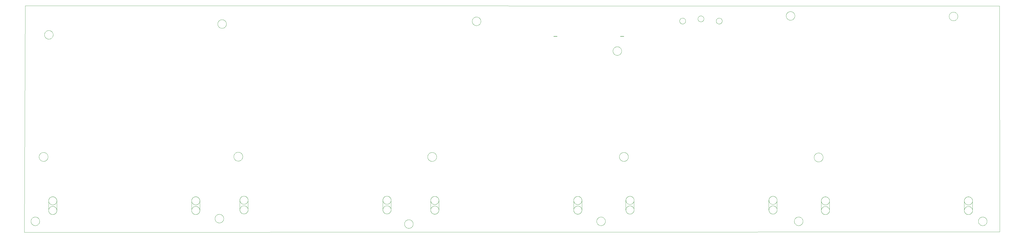
<source format=gbo>
G75*
%MOIN*%
%OFA0B0*%
%FSLAX25Y25*%
%IPPOS*%
%LPD*%
%AMOC8*
5,1,8,0,0,1.08239X$1,22.5*
%
%ADD10C,0.00000*%
%ADD11C,0.00009*%
%ADD12C,0.00800*%
D10*
X0001197Y0001197D02*
X0002378Y0331433D01*
X1419386Y0331039D01*
X1419780Y0001984D01*
X0001197Y0001197D01*
X0010646Y0017339D02*
X0010648Y0017497D01*
X0010654Y0017655D01*
X0010664Y0017813D01*
X0010678Y0017971D01*
X0010696Y0018128D01*
X0010717Y0018285D01*
X0010743Y0018441D01*
X0010773Y0018597D01*
X0010806Y0018752D01*
X0010844Y0018905D01*
X0010885Y0019058D01*
X0010930Y0019210D01*
X0010979Y0019361D01*
X0011032Y0019510D01*
X0011088Y0019658D01*
X0011148Y0019804D01*
X0011212Y0019949D01*
X0011280Y0020092D01*
X0011351Y0020234D01*
X0011425Y0020374D01*
X0011503Y0020511D01*
X0011585Y0020647D01*
X0011669Y0020781D01*
X0011758Y0020912D01*
X0011849Y0021041D01*
X0011944Y0021168D01*
X0012041Y0021293D01*
X0012142Y0021415D01*
X0012246Y0021534D01*
X0012353Y0021651D01*
X0012463Y0021765D01*
X0012576Y0021876D01*
X0012691Y0021985D01*
X0012809Y0022090D01*
X0012930Y0022192D01*
X0013053Y0022292D01*
X0013179Y0022388D01*
X0013307Y0022481D01*
X0013437Y0022571D01*
X0013570Y0022657D01*
X0013705Y0022741D01*
X0013841Y0022820D01*
X0013980Y0022897D01*
X0014121Y0022969D01*
X0014263Y0023039D01*
X0014407Y0023104D01*
X0014553Y0023166D01*
X0014700Y0023224D01*
X0014849Y0023279D01*
X0014999Y0023330D01*
X0015150Y0023377D01*
X0015302Y0023420D01*
X0015455Y0023459D01*
X0015610Y0023495D01*
X0015765Y0023526D01*
X0015921Y0023554D01*
X0016077Y0023578D01*
X0016234Y0023598D01*
X0016392Y0023614D01*
X0016549Y0023626D01*
X0016708Y0023634D01*
X0016866Y0023638D01*
X0017024Y0023638D01*
X0017182Y0023634D01*
X0017341Y0023626D01*
X0017498Y0023614D01*
X0017656Y0023598D01*
X0017813Y0023578D01*
X0017969Y0023554D01*
X0018125Y0023526D01*
X0018280Y0023495D01*
X0018435Y0023459D01*
X0018588Y0023420D01*
X0018740Y0023377D01*
X0018891Y0023330D01*
X0019041Y0023279D01*
X0019190Y0023224D01*
X0019337Y0023166D01*
X0019483Y0023104D01*
X0019627Y0023039D01*
X0019769Y0022969D01*
X0019910Y0022897D01*
X0020049Y0022820D01*
X0020185Y0022741D01*
X0020320Y0022657D01*
X0020453Y0022571D01*
X0020583Y0022481D01*
X0020711Y0022388D01*
X0020837Y0022292D01*
X0020960Y0022192D01*
X0021081Y0022090D01*
X0021199Y0021985D01*
X0021314Y0021876D01*
X0021427Y0021765D01*
X0021537Y0021651D01*
X0021644Y0021534D01*
X0021748Y0021415D01*
X0021849Y0021293D01*
X0021946Y0021168D01*
X0022041Y0021041D01*
X0022132Y0020912D01*
X0022221Y0020781D01*
X0022305Y0020647D01*
X0022387Y0020511D01*
X0022465Y0020374D01*
X0022539Y0020234D01*
X0022610Y0020092D01*
X0022678Y0019949D01*
X0022742Y0019804D01*
X0022802Y0019658D01*
X0022858Y0019510D01*
X0022911Y0019361D01*
X0022960Y0019210D01*
X0023005Y0019058D01*
X0023046Y0018905D01*
X0023084Y0018752D01*
X0023117Y0018597D01*
X0023147Y0018441D01*
X0023173Y0018285D01*
X0023194Y0018128D01*
X0023212Y0017971D01*
X0023226Y0017813D01*
X0023236Y0017655D01*
X0023242Y0017497D01*
X0023244Y0017339D01*
X0023242Y0017181D01*
X0023236Y0017023D01*
X0023226Y0016865D01*
X0023212Y0016707D01*
X0023194Y0016550D01*
X0023173Y0016393D01*
X0023147Y0016237D01*
X0023117Y0016081D01*
X0023084Y0015926D01*
X0023046Y0015773D01*
X0023005Y0015620D01*
X0022960Y0015468D01*
X0022911Y0015317D01*
X0022858Y0015168D01*
X0022802Y0015020D01*
X0022742Y0014874D01*
X0022678Y0014729D01*
X0022610Y0014586D01*
X0022539Y0014444D01*
X0022465Y0014304D01*
X0022387Y0014167D01*
X0022305Y0014031D01*
X0022221Y0013897D01*
X0022132Y0013766D01*
X0022041Y0013637D01*
X0021946Y0013510D01*
X0021849Y0013385D01*
X0021748Y0013263D01*
X0021644Y0013144D01*
X0021537Y0013027D01*
X0021427Y0012913D01*
X0021314Y0012802D01*
X0021199Y0012693D01*
X0021081Y0012588D01*
X0020960Y0012486D01*
X0020837Y0012386D01*
X0020711Y0012290D01*
X0020583Y0012197D01*
X0020453Y0012107D01*
X0020320Y0012021D01*
X0020185Y0011937D01*
X0020049Y0011858D01*
X0019910Y0011781D01*
X0019769Y0011709D01*
X0019627Y0011639D01*
X0019483Y0011574D01*
X0019337Y0011512D01*
X0019190Y0011454D01*
X0019041Y0011399D01*
X0018891Y0011348D01*
X0018740Y0011301D01*
X0018588Y0011258D01*
X0018435Y0011219D01*
X0018280Y0011183D01*
X0018125Y0011152D01*
X0017969Y0011124D01*
X0017813Y0011100D01*
X0017656Y0011080D01*
X0017498Y0011064D01*
X0017341Y0011052D01*
X0017182Y0011044D01*
X0017024Y0011040D01*
X0016866Y0011040D01*
X0016708Y0011044D01*
X0016549Y0011052D01*
X0016392Y0011064D01*
X0016234Y0011080D01*
X0016077Y0011100D01*
X0015921Y0011124D01*
X0015765Y0011152D01*
X0015610Y0011183D01*
X0015455Y0011219D01*
X0015302Y0011258D01*
X0015150Y0011301D01*
X0014999Y0011348D01*
X0014849Y0011399D01*
X0014700Y0011454D01*
X0014553Y0011512D01*
X0014407Y0011574D01*
X0014263Y0011639D01*
X0014121Y0011709D01*
X0013980Y0011781D01*
X0013841Y0011858D01*
X0013705Y0011937D01*
X0013570Y0012021D01*
X0013437Y0012107D01*
X0013307Y0012197D01*
X0013179Y0012290D01*
X0013053Y0012386D01*
X0012930Y0012486D01*
X0012809Y0012588D01*
X0012691Y0012693D01*
X0012576Y0012802D01*
X0012463Y0012913D01*
X0012353Y0013027D01*
X0012246Y0013144D01*
X0012142Y0013263D01*
X0012041Y0013385D01*
X0011944Y0013510D01*
X0011849Y0013637D01*
X0011758Y0013766D01*
X0011669Y0013897D01*
X0011585Y0014031D01*
X0011503Y0014167D01*
X0011425Y0014304D01*
X0011351Y0014444D01*
X0011280Y0014586D01*
X0011212Y0014729D01*
X0011148Y0014874D01*
X0011088Y0015020D01*
X0011032Y0015168D01*
X0010979Y0015317D01*
X0010930Y0015468D01*
X0010885Y0015620D01*
X0010844Y0015773D01*
X0010806Y0015926D01*
X0010773Y0016081D01*
X0010743Y0016237D01*
X0010717Y0016393D01*
X0010696Y0016550D01*
X0010678Y0016707D01*
X0010664Y0016865D01*
X0010654Y0017023D01*
X0010648Y0017181D01*
X0010646Y0017339D01*
X0036365Y0033197D02*
X0036367Y0033351D01*
X0036373Y0033505D01*
X0036383Y0033658D01*
X0036397Y0033811D01*
X0036415Y0033964D01*
X0036436Y0034116D01*
X0036462Y0034268D01*
X0036492Y0034419D01*
X0036525Y0034569D01*
X0036563Y0034718D01*
X0036604Y0034867D01*
X0036649Y0035014D01*
X0036698Y0035160D01*
X0036751Y0035304D01*
X0036807Y0035447D01*
X0036867Y0035589D01*
X0036931Y0035729D01*
X0036998Y0035867D01*
X0037069Y0036004D01*
X0037143Y0036139D01*
X0037221Y0036271D01*
X0037302Y0036402D01*
X0037387Y0036531D01*
X0037474Y0036657D01*
X0037565Y0036781D01*
X0037660Y0036902D01*
X0037757Y0037022D01*
X0037857Y0037138D01*
X0037961Y0037252D01*
X0038067Y0037363D01*
X0038176Y0037472D01*
X0038288Y0037577D01*
X0038403Y0037680D01*
X0038520Y0037780D01*
X0038640Y0037876D01*
X0038762Y0037970D01*
X0038886Y0038060D01*
X0039013Y0038147D01*
X0039142Y0038231D01*
X0039274Y0038311D01*
X0039407Y0038388D01*
X0039542Y0038461D01*
X0039679Y0038531D01*
X0039818Y0038598D01*
X0039958Y0038660D01*
X0040100Y0038719D01*
X0040244Y0038775D01*
X0040389Y0038827D01*
X0040535Y0038874D01*
X0040682Y0038919D01*
X0040831Y0038959D01*
X0040980Y0038995D01*
X0041131Y0039028D01*
X0041282Y0039057D01*
X0041434Y0039081D01*
X0041586Y0039102D01*
X0041739Y0039119D01*
X0041892Y0039132D01*
X0042046Y0039141D01*
X0042200Y0039146D01*
X0042353Y0039147D01*
X0042507Y0039144D01*
X0042661Y0039137D01*
X0042814Y0039126D01*
X0042968Y0039111D01*
X0043120Y0039092D01*
X0043272Y0039069D01*
X0043424Y0039043D01*
X0043575Y0039012D01*
X0043725Y0038978D01*
X0043874Y0038939D01*
X0044021Y0038897D01*
X0044168Y0038851D01*
X0044314Y0038801D01*
X0044458Y0038748D01*
X0044601Y0038690D01*
X0044742Y0038629D01*
X0044882Y0038565D01*
X0045020Y0038497D01*
X0045156Y0038425D01*
X0045290Y0038350D01*
X0045422Y0038271D01*
X0045552Y0038189D01*
X0045680Y0038104D01*
X0045806Y0038015D01*
X0045929Y0037923D01*
X0046050Y0037828D01*
X0046169Y0037730D01*
X0046285Y0037629D01*
X0046398Y0037525D01*
X0046509Y0037418D01*
X0046616Y0037308D01*
X0046721Y0037195D01*
X0046823Y0037080D01*
X0046922Y0036962D01*
X0047018Y0036842D01*
X0047111Y0036719D01*
X0047200Y0036594D01*
X0047286Y0036467D01*
X0047369Y0036337D01*
X0047449Y0036205D01*
X0047525Y0036072D01*
X0047597Y0035936D01*
X0047666Y0035798D01*
X0047732Y0035659D01*
X0047794Y0035518D01*
X0047852Y0035376D01*
X0047906Y0035232D01*
X0047957Y0035087D01*
X0048004Y0034940D01*
X0048047Y0034793D01*
X0048086Y0034644D01*
X0048122Y0034494D01*
X0048153Y0034344D01*
X0048181Y0034192D01*
X0048205Y0034040D01*
X0048225Y0033888D01*
X0048241Y0033735D01*
X0048253Y0033581D01*
X0048261Y0033428D01*
X0048265Y0033274D01*
X0048265Y0033120D01*
X0048261Y0032966D01*
X0048253Y0032813D01*
X0048241Y0032659D01*
X0048225Y0032506D01*
X0048205Y0032354D01*
X0048181Y0032202D01*
X0048153Y0032050D01*
X0048122Y0031900D01*
X0048086Y0031750D01*
X0048047Y0031601D01*
X0048004Y0031454D01*
X0047957Y0031307D01*
X0047906Y0031162D01*
X0047852Y0031018D01*
X0047794Y0030876D01*
X0047732Y0030735D01*
X0047666Y0030596D01*
X0047597Y0030458D01*
X0047525Y0030322D01*
X0047449Y0030189D01*
X0047369Y0030057D01*
X0047286Y0029927D01*
X0047200Y0029800D01*
X0047111Y0029675D01*
X0047018Y0029552D01*
X0046922Y0029432D01*
X0046823Y0029314D01*
X0046721Y0029199D01*
X0046616Y0029086D01*
X0046509Y0028976D01*
X0046398Y0028869D01*
X0046285Y0028765D01*
X0046169Y0028664D01*
X0046050Y0028566D01*
X0045929Y0028471D01*
X0045806Y0028379D01*
X0045680Y0028290D01*
X0045552Y0028205D01*
X0045422Y0028123D01*
X0045290Y0028044D01*
X0045156Y0027969D01*
X0045020Y0027897D01*
X0044882Y0027829D01*
X0044742Y0027765D01*
X0044601Y0027704D01*
X0044458Y0027646D01*
X0044314Y0027593D01*
X0044168Y0027543D01*
X0044021Y0027497D01*
X0043874Y0027455D01*
X0043725Y0027416D01*
X0043575Y0027382D01*
X0043424Y0027351D01*
X0043272Y0027325D01*
X0043120Y0027302D01*
X0042968Y0027283D01*
X0042814Y0027268D01*
X0042661Y0027257D01*
X0042507Y0027250D01*
X0042353Y0027247D01*
X0042200Y0027248D01*
X0042046Y0027253D01*
X0041892Y0027262D01*
X0041739Y0027275D01*
X0041586Y0027292D01*
X0041434Y0027313D01*
X0041282Y0027337D01*
X0041131Y0027366D01*
X0040980Y0027399D01*
X0040831Y0027435D01*
X0040682Y0027475D01*
X0040535Y0027520D01*
X0040389Y0027567D01*
X0040244Y0027619D01*
X0040100Y0027675D01*
X0039958Y0027734D01*
X0039818Y0027796D01*
X0039679Y0027863D01*
X0039542Y0027933D01*
X0039407Y0028006D01*
X0039274Y0028083D01*
X0039142Y0028163D01*
X0039013Y0028247D01*
X0038886Y0028334D01*
X0038762Y0028424D01*
X0038640Y0028518D01*
X0038520Y0028614D01*
X0038403Y0028714D01*
X0038288Y0028817D01*
X0038176Y0028922D01*
X0038067Y0029031D01*
X0037961Y0029142D01*
X0037857Y0029256D01*
X0037757Y0029372D01*
X0037660Y0029492D01*
X0037565Y0029613D01*
X0037474Y0029737D01*
X0037387Y0029863D01*
X0037302Y0029992D01*
X0037221Y0030123D01*
X0037143Y0030255D01*
X0037069Y0030390D01*
X0036998Y0030527D01*
X0036931Y0030665D01*
X0036867Y0030805D01*
X0036807Y0030947D01*
X0036751Y0031090D01*
X0036698Y0031234D01*
X0036649Y0031380D01*
X0036604Y0031527D01*
X0036563Y0031676D01*
X0036525Y0031825D01*
X0036492Y0031975D01*
X0036462Y0032126D01*
X0036436Y0032278D01*
X0036415Y0032430D01*
X0036397Y0032583D01*
X0036383Y0032736D01*
X0036373Y0032889D01*
X0036367Y0033043D01*
X0036365Y0033197D01*
X0036315Y0033197D02*
X0036317Y0033044D01*
X0036323Y0032891D01*
X0036333Y0032738D01*
X0036346Y0032585D01*
X0036364Y0032433D01*
X0036385Y0032281D01*
X0036411Y0032130D01*
X0036440Y0031980D01*
X0036473Y0031830D01*
X0036510Y0031681D01*
X0036550Y0031533D01*
X0036595Y0031387D01*
X0036643Y0031241D01*
X0036695Y0031097D01*
X0036750Y0030954D01*
X0036809Y0030813D01*
X0036872Y0030673D01*
X0036938Y0030535D01*
X0037008Y0030398D01*
X0037081Y0030264D01*
X0037158Y0030131D01*
X0037238Y0030000D01*
X0037321Y0029872D01*
X0037407Y0029745D01*
X0037497Y0029621D01*
X0037590Y0029499D01*
X0037686Y0029380D01*
X0037785Y0029263D01*
X0037887Y0029148D01*
X0037992Y0029036D01*
X0038100Y0028927D01*
X0038210Y0028821D01*
X0038323Y0028718D01*
X0038439Y0028617D01*
X0038557Y0028520D01*
X0038678Y0028425D01*
X0038801Y0028334D01*
X0038926Y0028246D01*
X0039054Y0028161D01*
X0039183Y0028079D01*
X0039315Y0028001D01*
X0039449Y0027926D01*
X0039584Y0027854D01*
X0039722Y0027786D01*
X0039861Y0027722D01*
X0040001Y0027661D01*
X0040143Y0027604D01*
X0040287Y0027550D01*
X0040432Y0027500D01*
X0040578Y0027454D01*
X0040725Y0027411D01*
X0040873Y0027373D01*
X0041023Y0027338D01*
X0041173Y0027307D01*
X0041323Y0027279D01*
X0041475Y0027256D01*
X0041627Y0027237D01*
X0041779Y0027221D01*
X0041932Y0027209D01*
X0042085Y0027201D01*
X0042238Y0027197D01*
X0042392Y0027197D01*
X0042545Y0027201D01*
X0042698Y0027209D01*
X0042851Y0027221D01*
X0043003Y0027237D01*
X0043155Y0027256D01*
X0043307Y0027279D01*
X0043457Y0027307D01*
X0043607Y0027338D01*
X0043757Y0027373D01*
X0043905Y0027411D01*
X0044052Y0027454D01*
X0044198Y0027500D01*
X0044343Y0027550D01*
X0044487Y0027604D01*
X0044629Y0027661D01*
X0044769Y0027722D01*
X0044908Y0027786D01*
X0045046Y0027854D01*
X0045181Y0027926D01*
X0045315Y0028001D01*
X0045447Y0028079D01*
X0045576Y0028161D01*
X0045704Y0028246D01*
X0045829Y0028334D01*
X0045952Y0028425D01*
X0046073Y0028520D01*
X0046191Y0028617D01*
X0046307Y0028718D01*
X0046420Y0028821D01*
X0046530Y0028927D01*
X0046638Y0029036D01*
X0046743Y0029148D01*
X0046845Y0029263D01*
X0046944Y0029380D01*
X0047040Y0029499D01*
X0047133Y0029621D01*
X0047223Y0029745D01*
X0047309Y0029872D01*
X0047392Y0030000D01*
X0047472Y0030131D01*
X0047549Y0030264D01*
X0047622Y0030398D01*
X0047692Y0030535D01*
X0047758Y0030673D01*
X0047821Y0030813D01*
X0047880Y0030954D01*
X0047935Y0031097D01*
X0047987Y0031241D01*
X0048035Y0031387D01*
X0048080Y0031533D01*
X0048120Y0031681D01*
X0048157Y0031830D01*
X0048190Y0031980D01*
X0048219Y0032130D01*
X0048245Y0032281D01*
X0048266Y0032433D01*
X0048284Y0032585D01*
X0048297Y0032738D01*
X0048307Y0032891D01*
X0048313Y0033044D01*
X0048315Y0033197D01*
X0036365Y0047197D02*
X0036367Y0047351D01*
X0036373Y0047505D01*
X0036383Y0047658D01*
X0036397Y0047811D01*
X0036415Y0047964D01*
X0036436Y0048116D01*
X0036462Y0048268D01*
X0036492Y0048419D01*
X0036525Y0048569D01*
X0036563Y0048718D01*
X0036604Y0048867D01*
X0036649Y0049014D01*
X0036698Y0049160D01*
X0036751Y0049304D01*
X0036807Y0049447D01*
X0036867Y0049589D01*
X0036931Y0049729D01*
X0036998Y0049867D01*
X0037069Y0050004D01*
X0037143Y0050139D01*
X0037221Y0050271D01*
X0037302Y0050402D01*
X0037387Y0050531D01*
X0037474Y0050657D01*
X0037565Y0050781D01*
X0037660Y0050902D01*
X0037757Y0051022D01*
X0037857Y0051138D01*
X0037961Y0051252D01*
X0038067Y0051363D01*
X0038176Y0051472D01*
X0038288Y0051577D01*
X0038403Y0051680D01*
X0038520Y0051780D01*
X0038640Y0051876D01*
X0038762Y0051970D01*
X0038886Y0052060D01*
X0039013Y0052147D01*
X0039142Y0052231D01*
X0039274Y0052311D01*
X0039407Y0052388D01*
X0039542Y0052461D01*
X0039679Y0052531D01*
X0039818Y0052598D01*
X0039958Y0052660D01*
X0040100Y0052719D01*
X0040244Y0052775D01*
X0040389Y0052827D01*
X0040535Y0052874D01*
X0040682Y0052919D01*
X0040831Y0052959D01*
X0040980Y0052995D01*
X0041131Y0053028D01*
X0041282Y0053057D01*
X0041434Y0053081D01*
X0041586Y0053102D01*
X0041739Y0053119D01*
X0041892Y0053132D01*
X0042046Y0053141D01*
X0042200Y0053146D01*
X0042353Y0053147D01*
X0042507Y0053144D01*
X0042661Y0053137D01*
X0042814Y0053126D01*
X0042968Y0053111D01*
X0043120Y0053092D01*
X0043272Y0053069D01*
X0043424Y0053043D01*
X0043575Y0053012D01*
X0043725Y0052978D01*
X0043874Y0052939D01*
X0044021Y0052897D01*
X0044168Y0052851D01*
X0044314Y0052801D01*
X0044458Y0052748D01*
X0044601Y0052690D01*
X0044742Y0052629D01*
X0044882Y0052565D01*
X0045020Y0052497D01*
X0045156Y0052425D01*
X0045290Y0052350D01*
X0045422Y0052271D01*
X0045552Y0052189D01*
X0045680Y0052104D01*
X0045806Y0052015D01*
X0045929Y0051923D01*
X0046050Y0051828D01*
X0046169Y0051730D01*
X0046285Y0051629D01*
X0046398Y0051525D01*
X0046509Y0051418D01*
X0046616Y0051308D01*
X0046721Y0051195D01*
X0046823Y0051080D01*
X0046922Y0050962D01*
X0047018Y0050842D01*
X0047111Y0050719D01*
X0047200Y0050594D01*
X0047286Y0050467D01*
X0047369Y0050337D01*
X0047449Y0050205D01*
X0047525Y0050072D01*
X0047597Y0049936D01*
X0047666Y0049798D01*
X0047732Y0049659D01*
X0047794Y0049518D01*
X0047852Y0049376D01*
X0047906Y0049232D01*
X0047957Y0049087D01*
X0048004Y0048940D01*
X0048047Y0048793D01*
X0048086Y0048644D01*
X0048122Y0048494D01*
X0048153Y0048344D01*
X0048181Y0048192D01*
X0048205Y0048040D01*
X0048225Y0047888D01*
X0048241Y0047735D01*
X0048253Y0047581D01*
X0048261Y0047428D01*
X0048265Y0047274D01*
X0048265Y0047120D01*
X0048261Y0046966D01*
X0048253Y0046813D01*
X0048241Y0046659D01*
X0048225Y0046506D01*
X0048205Y0046354D01*
X0048181Y0046202D01*
X0048153Y0046050D01*
X0048122Y0045900D01*
X0048086Y0045750D01*
X0048047Y0045601D01*
X0048004Y0045454D01*
X0047957Y0045307D01*
X0047906Y0045162D01*
X0047852Y0045018D01*
X0047794Y0044876D01*
X0047732Y0044735D01*
X0047666Y0044596D01*
X0047597Y0044458D01*
X0047525Y0044322D01*
X0047449Y0044189D01*
X0047369Y0044057D01*
X0047286Y0043927D01*
X0047200Y0043800D01*
X0047111Y0043675D01*
X0047018Y0043552D01*
X0046922Y0043432D01*
X0046823Y0043314D01*
X0046721Y0043199D01*
X0046616Y0043086D01*
X0046509Y0042976D01*
X0046398Y0042869D01*
X0046285Y0042765D01*
X0046169Y0042664D01*
X0046050Y0042566D01*
X0045929Y0042471D01*
X0045806Y0042379D01*
X0045680Y0042290D01*
X0045552Y0042205D01*
X0045422Y0042123D01*
X0045290Y0042044D01*
X0045156Y0041969D01*
X0045020Y0041897D01*
X0044882Y0041829D01*
X0044742Y0041765D01*
X0044601Y0041704D01*
X0044458Y0041646D01*
X0044314Y0041593D01*
X0044168Y0041543D01*
X0044021Y0041497D01*
X0043874Y0041455D01*
X0043725Y0041416D01*
X0043575Y0041382D01*
X0043424Y0041351D01*
X0043272Y0041325D01*
X0043120Y0041302D01*
X0042968Y0041283D01*
X0042814Y0041268D01*
X0042661Y0041257D01*
X0042507Y0041250D01*
X0042353Y0041247D01*
X0042200Y0041248D01*
X0042046Y0041253D01*
X0041892Y0041262D01*
X0041739Y0041275D01*
X0041586Y0041292D01*
X0041434Y0041313D01*
X0041282Y0041337D01*
X0041131Y0041366D01*
X0040980Y0041399D01*
X0040831Y0041435D01*
X0040682Y0041475D01*
X0040535Y0041520D01*
X0040389Y0041567D01*
X0040244Y0041619D01*
X0040100Y0041675D01*
X0039958Y0041734D01*
X0039818Y0041796D01*
X0039679Y0041863D01*
X0039542Y0041933D01*
X0039407Y0042006D01*
X0039274Y0042083D01*
X0039142Y0042163D01*
X0039013Y0042247D01*
X0038886Y0042334D01*
X0038762Y0042424D01*
X0038640Y0042518D01*
X0038520Y0042614D01*
X0038403Y0042714D01*
X0038288Y0042817D01*
X0038176Y0042922D01*
X0038067Y0043031D01*
X0037961Y0043142D01*
X0037857Y0043256D01*
X0037757Y0043372D01*
X0037660Y0043492D01*
X0037565Y0043613D01*
X0037474Y0043737D01*
X0037387Y0043863D01*
X0037302Y0043992D01*
X0037221Y0044123D01*
X0037143Y0044255D01*
X0037069Y0044390D01*
X0036998Y0044527D01*
X0036931Y0044665D01*
X0036867Y0044805D01*
X0036807Y0044947D01*
X0036751Y0045090D01*
X0036698Y0045234D01*
X0036649Y0045380D01*
X0036604Y0045527D01*
X0036563Y0045676D01*
X0036525Y0045825D01*
X0036492Y0045975D01*
X0036462Y0046126D01*
X0036436Y0046278D01*
X0036415Y0046430D01*
X0036397Y0046583D01*
X0036383Y0046736D01*
X0036373Y0046889D01*
X0036367Y0047043D01*
X0036365Y0047197D01*
X0036315Y0047197D02*
X0036317Y0047350D01*
X0036323Y0047503D01*
X0036333Y0047656D01*
X0036346Y0047809D01*
X0036364Y0047961D01*
X0036385Y0048113D01*
X0036411Y0048264D01*
X0036440Y0048414D01*
X0036473Y0048564D01*
X0036510Y0048713D01*
X0036550Y0048861D01*
X0036595Y0049007D01*
X0036643Y0049153D01*
X0036695Y0049297D01*
X0036750Y0049440D01*
X0036809Y0049581D01*
X0036872Y0049721D01*
X0036938Y0049859D01*
X0037008Y0049996D01*
X0037081Y0050130D01*
X0037158Y0050263D01*
X0037238Y0050394D01*
X0037321Y0050522D01*
X0037407Y0050649D01*
X0037497Y0050773D01*
X0037590Y0050895D01*
X0037686Y0051014D01*
X0037785Y0051131D01*
X0037887Y0051246D01*
X0037992Y0051358D01*
X0038100Y0051467D01*
X0038210Y0051573D01*
X0038323Y0051676D01*
X0038439Y0051777D01*
X0038557Y0051874D01*
X0038678Y0051969D01*
X0038801Y0052060D01*
X0038926Y0052148D01*
X0039054Y0052233D01*
X0039183Y0052315D01*
X0039315Y0052393D01*
X0039449Y0052468D01*
X0039584Y0052540D01*
X0039722Y0052608D01*
X0039861Y0052672D01*
X0040001Y0052733D01*
X0040143Y0052790D01*
X0040287Y0052844D01*
X0040432Y0052894D01*
X0040578Y0052940D01*
X0040725Y0052983D01*
X0040873Y0053021D01*
X0041023Y0053056D01*
X0041173Y0053087D01*
X0041323Y0053115D01*
X0041475Y0053138D01*
X0041627Y0053157D01*
X0041779Y0053173D01*
X0041932Y0053185D01*
X0042085Y0053193D01*
X0042238Y0053197D01*
X0042392Y0053197D01*
X0042545Y0053193D01*
X0042698Y0053185D01*
X0042851Y0053173D01*
X0043003Y0053157D01*
X0043155Y0053138D01*
X0043307Y0053115D01*
X0043457Y0053087D01*
X0043607Y0053056D01*
X0043757Y0053021D01*
X0043905Y0052983D01*
X0044052Y0052940D01*
X0044198Y0052894D01*
X0044343Y0052844D01*
X0044487Y0052790D01*
X0044629Y0052733D01*
X0044769Y0052672D01*
X0044908Y0052608D01*
X0045046Y0052540D01*
X0045181Y0052468D01*
X0045315Y0052393D01*
X0045447Y0052315D01*
X0045576Y0052233D01*
X0045704Y0052148D01*
X0045829Y0052060D01*
X0045952Y0051969D01*
X0046073Y0051874D01*
X0046191Y0051777D01*
X0046307Y0051676D01*
X0046420Y0051573D01*
X0046530Y0051467D01*
X0046638Y0051358D01*
X0046743Y0051246D01*
X0046845Y0051131D01*
X0046944Y0051014D01*
X0047040Y0050895D01*
X0047133Y0050773D01*
X0047223Y0050649D01*
X0047309Y0050522D01*
X0047392Y0050394D01*
X0047472Y0050263D01*
X0047549Y0050130D01*
X0047622Y0049996D01*
X0047692Y0049859D01*
X0047758Y0049721D01*
X0047821Y0049581D01*
X0047880Y0049440D01*
X0047935Y0049297D01*
X0047987Y0049153D01*
X0048035Y0049007D01*
X0048080Y0048861D01*
X0048120Y0048713D01*
X0048157Y0048564D01*
X0048190Y0048414D01*
X0048219Y0048264D01*
X0048245Y0048113D01*
X0048266Y0047961D01*
X0048284Y0047809D01*
X0048297Y0047656D01*
X0048307Y0047503D01*
X0048313Y0047350D01*
X0048315Y0047197D01*
X0244365Y0047197D02*
X0244367Y0047351D01*
X0244373Y0047505D01*
X0244383Y0047658D01*
X0244397Y0047811D01*
X0244415Y0047964D01*
X0244436Y0048116D01*
X0244462Y0048268D01*
X0244492Y0048419D01*
X0244525Y0048569D01*
X0244563Y0048718D01*
X0244604Y0048867D01*
X0244649Y0049014D01*
X0244698Y0049160D01*
X0244751Y0049304D01*
X0244807Y0049447D01*
X0244867Y0049589D01*
X0244931Y0049729D01*
X0244998Y0049867D01*
X0245069Y0050004D01*
X0245143Y0050139D01*
X0245221Y0050271D01*
X0245302Y0050402D01*
X0245387Y0050531D01*
X0245474Y0050657D01*
X0245565Y0050781D01*
X0245660Y0050902D01*
X0245757Y0051022D01*
X0245857Y0051138D01*
X0245961Y0051252D01*
X0246067Y0051363D01*
X0246176Y0051472D01*
X0246288Y0051577D01*
X0246403Y0051680D01*
X0246520Y0051780D01*
X0246640Y0051876D01*
X0246762Y0051970D01*
X0246886Y0052060D01*
X0247013Y0052147D01*
X0247142Y0052231D01*
X0247274Y0052311D01*
X0247407Y0052388D01*
X0247542Y0052461D01*
X0247679Y0052531D01*
X0247818Y0052598D01*
X0247958Y0052660D01*
X0248100Y0052719D01*
X0248244Y0052775D01*
X0248389Y0052827D01*
X0248535Y0052874D01*
X0248682Y0052919D01*
X0248831Y0052959D01*
X0248980Y0052995D01*
X0249131Y0053028D01*
X0249282Y0053057D01*
X0249434Y0053081D01*
X0249586Y0053102D01*
X0249739Y0053119D01*
X0249892Y0053132D01*
X0250046Y0053141D01*
X0250200Y0053146D01*
X0250353Y0053147D01*
X0250507Y0053144D01*
X0250661Y0053137D01*
X0250814Y0053126D01*
X0250968Y0053111D01*
X0251120Y0053092D01*
X0251272Y0053069D01*
X0251424Y0053043D01*
X0251575Y0053012D01*
X0251725Y0052978D01*
X0251874Y0052939D01*
X0252021Y0052897D01*
X0252168Y0052851D01*
X0252314Y0052801D01*
X0252458Y0052748D01*
X0252601Y0052690D01*
X0252742Y0052629D01*
X0252882Y0052565D01*
X0253020Y0052497D01*
X0253156Y0052425D01*
X0253290Y0052350D01*
X0253422Y0052271D01*
X0253552Y0052189D01*
X0253680Y0052104D01*
X0253806Y0052015D01*
X0253929Y0051923D01*
X0254050Y0051828D01*
X0254169Y0051730D01*
X0254285Y0051629D01*
X0254398Y0051525D01*
X0254509Y0051418D01*
X0254616Y0051308D01*
X0254721Y0051195D01*
X0254823Y0051080D01*
X0254922Y0050962D01*
X0255018Y0050842D01*
X0255111Y0050719D01*
X0255200Y0050594D01*
X0255286Y0050467D01*
X0255369Y0050337D01*
X0255449Y0050205D01*
X0255525Y0050072D01*
X0255597Y0049936D01*
X0255666Y0049798D01*
X0255732Y0049659D01*
X0255794Y0049518D01*
X0255852Y0049376D01*
X0255906Y0049232D01*
X0255957Y0049087D01*
X0256004Y0048940D01*
X0256047Y0048793D01*
X0256086Y0048644D01*
X0256122Y0048494D01*
X0256153Y0048344D01*
X0256181Y0048192D01*
X0256205Y0048040D01*
X0256225Y0047888D01*
X0256241Y0047735D01*
X0256253Y0047581D01*
X0256261Y0047428D01*
X0256265Y0047274D01*
X0256265Y0047120D01*
X0256261Y0046966D01*
X0256253Y0046813D01*
X0256241Y0046659D01*
X0256225Y0046506D01*
X0256205Y0046354D01*
X0256181Y0046202D01*
X0256153Y0046050D01*
X0256122Y0045900D01*
X0256086Y0045750D01*
X0256047Y0045601D01*
X0256004Y0045454D01*
X0255957Y0045307D01*
X0255906Y0045162D01*
X0255852Y0045018D01*
X0255794Y0044876D01*
X0255732Y0044735D01*
X0255666Y0044596D01*
X0255597Y0044458D01*
X0255525Y0044322D01*
X0255449Y0044189D01*
X0255369Y0044057D01*
X0255286Y0043927D01*
X0255200Y0043800D01*
X0255111Y0043675D01*
X0255018Y0043552D01*
X0254922Y0043432D01*
X0254823Y0043314D01*
X0254721Y0043199D01*
X0254616Y0043086D01*
X0254509Y0042976D01*
X0254398Y0042869D01*
X0254285Y0042765D01*
X0254169Y0042664D01*
X0254050Y0042566D01*
X0253929Y0042471D01*
X0253806Y0042379D01*
X0253680Y0042290D01*
X0253552Y0042205D01*
X0253422Y0042123D01*
X0253290Y0042044D01*
X0253156Y0041969D01*
X0253020Y0041897D01*
X0252882Y0041829D01*
X0252742Y0041765D01*
X0252601Y0041704D01*
X0252458Y0041646D01*
X0252314Y0041593D01*
X0252168Y0041543D01*
X0252021Y0041497D01*
X0251874Y0041455D01*
X0251725Y0041416D01*
X0251575Y0041382D01*
X0251424Y0041351D01*
X0251272Y0041325D01*
X0251120Y0041302D01*
X0250968Y0041283D01*
X0250814Y0041268D01*
X0250661Y0041257D01*
X0250507Y0041250D01*
X0250353Y0041247D01*
X0250200Y0041248D01*
X0250046Y0041253D01*
X0249892Y0041262D01*
X0249739Y0041275D01*
X0249586Y0041292D01*
X0249434Y0041313D01*
X0249282Y0041337D01*
X0249131Y0041366D01*
X0248980Y0041399D01*
X0248831Y0041435D01*
X0248682Y0041475D01*
X0248535Y0041520D01*
X0248389Y0041567D01*
X0248244Y0041619D01*
X0248100Y0041675D01*
X0247958Y0041734D01*
X0247818Y0041796D01*
X0247679Y0041863D01*
X0247542Y0041933D01*
X0247407Y0042006D01*
X0247274Y0042083D01*
X0247142Y0042163D01*
X0247013Y0042247D01*
X0246886Y0042334D01*
X0246762Y0042424D01*
X0246640Y0042518D01*
X0246520Y0042614D01*
X0246403Y0042714D01*
X0246288Y0042817D01*
X0246176Y0042922D01*
X0246067Y0043031D01*
X0245961Y0043142D01*
X0245857Y0043256D01*
X0245757Y0043372D01*
X0245660Y0043492D01*
X0245565Y0043613D01*
X0245474Y0043737D01*
X0245387Y0043863D01*
X0245302Y0043992D01*
X0245221Y0044123D01*
X0245143Y0044255D01*
X0245069Y0044390D01*
X0244998Y0044527D01*
X0244931Y0044665D01*
X0244867Y0044805D01*
X0244807Y0044947D01*
X0244751Y0045090D01*
X0244698Y0045234D01*
X0244649Y0045380D01*
X0244604Y0045527D01*
X0244563Y0045676D01*
X0244525Y0045825D01*
X0244492Y0045975D01*
X0244462Y0046126D01*
X0244436Y0046278D01*
X0244415Y0046430D01*
X0244397Y0046583D01*
X0244383Y0046736D01*
X0244373Y0046889D01*
X0244367Y0047043D01*
X0244365Y0047197D01*
X0244315Y0047197D02*
X0244317Y0047350D01*
X0244323Y0047503D01*
X0244333Y0047656D01*
X0244346Y0047809D01*
X0244364Y0047961D01*
X0244385Y0048113D01*
X0244411Y0048264D01*
X0244440Y0048414D01*
X0244473Y0048564D01*
X0244510Y0048713D01*
X0244550Y0048861D01*
X0244595Y0049007D01*
X0244643Y0049153D01*
X0244695Y0049297D01*
X0244750Y0049440D01*
X0244809Y0049581D01*
X0244872Y0049721D01*
X0244938Y0049859D01*
X0245008Y0049996D01*
X0245081Y0050130D01*
X0245158Y0050263D01*
X0245238Y0050394D01*
X0245321Y0050522D01*
X0245407Y0050649D01*
X0245497Y0050773D01*
X0245590Y0050895D01*
X0245686Y0051014D01*
X0245785Y0051131D01*
X0245887Y0051246D01*
X0245992Y0051358D01*
X0246100Y0051467D01*
X0246210Y0051573D01*
X0246323Y0051676D01*
X0246439Y0051777D01*
X0246557Y0051874D01*
X0246678Y0051969D01*
X0246801Y0052060D01*
X0246926Y0052148D01*
X0247054Y0052233D01*
X0247183Y0052315D01*
X0247315Y0052393D01*
X0247449Y0052468D01*
X0247584Y0052540D01*
X0247722Y0052608D01*
X0247861Y0052672D01*
X0248001Y0052733D01*
X0248143Y0052790D01*
X0248287Y0052844D01*
X0248432Y0052894D01*
X0248578Y0052940D01*
X0248725Y0052983D01*
X0248873Y0053021D01*
X0249023Y0053056D01*
X0249173Y0053087D01*
X0249323Y0053115D01*
X0249475Y0053138D01*
X0249627Y0053157D01*
X0249779Y0053173D01*
X0249932Y0053185D01*
X0250085Y0053193D01*
X0250238Y0053197D01*
X0250392Y0053197D01*
X0250545Y0053193D01*
X0250698Y0053185D01*
X0250851Y0053173D01*
X0251003Y0053157D01*
X0251155Y0053138D01*
X0251307Y0053115D01*
X0251457Y0053087D01*
X0251607Y0053056D01*
X0251757Y0053021D01*
X0251905Y0052983D01*
X0252052Y0052940D01*
X0252198Y0052894D01*
X0252343Y0052844D01*
X0252487Y0052790D01*
X0252629Y0052733D01*
X0252769Y0052672D01*
X0252908Y0052608D01*
X0253046Y0052540D01*
X0253181Y0052468D01*
X0253315Y0052393D01*
X0253447Y0052315D01*
X0253576Y0052233D01*
X0253704Y0052148D01*
X0253829Y0052060D01*
X0253952Y0051969D01*
X0254073Y0051874D01*
X0254191Y0051777D01*
X0254307Y0051676D01*
X0254420Y0051573D01*
X0254530Y0051467D01*
X0254638Y0051358D01*
X0254743Y0051246D01*
X0254845Y0051131D01*
X0254944Y0051014D01*
X0255040Y0050895D01*
X0255133Y0050773D01*
X0255223Y0050649D01*
X0255309Y0050522D01*
X0255392Y0050394D01*
X0255472Y0050263D01*
X0255549Y0050130D01*
X0255622Y0049996D01*
X0255692Y0049859D01*
X0255758Y0049721D01*
X0255821Y0049581D01*
X0255880Y0049440D01*
X0255935Y0049297D01*
X0255987Y0049153D01*
X0256035Y0049007D01*
X0256080Y0048861D01*
X0256120Y0048713D01*
X0256157Y0048564D01*
X0256190Y0048414D01*
X0256219Y0048264D01*
X0256245Y0048113D01*
X0256266Y0047961D01*
X0256284Y0047809D01*
X0256297Y0047656D01*
X0256307Y0047503D01*
X0256313Y0047350D01*
X0256315Y0047197D01*
X0314515Y0048102D02*
X0314517Y0048256D01*
X0314523Y0048410D01*
X0314533Y0048563D01*
X0314547Y0048716D01*
X0314565Y0048869D01*
X0314586Y0049021D01*
X0314612Y0049173D01*
X0314642Y0049324D01*
X0314675Y0049474D01*
X0314713Y0049623D01*
X0314754Y0049772D01*
X0314799Y0049919D01*
X0314848Y0050065D01*
X0314901Y0050209D01*
X0314957Y0050352D01*
X0315017Y0050494D01*
X0315081Y0050634D01*
X0315148Y0050772D01*
X0315219Y0050909D01*
X0315293Y0051044D01*
X0315371Y0051176D01*
X0315452Y0051307D01*
X0315537Y0051436D01*
X0315624Y0051562D01*
X0315715Y0051686D01*
X0315810Y0051807D01*
X0315907Y0051927D01*
X0316007Y0052043D01*
X0316111Y0052157D01*
X0316217Y0052268D01*
X0316326Y0052377D01*
X0316438Y0052482D01*
X0316553Y0052585D01*
X0316670Y0052685D01*
X0316790Y0052781D01*
X0316912Y0052875D01*
X0317036Y0052965D01*
X0317163Y0053052D01*
X0317292Y0053136D01*
X0317424Y0053216D01*
X0317557Y0053293D01*
X0317692Y0053366D01*
X0317829Y0053436D01*
X0317968Y0053503D01*
X0318108Y0053565D01*
X0318250Y0053624D01*
X0318394Y0053680D01*
X0318539Y0053732D01*
X0318685Y0053779D01*
X0318832Y0053824D01*
X0318981Y0053864D01*
X0319130Y0053900D01*
X0319281Y0053933D01*
X0319432Y0053962D01*
X0319584Y0053986D01*
X0319736Y0054007D01*
X0319889Y0054024D01*
X0320042Y0054037D01*
X0320196Y0054046D01*
X0320350Y0054051D01*
X0320503Y0054052D01*
X0320657Y0054049D01*
X0320811Y0054042D01*
X0320964Y0054031D01*
X0321118Y0054016D01*
X0321270Y0053997D01*
X0321422Y0053974D01*
X0321574Y0053948D01*
X0321725Y0053917D01*
X0321875Y0053883D01*
X0322024Y0053844D01*
X0322171Y0053802D01*
X0322318Y0053756D01*
X0322464Y0053706D01*
X0322608Y0053653D01*
X0322751Y0053595D01*
X0322892Y0053534D01*
X0323032Y0053470D01*
X0323170Y0053402D01*
X0323306Y0053330D01*
X0323440Y0053255D01*
X0323572Y0053176D01*
X0323702Y0053094D01*
X0323830Y0053009D01*
X0323956Y0052920D01*
X0324079Y0052828D01*
X0324200Y0052733D01*
X0324319Y0052635D01*
X0324435Y0052534D01*
X0324548Y0052430D01*
X0324659Y0052323D01*
X0324766Y0052213D01*
X0324871Y0052100D01*
X0324973Y0051985D01*
X0325072Y0051867D01*
X0325168Y0051747D01*
X0325261Y0051624D01*
X0325350Y0051499D01*
X0325436Y0051372D01*
X0325519Y0051242D01*
X0325599Y0051110D01*
X0325675Y0050977D01*
X0325747Y0050841D01*
X0325816Y0050703D01*
X0325882Y0050564D01*
X0325944Y0050423D01*
X0326002Y0050281D01*
X0326056Y0050137D01*
X0326107Y0049992D01*
X0326154Y0049845D01*
X0326197Y0049698D01*
X0326236Y0049549D01*
X0326272Y0049399D01*
X0326303Y0049249D01*
X0326331Y0049097D01*
X0326355Y0048945D01*
X0326375Y0048793D01*
X0326391Y0048640D01*
X0326403Y0048486D01*
X0326411Y0048333D01*
X0326415Y0048179D01*
X0326415Y0048025D01*
X0326411Y0047871D01*
X0326403Y0047718D01*
X0326391Y0047564D01*
X0326375Y0047411D01*
X0326355Y0047259D01*
X0326331Y0047107D01*
X0326303Y0046955D01*
X0326272Y0046805D01*
X0326236Y0046655D01*
X0326197Y0046506D01*
X0326154Y0046359D01*
X0326107Y0046212D01*
X0326056Y0046067D01*
X0326002Y0045923D01*
X0325944Y0045781D01*
X0325882Y0045640D01*
X0325816Y0045501D01*
X0325747Y0045363D01*
X0325675Y0045227D01*
X0325599Y0045094D01*
X0325519Y0044962D01*
X0325436Y0044832D01*
X0325350Y0044705D01*
X0325261Y0044580D01*
X0325168Y0044457D01*
X0325072Y0044337D01*
X0324973Y0044219D01*
X0324871Y0044104D01*
X0324766Y0043991D01*
X0324659Y0043881D01*
X0324548Y0043774D01*
X0324435Y0043670D01*
X0324319Y0043569D01*
X0324200Y0043471D01*
X0324079Y0043376D01*
X0323956Y0043284D01*
X0323830Y0043195D01*
X0323702Y0043110D01*
X0323572Y0043028D01*
X0323440Y0042949D01*
X0323306Y0042874D01*
X0323170Y0042802D01*
X0323032Y0042734D01*
X0322892Y0042670D01*
X0322751Y0042609D01*
X0322608Y0042551D01*
X0322464Y0042498D01*
X0322318Y0042448D01*
X0322171Y0042402D01*
X0322024Y0042360D01*
X0321875Y0042321D01*
X0321725Y0042287D01*
X0321574Y0042256D01*
X0321422Y0042230D01*
X0321270Y0042207D01*
X0321118Y0042188D01*
X0320964Y0042173D01*
X0320811Y0042162D01*
X0320657Y0042155D01*
X0320503Y0042152D01*
X0320350Y0042153D01*
X0320196Y0042158D01*
X0320042Y0042167D01*
X0319889Y0042180D01*
X0319736Y0042197D01*
X0319584Y0042218D01*
X0319432Y0042242D01*
X0319281Y0042271D01*
X0319130Y0042304D01*
X0318981Y0042340D01*
X0318832Y0042380D01*
X0318685Y0042425D01*
X0318539Y0042472D01*
X0318394Y0042524D01*
X0318250Y0042580D01*
X0318108Y0042639D01*
X0317968Y0042701D01*
X0317829Y0042768D01*
X0317692Y0042838D01*
X0317557Y0042911D01*
X0317424Y0042988D01*
X0317292Y0043068D01*
X0317163Y0043152D01*
X0317036Y0043239D01*
X0316912Y0043329D01*
X0316790Y0043423D01*
X0316670Y0043519D01*
X0316553Y0043619D01*
X0316438Y0043722D01*
X0316326Y0043827D01*
X0316217Y0043936D01*
X0316111Y0044047D01*
X0316007Y0044161D01*
X0315907Y0044277D01*
X0315810Y0044397D01*
X0315715Y0044518D01*
X0315624Y0044642D01*
X0315537Y0044768D01*
X0315452Y0044897D01*
X0315371Y0045028D01*
X0315293Y0045160D01*
X0315219Y0045295D01*
X0315148Y0045432D01*
X0315081Y0045570D01*
X0315017Y0045710D01*
X0314957Y0045852D01*
X0314901Y0045995D01*
X0314848Y0046139D01*
X0314799Y0046285D01*
X0314754Y0046432D01*
X0314713Y0046581D01*
X0314675Y0046730D01*
X0314642Y0046880D01*
X0314612Y0047031D01*
X0314586Y0047183D01*
X0314565Y0047335D01*
X0314547Y0047488D01*
X0314533Y0047641D01*
X0314523Y0047794D01*
X0314517Y0047948D01*
X0314515Y0048102D01*
X0314465Y0048102D02*
X0314467Y0048255D01*
X0314473Y0048408D01*
X0314483Y0048561D01*
X0314496Y0048714D01*
X0314514Y0048866D01*
X0314535Y0049018D01*
X0314561Y0049169D01*
X0314590Y0049319D01*
X0314623Y0049469D01*
X0314660Y0049618D01*
X0314700Y0049766D01*
X0314745Y0049912D01*
X0314793Y0050058D01*
X0314845Y0050202D01*
X0314900Y0050345D01*
X0314959Y0050486D01*
X0315022Y0050626D01*
X0315088Y0050764D01*
X0315158Y0050901D01*
X0315231Y0051035D01*
X0315308Y0051168D01*
X0315388Y0051299D01*
X0315471Y0051427D01*
X0315557Y0051554D01*
X0315647Y0051678D01*
X0315740Y0051800D01*
X0315836Y0051919D01*
X0315935Y0052036D01*
X0316037Y0052151D01*
X0316142Y0052263D01*
X0316250Y0052372D01*
X0316360Y0052478D01*
X0316473Y0052581D01*
X0316589Y0052682D01*
X0316707Y0052779D01*
X0316828Y0052874D01*
X0316951Y0052965D01*
X0317076Y0053053D01*
X0317204Y0053138D01*
X0317333Y0053220D01*
X0317465Y0053298D01*
X0317599Y0053373D01*
X0317734Y0053445D01*
X0317872Y0053513D01*
X0318011Y0053577D01*
X0318151Y0053638D01*
X0318293Y0053695D01*
X0318437Y0053749D01*
X0318582Y0053799D01*
X0318728Y0053845D01*
X0318875Y0053888D01*
X0319023Y0053926D01*
X0319173Y0053961D01*
X0319323Y0053992D01*
X0319473Y0054020D01*
X0319625Y0054043D01*
X0319777Y0054062D01*
X0319929Y0054078D01*
X0320082Y0054090D01*
X0320235Y0054098D01*
X0320388Y0054102D01*
X0320542Y0054102D01*
X0320695Y0054098D01*
X0320848Y0054090D01*
X0321001Y0054078D01*
X0321153Y0054062D01*
X0321305Y0054043D01*
X0321457Y0054020D01*
X0321607Y0053992D01*
X0321757Y0053961D01*
X0321907Y0053926D01*
X0322055Y0053888D01*
X0322202Y0053845D01*
X0322348Y0053799D01*
X0322493Y0053749D01*
X0322637Y0053695D01*
X0322779Y0053638D01*
X0322919Y0053577D01*
X0323058Y0053513D01*
X0323196Y0053445D01*
X0323331Y0053373D01*
X0323465Y0053298D01*
X0323597Y0053220D01*
X0323726Y0053138D01*
X0323854Y0053053D01*
X0323979Y0052965D01*
X0324102Y0052874D01*
X0324223Y0052779D01*
X0324341Y0052682D01*
X0324457Y0052581D01*
X0324570Y0052478D01*
X0324680Y0052372D01*
X0324788Y0052263D01*
X0324893Y0052151D01*
X0324995Y0052036D01*
X0325094Y0051919D01*
X0325190Y0051800D01*
X0325283Y0051678D01*
X0325373Y0051554D01*
X0325459Y0051427D01*
X0325542Y0051299D01*
X0325622Y0051168D01*
X0325699Y0051035D01*
X0325772Y0050901D01*
X0325842Y0050764D01*
X0325908Y0050626D01*
X0325971Y0050486D01*
X0326030Y0050345D01*
X0326085Y0050202D01*
X0326137Y0050058D01*
X0326185Y0049912D01*
X0326230Y0049766D01*
X0326270Y0049618D01*
X0326307Y0049469D01*
X0326340Y0049319D01*
X0326369Y0049169D01*
X0326395Y0049018D01*
X0326416Y0048866D01*
X0326434Y0048714D01*
X0326447Y0048561D01*
X0326457Y0048408D01*
X0326463Y0048255D01*
X0326465Y0048102D01*
X0314515Y0034102D02*
X0314517Y0034256D01*
X0314523Y0034410D01*
X0314533Y0034563D01*
X0314547Y0034716D01*
X0314565Y0034869D01*
X0314586Y0035021D01*
X0314612Y0035173D01*
X0314642Y0035324D01*
X0314675Y0035474D01*
X0314713Y0035623D01*
X0314754Y0035772D01*
X0314799Y0035919D01*
X0314848Y0036065D01*
X0314901Y0036209D01*
X0314957Y0036352D01*
X0315017Y0036494D01*
X0315081Y0036634D01*
X0315148Y0036772D01*
X0315219Y0036909D01*
X0315293Y0037044D01*
X0315371Y0037176D01*
X0315452Y0037307D01*
X0315537Y0037436D01*
X0315624Y0037562D01*
X0315715Y0037686D01*
X0315810Y0037807D01*
X0315907Y0037927D01*
X0316007Y0038043D01*
X0316111Y0038157D01*
X0316217Y0038268D01*
X0316326Y0038377D01*
X0316438Y0038482D01*
X0316553Y0038585D01*
X0316670Y0038685D01*
X0316790Y0038781D01*
X0316912Y0038875D01*
X0317036Y0038965D01*
X0317163Y0039052D01*
X0317292Y0039136D01*
X0317424Y0039216D01*
X0317557Y0039293D01*
X0317692Y0039366D01*
X0317829Y0039436D01*
X0317968Y0039503D01*
X0318108Y0039565D01*
X0318250Y0039624D01*
X0318394Y0039680D01*
X0318539Y0039732D01*
X0318685Y0039779D01*
X0318832Y0039824D01*
X0318981Y0039864D01*
X0319130Y0039900D01*
X0319281Y0039933D01*
X0319432Y0039962D01*
X0319584Y0039986D01*
X0319736Y0040007D01*
X0319889Y0040024D01*
X0320042Y0040037D01*
X0320196Y0040046D01*
X0320350Y0040051D01*
X0320503Y0040052D01*
X0320657Y0040049D01*
X0320811Y0040042D01*
X0320964Y0040031D01*
X0321118Y0040016D01*
X0321270Y0039997D01*
X0321422Y0039974D01*
X0321574Y0039948D01*
X0321725Y0039917D01*
X0321875Y0039883D01*
X0322024Y0039844D01*
X0322171Y0039802D01*
X0322318Y0039756D01*
X0322464Y0039706D01*
X0322608Y0039653D01*
X0322751Y0039595D01*
X0322892Y0039534D01*
X0323032Y0039470D01*
X0323170Y0039402D01*
X0323306Y0039330D01*
X0323440Y0039255D01*
X0323572Y0039176D01*
X0323702Y0039094D01*
X0323830Y0039009D01*
X0323956Y0038920D01*
X0324079Y0038828D01*
X0324200Y0038733D01*
X0324319Y0038635D01*
X0324435Y0038534D01*
X0324548Y0038430D01*
X0324659Y0038323D01*
X0324766Y0038213D01*
X0324871Y0038100D01*
X0324973Y0037985D01*
X0325072Y0037867D01*
X0325168Y0037747D01*
X0325261Y0037624D01*
X0325350Y0037499D01*
X0325436Y0037372D01*
X0325519Y0037242D01*
X0325599Y0037110D01*
X0325675Y0036977D01*
X0325747Y0036841D01*
X0325816Y0036703D01*
X0325882Y0036564D01*
X0325944Y0036423D01*
X0326002Y0036281D01*
X0326056Y0036137D01*
X0326107Y0035992D01*
X0326154Y0035845D01*
X0326197Y0035698D01*
X0326236Y0035549D01*
X0326272Y0035399D01*
X0326303Y0035249D01*
X0326331Y0035097D01*
X0326355Y0034945D01*
X0326375Y0034793D01*
X0326391Y0034640D01*
X0326403Y0034486D01*
X0326411Y0034333D01*
X0326415Y0034179D01*
X0326415Y0034025D01*
X0326411Y0033871D01*
X0326403Y0033718D01*
X0326391Y0033564D01*
X0326375Y0033411D01*
X0326355Y0033259D01*
X0326331Y0033107D01*
X0326303Y0032955D01*
X0326272Y0032805D01*
X0326236Y0032655D01*
X0326197Y0032506D01*
X0326154Y0032359D01*
X0326107Y0032212D01*
X0326056Y0032067D01*
X0326002Y0031923D01*
X0325944Y0031781D01*
X0325882Y0031640D01*
X0325816Y0031501D01*
X0325747Y0031363D01*
X0325675Y0031227D01*
X0325599Y0031094D01*
X0325519Y0030962D01*
X0325436Y0030832D01*
X0325350Y0030705D01*
X0325261Y0030580D01*
X0325168Y0030457D01*
X0325072Y0030337D01*
X0324973Y0030219D01*
X0324871Y0030104D01*
X0324766Y0029991D01*
X0324659Y0029881D01*
X0324548Y0029774D01*
X0324435Y0029670D01*
X0324319Y0029569D01*
X0324200Y0029471D01*
X0324079Y0029376D01*
X0323956Y0029284D01*
X0323830Y0029195D01*
X0323702Y0029110D01*
X0323572Y0029028D01*
X0323440Y0028949D01*
X0323306Y0028874D01*
X0323170Y0028802D01*
X0323032Y0028734D01*
X0322892Y0028670D01*
X0322751Y0028609D01*
X0322608Y0028551D01*
X0322464Y0028498D01*
X0322318Y0028448D01*
X0322171Y0028402D01*
X0322024Y0028360D01*
X0321875Y0028321D01*
X0321725Y0028287D01*
X0321574Y0028256D01*
X0321422Y0028230D01*
X0321270Y0028207D01*
X0321118Y0028188D01*
X0320964Y0028173D01*
X0320811Y0028162D01*
X0320657Y0028155D01*
X0320503Y0028152D01*
X0320350Y0028153D01*
X0320196Y0028158D01*
X0320042Y0028167D01*
X0319889Y0028180D01*
X0319736Y0028197D01*
X0319584Y0028218D01*
X0319432Y0028242D01*
X0319281Y0028271D01*
X0319130Y0028304D01*
X0318981Y0028340D01*
X0318832Y0028380D01*
X0318685Y0028425D01*
X0318539Y0028472D01*
X0318394Y0028524D01*
X0318250Y0028580D01*
X0318108Y0028639D01*
X0317968Y0028701D01*
X0317829Y0028768D01*
X0317692Y0028838D01*
X0317557Y0028911D01*
X0317424Y0028988D01*
X0317292Y0029068D01*
X0317163Y0029152D01*
X0317036Y0029239D01*
X0316912Y0029329D01*
X0316790Y0029423D01*
X0316670Y0029519D01*
X0316553Y0029619D01*
X0316438Y0029722D01*
X0316326Y0029827D01*
X0316217Y0029936D01*
X0316111Y0030047D01*
X0316007Y0030161D01*
X0315907Y0030277D01*
X0315810Y0030397D01*
X0315715Y0030518D01*
X0315624Y0030642D01*
X0315537Y0030768D01*
X0315452Y0030897D01*
X0315371Y0031028D01*
X0315293Y0031160D01*
X0315219Y0031295D01*
X0315148Y0031432D01*
X0315081Y0031570D01*
X0315017Y0031710D01*
X0314957Y0031852D01*
X0314901Y0031995D01*
X0314848Y0032139D01*
X0314799Y0032285D01*
X0314754Y0032432D01*
X0314713Y0032581D01*
X0314675Y0032730D01*
X0314642Y0032880D01*
X0314612Y0033031D01*
X0314586Y0033183D01*
X0314565Y0033335D01*
X0314547Y0033488D01*
X0314533Y0033641D01*
X0314523Y0033794D01*
X0314517Y0033948D01*
X0314515Y0034102D01*
X0314465Y0034102D02*
X0314467Y0033949D01*
X0314473Y0033796D01*
X0314483Y0033643D01*
X0314496Y0033490D01*
X0314514Y0033338D01*
X0314535Y0033186D01*
X0314561Y0033035D01*
X0314590Y0032885D01*
X0314623Y0032735D01*
X0314660Y0032586D01*
X0314700Y0032438D01*
X0314745Y0032292D01*
X0314793Y0032146D01*
X0314845Y0032002D01*
X0314900Y0031859D01*
X0314959Y0031718D01*
X0315022Y0031578D01*
X0315088Y0031440D01*
X0315158Y0031303D01*
X0315231Y0031169D01*
X0315308Y0031036D01*
X0315388Y0030905D01*
X0315471Y0030777D01*
X0315557Y0030650D01*
X0315647Y0030526D01*
X0315740Y0030404D01*
X0315836Y0030285D01*
X0315935Y0030168D01*
X0316037Y0030053D01*
X0316142Y0029941D01*
X0316250Y0029832D01*
X0316360Y0029726D01*
X0316473Y0029623D01*
X0316589Y0029522D01*
X0316707Y0029425D01*
X0316828Y0029330D01*
X0316951Y0029239D01*
X0317076Y0029151D01*
X0317204Y0029066D01*
X0317333Y0028984D01*
X0317465Y0028906D01*
X0317599Y0028831D01*
X0317734Y0028759D01*
X0317872Y0028691D01*
X0318011Y0028627D01*
X0318151Y0028566D01*
X0318293Y0028509D01*
X0318437Y0028455D01*
X0318582Y0028405D01*
X0318728Y0028359D01*
X0318875Y0028316D01*
X0319023Y0028278D01*
X0319173Y0028243D01*
X0319323Y0028212D01*
X0319473Y0028184D01*
X0319625Y0028161D01*
X0319777Y0028142D01*
X0319929Y0028126D01*
X0320082Y0028114D01*
X0320235Y0028106D01*
X0320388Y0028102D01*
X0320542Y0028102D01*
X0320695Y0028106D01*
X0320848Y0028114D01*
X0321001Y0028126D01*
X0321153Y0028142D01*
X0321305Y0028161D01*
X0321457Y0028184D01*
X0321607Y0028212D01*
X0321757Y0028243D01*
X0321907Y0028278D01*
X0322055Y0028316D01*
X0322202Y0028359D01*
X0322348Y0028405D01*
X0322493Y0028455D01*
X0322637Y0028509D01*
X0322779Y0028566D01*
X0322919Y0028627D01*
X0323058Y0028691D01*
X0323196Y0028759D01*
X0323331Y0028831D01*
X0323465Y0028906D01*
X0323597Y0028984D01*
X0323726Y0029066D01*
X0323854Y0029151D01*
X0323979Y0029239D01*
X0324102Y0029330D01*
X0324223Y0029425D01*
X0324341Y0029522D01*
X0324457Y0029623D01*
X0324570Y0029726D01*
X0324680Y0029832D01*
X0324788Y0029941D01*
X0324893Y0030053D01*
X0324995Y0030168D01*
X0325094Y0030285D01*
X0325190Y0030404D01*
X0325283Y0030526D01*
X0325373Y0030650D01*
X0325459Y0030777D01*
X0325542Y0030905D01*
X0325622Y0031036D01*
X0325699Y0031169D01*
X0325772Y0031303D01*
X0325842Y0031440D01*
X0325908Y0031578D01*
X0325971Y0031718D01*
X0326030Y0031859D01*
X0326085Y0032002D01*
X0326137Y0032146D01*
X0326185Y0032292D01*
X0326230Y0032438D01*
X0326270Y0032586D01*
X0326307Y0032735D01*
X0326340Y0032885D01*
X0326369Y0033035D01*
X0326395Y0033186D01*
X0326416Y0033338D01*
X0326434Y0033490D01*
X0326447Y0033643D01*
X0326457Y0033796D01*
X0326463Y0033949D01*
X0326465Y0034102D01*
X0278362Y0021276D02*
X0278364Y0021434D01*
X0278370Y0021592D01*
X0278380Y0021750D01*
X0278394Y0021908D01*
X0278412Y0022065D01*
X0278433Y0022222D01*
X0278459Y0022378D01*
X0278489Y0022534D01*
X0278522Y0022689D01*
X0278560Y0022842D01*
X0278601Y0022995D01*
X0278646Y0023147D01*
X0278695Y0023298D01*
X0278748Y0023447D01*
X0278804Y0023595D01*
X0278864Y0023741D01*
X0278928Y0023886D01*
X0278996Y0024029D01*
X0279067Y0024171D01*
X0279141Y0024311D01*
X0279219Y0024448D01*
X0279301Y0024584D01*
X0279385Y0024718D01*
X0279474Y0024849D01*
X0279565Y0024978D01*
X0279660Y0025105D01*
X0279757Y0025230D01*
X0279858Y0025352D01*
X0279962Y0025471D01*
X0280069Y0025588D01*
X0280179Y0025702D01*
X0280292Y0025813D01*
X0280407Y0025922D01*
X0280525Y0026027D01*
X0280646Y0026129D01*
X0280769Y0026229D01*
X0280895Y0026325D01*
X0281023Y0026418D01*
X0281153Y0026508D01*
X0281286Y0026594D01*
X0281421Y0026678D01*
X0281557Y0026757D01*
X0281696Y0026834D01*
X0281837Y0026906D01*
X0281979Y0026976D01*
X0282123Y0027041D01*
X0282269Y0027103D01*
X0282416Y0027161D01*
X0282565Y0027216D01*
X0282715Y0027267D01*
X0282866Y0027314D01*
X0283018Y0027357D01*
X0283171Y0027396D01*
X0283326Y0027432D01*
X0283481Y0027463D01*
X0283637Y0027491D01*
X0283793Y0027515D01*
X0283950Y0027535D01*
X0284108Y0027551D01*
X0284265Y0027563D01*
X0284424Y0027571D01*
X0284582Y0027575D01*
X0284740Y0027575D01*
X0284898Y0027571D01*
X0285057Y0027563D01*
X0285214Y0027551D01*
X0285372Y0027535D01*
X0285529Y0027515D01*
X0285685Y0027491D01*
X0285841Y0027463D01*
X0285996Y0027432D01*
X0286151Y0027396D01*
X0286304Y0027357D01*
X0286456Y0027314D01*
X0286607Y0027267D01*
X0286757Y0027216D01*
X0286906Y0027161D01*
X0287053Y0027103D01*
X0287199Y0027041D01*
X0287343Y0026976D01*
X0287485Y0026906D01*
X0287626Y0026834D01*
X0287765Y0026757D01*
X0287901Y0026678D01*
X0288036Y0026594D01*
X0288169Y0026508D01*
X0288299Y0026418D01*
X0288427Y0026325D01*
X0288553Y0026229D01*
X0288676Y0026129D01*
X0288797Y0026027D01*
X0288915Y0025922D01*
X0289030Y0025813D01*
X0289143Y0025702D01*
X0289253Y0025588D01*
X0289360Y0025471D01*
X0289464Y0025352D01*
X0289565Y0025230D01*
X0289662Y0025105D01*
X0289757Y0024978D01*
X0289848Y0024849D01*
X0289937Y0024718D01*
X0290021Y0024584D01*
X0290103Y0024448D01*
X0290181Y0024311D01*
X0290255Y0024171D01*
X0290326Y0024029D01*
X0290394Y0023886D01*
X0290458Y0023741D01*
X0290518Y0023595D01*
X0290574Y0023447D01*
X0290627Y0023298D01*
X0290676Y0023147D01*
X0290721Y0022995D01*
X0290762Y0022842D01*
X0290800Y0022689D01*
X0290833Y0022534D01*
X0290863Y0022378D01*
X0290889Y0022222D01*
X0290910Y0022065D01*
X0290928Y0021908D01*
X0290942Y0021750D01*
X0290952Y0021592D01*
X0290958Y0021434D01*
X0290960Y0021276D01*
X0290958Y0021118D01*
X0290952Y0020960D01*
X0290942Y0020802D01*
X0290928Y0020644D01*
X0290910Y0020487D01*
X0290889Y0020330D01*
X0290863Y0020174D01*
X0290833Y0020018D01*
X0290800Y0019863D01*
X0290762Y0019710D01*
X0290721Y0019557D01*
X0290676Y0019405D01*
X0290627Y0019254D01*
X0290574Y0019105D01*
X0290518Y0018957D01*
X0290458Y0018811D01*
X0290394Y0018666D01*
X0290326Y0018523D01*
X0290255Y0018381D01*
X0290181Y0018241D01*
X0290103Y0018104D01*
X0290021Y0017968D01*
X0289937Y0017834D01*
X0289848Y0017703D01*
X0289757Y0017574D01*
X0289662Y0017447D01*
X0289565Y0017322D01*
X0289464Y0017200D01*
X0289360Y0017081D01*
X0289253Y0016964D01*
X0289143Y0016850D01*
X0289030Y0016739D01*
X0288915Y0016630D01*
X0288797Y0016525D01*
X0288676Y0016423D01*
X0288553Y0016323D01*
X0288427Y0016227D01*
X0288299Y0016134D01*
X0288169Y0016044D01*
X0288036Y0015958D01*
X0287901Y0015874D01*
X0287765Y0015795D01*
X0287626Y0015718D01*
X0287485Y0015646D01*
X0287343Y0015576D01*
X0287199Y0015511D01*
X0287053Y0015449D01*
X0286906Y0015391D01*
X0286757Y0015336D01*
X0286607Y0015285D01*
X0286456Y0015238D01*
X0286304Y0015195D01*
X0286151Y0015156D01*
X0285996Y0015120D01*
X0285841Y0015089D01*
X0285685Y0015061D01*
X0285529Y0015037D01*
X0285372Y0015017D01*
X0285214Y0015001D01*
X0285057Y0014989D01*
X0284898Y0014981D01*
X0284740Y0014977D01*
X0284582Y0014977D01*
X0284424Y0014981D01*
X0284265Y0014989D01*
X0284108Y0015001D01*
X0283950Y0015017D01*
X0283793Y0015037D01*
X0283637Y0015061D01*
X0283481Y0015089D01*
X0283326Y0015120D01*
X0283171Y0015156D01*
X0283018Y0015195D01*
X0282866Y0015238D01*
X0282715Y0015285D01*
X0282565Y0015336D01*
X0282416Y0015391D01*
X0282269Y0015449D01*
X0282123Y0015511D01*
X0281979Y0015576D01*
X0281837Y0015646D01*
X0281696Y0015718D01*
X0281557Y0015795D01*
X0281421Y0015874D01*
X0281286Y0015958D01*
X0281153Y0016044D01*
X0281023Y0016134D01*
X0280895Y0016227D01*
X0280769Y0016323D01*
X0280646Y0016423D01*
X0280525Y0016525D01*
X0280407Y0016630D01*
X0280292Y0016739D01*
X0280179Y0016850D01*
X0280069Y0016964D01*
X0279962Y0017081D01*
X0279858Y0017200D01*
X0279757Y0017322D01*
X0279660Y0017447D01*
X0279565Y0017574D01*
X0279474Y0017703D01*
X0279385Y0017834D01*
X0279301Y0017968D01*
X0279219Y0018104D01*
X0279141Y0018241D01*
X0279067Y0018381D01*
X0278996Y0018523D01*
X0278928Y0018666D01*
X0278864Y0018811D01*
X0278804Y0018957D01*
X0278748Y0019105D01*
X0278695Y0019254D01*
X0278646Y0019405D01*
X0278601Y0019557D01*
X0278560Y0019710D01*
X0278522Y0019863D01*
X0278489Y0020018D01*
X0278459Y0020174D01*
X0278433Y0020330D01*
X0278412Y0020487D01*
X0278394Y0020644D01*
X0278380Y0020802D01*
X0278370Y0020960D01*
X0278364Y0021118D01*
X0278362Y0021276D01*
X0244365Y0033197D02*
X0244367Y0033351D01*
X0244373Y0033505D01*
X0244383Y0033658D01*
X0244397Y0033811D01*
X0244415Y0033964D01*
X0244436Y0034116D01*
X0244462Y0034268D01*
X0244492Y0034419D01*
X0244525Y0034569D01*
X0244563Y0034718D01*
X0244604Y0034867D01*
X0244649Y0035014D01*
X0244698Y0035160D01*
X0244751Y0035304D01*
X0244807Y0035447D01*
X0244867Y0035589D01*
X0244931Y0035729D01*
X0244998Y0035867D01*
X0245069Y0036004D01*
X0245143Y0036139D01*
X0245221Y0036271D01*
X0245302Y0036402D01*
X0245387Y0036531D01*
X0245474Y0036657D01*
X0245565Y0036781D01*
X0245660Y0036902D01*
X0245757Y0037022D01*
X0245857Y0037138D01*
X0245961Y0037252D01*
X0246067Y0037363D01*
X0246176Y0037472D01*
X0246288Y0037577D01*
X0246403Y0037680D01*
X0246520Y0037780D01*
X0246640Y0037876D01*
X0246762Y0037970D01*
X0246886Y0038060D01*
X0247013Y0038147D01*
X0247142Y0038231D01*
X0247274Y0038311D01*
X0247407Y0038388D01*
X0247542Y0038461D01*
X0247679Y0038531D01*
X0247818Y0038598D01*
X0247958Y0038660D01*
X0248100Y0038719D01*
X0248244Y0038775D01*
X0248389Y0038827D01*
X0248535Y0038874D01*
X0248682Y0038919D01*
X0248831Y0038959D01*
X0248980Y0038995D01*
X0249131Y0039028D01*
X0249282Y0039057D01*
X0249434Y0039081D01*
X0249586Y0039102D01*
X0249739Y0039119D01*
X0249892Y0039132D01*
X0250046Y0039141D01*
X0250200Y0039146D01*
X0250353Y0039147D01*
X0250507Y0039144D01*
X0250661Y0039137D01*
X0250814Y0039126D01*
X0250968Y0039111D01*
X0251120Y0039092D01*
X0251272Y0039069D01*
X0251424Y0039043D01*
X0251575Y0039012D01*
X0251725Y0038978D01*
X0251874Y0038939D01*
X0252021Y0038897D01*
X0252168Y0038851D01*
X0252314Y0038801D01*
X0252458Y0038748D01*
X0252601Y0038690D01*
X0252742Y0038629D01*
X0252882Y0038565D01*
X0253020Y0038497D01*
X0253156Y0038425D01*
X0253290Y0038350D01*
X0253422Y0038271D01*
X0253552Y0038189D01*
X0253680Y0038104D01*
X0253806Y0038015D01*
X0253929Y0037923D01*
X0254050Y0037828D01*
X0254169Y0037730D01*
X0254285Y0037629D01*
X0254398Y0037525D01*
X0254509Y0037418D01*
X0254616Y0037308D01*
X0254721Y0037195D01*
X0254823Y0037080D01*
X0254922Y0036962D01*
X0255018Y0036842D01*
X0255111Y0036719D01*
X0255200Y0036594D01*
X0255286Y0036467D01*
X0255369Y0036337D01*
X0255449Y0036205D01*
X0255525Y0036072D01*
X0255597Y0035936D01*
X0255666Y0035798D01*
X0255732Y0035659D01*
X0255794Y0035518D01*
X0255852Y0035376D01*
X0255906Y0035232D01*
X0255957Y0035087D01*
X0256004Y0034940D01*
X0256047Y0034793D01*
X0256086Y0034644D01*
X0256122Y0034494D01*
X0256153Y0034344D01*
X0256181Y0034192D01*
X0256205Y0034040D01*
X0256225Y0033888D01*
X0256241Y0033735D01*
X0256253Y0033581D01*
X0256261Y0033428D01*
X0256265Y0033274D01*
X0256265Y0033120D01*
X0256261Y0032966D01*
X0256253Y0032813D01*
X0256241Y0032659D01*
X0256225Y0032506D01*
X0256205Y0032354D01*
X0256181Y0032202D01*
X0256153Y0032050D01*
X0256122Y0031900D01*
X0256086Y0031750D01*
X0256047Y0031601D01*
X0256004Y0031454D01*
X0255957Y0031307D01*
X0255906Y0031162D01*
X0255852Y0031018D01*
X0255794Y0030876D01*
X0255732Y0030735D01*
X0255666Y0030596D01*
X0255597Y0030458D01*
X0255525Y0030322D01*
X0255449Y0030189D01*
X0255369Y0030057D01*
X0255286Y0029927D01*
X0255200Y0029800D01*
X0255111Y0029675D01*
X0255018Y0029552D01*
X0254922Y0029432D01*
X0254823Y0029314D01*
X0254721Y0029199D01*
X0254616Y0029086D01*
X0254509Y0028976D01*
X0254398Y0028869D01*
X0254285Y0028765D01*
X0254169Y0028664D01*
X0254050Y0028566D01*
X0253929Y0028471D01*
X0253806Y0028379D01*
X0253680Y0028290D01*
X0253552Y0028205D01*
X0253422Y0028123D01*
X0253290Y0028044D01*
X0253156Y0027969D01*
X0253020Y0027897D01*
X0252882Y0027829D01*
X0252742Y0027765D01*
X0252601Y0027704D01*
X0252458Y0027646D01*
X0252314Y0027593D01*
X0252168Y0027543D01*
X0252021Y0027497D01*
X0251874Y0027455D01*
X0251725Y0027416D01*
X0251575Y0027382D01*
X0251424Y0027351D01*
X0251272Y0027325D01*
X0251120Y0027302D01*
X0250968Y0027283D01*
X0250814Y0027268D01*
X0250661Y0027257D01*
X0250507Y0027250D01*
X0250353Y0027247D01*
X0250200Y0027248D01*
X0250046Y0027253D01*
X0249892Y0027262D01*
X0249739Y0027275D01*
X0249586Y0027292D01*
X0249434Y0027313D01*
X0249282Y0027337D01*
X0249131Y0027366D01*
X0248980Y0027399D01*
X0248831Y0027435D01*
X0248682Y0027475D01*
X0248535Y0027520D01*
X0248389Y0027567D01*
X0248244Y0027619D01*
X0248100Y0027675D01*
X0247958Y0027734D01*
X0247818Y0027796D01*
X0247679Y0027863D01*
X0247542Y0027933D01*
X0247407Y0028006D01*
X0247274Y0028083D01*
X0247142Y0028163D01*
X0247013Y0028247D01*
X0246886Y0028334D01*
X0246762Y0028424D01*
X0246640Y0028518D01*
X0246520Y0028614D01*
X0246403Y0028714D01*
X0246288Y0028817D01*
X0246176Y0028922D01*
X0246067Y0029031D01*
X0245961Y0029142D01*
X0245857Y0029256D01*
X0245757Y0029372D01*
X0245660Y0029492D01*
X0245565Y0029613D01*
X0245474Y0029737D01*
X0245387Y0029863D01*
X0245302Y0029992D01*
X0245221Y0030123D01*
X0245143Y0030255D01*
X0245069Y0030390D01*
X0244998Y0030527D01*
X0244931Y0030665D01*
X0244867Y0030805D01*
X0244807Y0030947D01*
X0244751Y0031090D01*
X0244698Y0031234D01*
X0244649Y0031380D01*
X0244604Y0031527D01*
X0244563Y0031676D01*
X0244525Y0031825D01*
X0244492Y0031975D01*
X0244462Y0032126D01*
X0244436Y0032278D01*
X0244415Y0032430D01*
X0244397Y0032583D01*
X0244383Y0032736D01*
X0244373Y0032889D01*
X0244367Y0033043D01*
X0244365Y0033197D01*
X0244315Y0033197D02*
X0244317Y0033044D01*
X0244323Y0032891D01*
X0244333Y0032738D01*
X0244346Y0032585D01*
X0244364Y0032433D01*
X0244385Y0032281D01*
X0244411Y0032130D01*
X0244440Y0031980D01*
X0244473Y0031830D01*
X0244510Y0031681D01*
X0244550Y0031533D01*
X0244595Y0031387D01*
X0244643Y0031241D01*
X0244695Y0031097D01*
X0244750Y0030954D01*
X0244809Y0030813D01*
X0244872Y0030673D01*
X0244938Y0030535D01*
X0245008Y0030398D01*
X0245081Y0030264D01*
X0245158Y0030131D01*
X0245238Y0030000D01*
X0245321Y0029872D01*
X0245407Y0029745D01*
X0245497Y0029621D01*
X0245590Y0029499D01*
X0245686Y0029380D01*
X0245785Y0029263D01*
X0245887Y0029148D01*
X0245992Y0029036D01*
X0246100Y0028927D01*
X0246210Y0028821D01*
X0246323Y0028718D01*
X0246439Y0028617D01*
X0246557Y0028520D01*
X0246678Y0028425D01*
X0246801Y0028334D01*
X0246926Y0028246D01*
X0247054Y0028161D01*
X0247183Y0028079D01*
X0247315Y0028001D01*
X0247449Y0027926D01*
X0247584Y0027854D01*
X0247722Y0027786D01*
X0247861Y0027722D01*
X0248001Y0027661D01*
X0248143Y0027604D01*
X0248287Y0027550D01*
X0248432Y0027500D01*
X0248578Y0027454D01*
X0248725Y0027411D01*
X0248873Y0027373D01*
X0249023Y0027338D01*
X0249173Y0027307D01*
X0249323Y0027279D01*
X0249475Y0027256D01*
X0249627Y0027237D01*
X0249779Y0027221D01*
X0249932Y0027209D01*
X0250085Y0027201D01*
X0250238Y0027197D01*
X0250392Y0027197D01*
X0250545Y0027201D01*
X0250698Y0027209D01*
X0250851Y0027221D01*
X0251003Y0027237D01*
X0251155Y0027256D01*
X0251307Y0027279D01*
X0251457Y0027307D01*
X0251607Y0027338D01*
X0251757Y0027373D01*
X0251905Y0027411D01*
X0252052Y0027454D01*
X0252198Y0027500D01*
X0252343Y0027550D01*
X0252487Y0027604D01*
X0252629Y0027661D01*
X0252769Y0027722D01*
X0252908Y0027786D01*
X0253046Y0027854D01*
X0253181Y0027926D01*
X0253315Y0028001D01*
X0253447Y0028079D01*
X0253576Y0028161D01*
X0253704Y0028246D01*
X0253829Y0028334D01*
X0253952Y0028425D01*
X0254073Y0028520D01*
X0254191Y0028617D01*
X0254307Y0028718D01*
X0254420Y0028821D01*
X0254530Y0028927D01*
X0254638Y0029036D01*
X0254743Y0029148D01*
X0254845Y0029263D01*
X0254944Y0029380D01*
X0255040Y0029499D01*
X0255133Y0029621D01*
X0255223Y0029745D01*
X0255309Y0029872D01*
X0255392Y0030000D01*
X0255472Y0030131D01*
X0255549Y0030264D01*
X0255622Y0030398D01*
X0255692Y0030535D01*
X0255758Y0030673D01*
X0255821Y0030813D01*
X0255880Y0030954D01*
X0255935Y0031097D01*
X0255987Y0031241D01*
X0256035Y0031387D01*
X0256080Y0031533D01*
X0256120Y0031681D01*
X0256157Y0031830D01*
X0256190Y0031980D01*
X0256219Y0032130D01*
X0256245Y0032281D01*
X0256266Y0032433D01*
X0256284Y0032585D01*
X0256297Y0032738D01*
X0256307Y0032891D01*
X0256313Y0033044D01*
X0256315Y0033197D01*
X0522515Y0034102D02*
X0522517Y0034256D01*
X0522523Y0034410D01*
X0522533Y0034563D01*
X0522547Y0034716D01*
X0522565Y0034869D01*
X0522586Y0035021D01*
X0522612Y0035173D01*
X0522642Y0035324D01*
X0522675Y0035474D01*
X0522713Y0035623D01*
X0522754Y0035772D01*
X0522799Y0035919D01*
X0522848Y0036065D01*
X0522901Y0036209D01*
X0522957Y0036352D01*
X0523017Y0036494D01*
X0523081Y0036634D01*
X0523148Y0036772D01*
X0523219Y0036909D01*
X0523293Y0037044D01*
X0523371Y0037176D01*
X0523452Y0037307D01*
X0523537Y0037436D01*
X0523624Y0037562D01*
X0523715Y0037686D01*
X0523810Y0037807D01*
X0523907Y0037927D01*
X0524007Y0038043D01*
X0524111Y0038157D01*
X0524217Y0038268D01*
X0524326Y0038377D01*
X0524438Y0038482D01*
X0524553Y0038585D01*
X0524670Y0038685D01*
X0524790Y0038781D01*
X0524912Y0038875D01*
X0525036Y0038965D01*
X0525163Y0039052D01*
X0525292Y0039136D01*
X0525424Y0039216D01*
X0525557Y0039293D01*
X0525692Y0039366D01*
X0525829Y0039436D01*
X0525968Y0039503D01*
X0526108Y0039565D01*
X0526250Y0039624D01*
X0526394Y0039680D01*
X0526539Y0039732D01*
X0526685Y0039779D01*
X0526832Y0039824D01*
X0526981Y0039864D01*
X0527130Y0039900D01*
X0527281Y0039933D01*
X0527432Y0039962D01*
X0527584Y0039986D01*
X0527736Y0040007D01*
X0527889Y0040024D01*
X0528042Y0040037D01*
X0528196Y0040046D01*
X0528350Y0040051D01*
X0528503Y0040052D01*
X0528657Y0040049D01*
X0528811Y0040042D01*
X0528964Y0040031D01*
X0529118Y0040016D01*
X0529270Y0039997D01*
X0529422Y0039974D01*
X0529574Y0039948D01*
X0529725Y0039917D01*
X0529875Y0039883D01*
X0530024Y0039844D01*
X0530171Y0039802D01*
X0530318Y0039756D01*
X0530464Y0039706D01*
X0530608Y0039653D01*
X0530751Y0039595D01*
X0530892Y0039534D01*
X0531032Y0039470D01*
X0531170Y0039402D01*
X0531306Y0039330D01*
X0531440Y0039255D01*
X0531572Y0039176D01*
X0531702Y0039094D01*
X0531830Y0039009D01*
X0531956Y0038920D01*
X0532079Y0038828D01*
X0532200Y0038733D01*
X0532319Y0038635D01*
X0532435Y0038534D01*
X0532548Y0038430D01*
X0532659Y0038323D01*
X0532766Y0038213D01*
X0532871Y0038100D01*
X0532973Y0037985D01*
X0533072Y0037867D01*
X0533168Y0037747D01*
X0533261Y0037624D01*
X0533350Y0037499D01*
X0533436Y0037372D01*
X0533519Y0037242D01*
X0533599Y0037110D01*
X0533675Y0036977D01*
X0533747Y0036841D01*
X0533816Y0036703D01*
X0533882Y0036564D01*
X0533944Y0036423D01*
X0534002Y0036281D01*
X0534056Y0036137D01*
X0534107Y0035992D01*
X0534154Y0035845D01*
X0534197Y0035698D01*
X0534236Y0035549D01*
X0534272Y0035399D01*
X0534303Y0035249D01*
X0534331Y0035097D01*
X0534355Y0034945D01*
X0534375Y0034793D01*
X0534391Y0034640D01*
X0534403Y0034486D01*
X0534411Y0034333D01*
X0534415Y0034179D01*
X0534415Y0034025D01*
X0534411Y0033871D01*
X0534403Y0033718D01*
X0534391Y0033564D01*
X0534375Y0033411D01*
X0534355Y0033259D01*
X0534331Y0033107D01*
X0534303Y0032955D01*
X0534272Y0032805D01*
X0534236Y0032655D01*
X0534197Y0032506D01*
X0534154Y0032359D01*
X0534107Y0032212D01*
X0534056Y0032067D01*
X0534002Y0031923D01*
X0533944Y0031781D01*
X0533882Y0031640D01*
X0533816Y0031501D01*
X0533747Y0031363D01*
X0533675Y0031227D01*
X0533599Y0031094D01*
X0533519Y0030962D01*
X0533436Y0030832D01*
X0533350Y0030705D01*
X0533261Y0030580D01*
X0533168Y0030457D01*
X0533072Y0030337D01*
X0532973Y0030219D01*
X0532871Y0030104D01*
X0532766Y0029991D01*
X0532659Y0029881D01*
X0532548Y0029774D01*
X0532435Y0029670D01*
X0532319Y0029569D01*
X0532200Y0029471D01*
X0532079Y0029376D01*
X0531956Y0029284D01*
X0531830Y0029195D01*
X0531702Y0029110D01*
X0531572Y0029028D01*
X0531440Y0028949D01*
X0531306Y0028874D01*
X0531170Y0028802D01*
X0531032Y0028734D01*
X0530892Y0028670D01*
X0530751Y0028609D01*
X0530608Y0028551D01*
X0530464Y0028498D01*
X0530318Y0028448D01*
X0530171Y0028402D01*
X0530024Y0028360D01*
X0529875Y0028321D01*
X0529725Y0028287D01*
X0529574Y0028256D01*
X0529422Y0028230D01*
X0529270Y0028207D01*
X0529118Y0028188D01*
X0528964Y0028173D01*
X0528811Y0028162D01*
X0528657Y0028155D01*
X0528503Y0028152D01*
X0528350Y0028153D01*
X0528196Y0028158D01*
X0528042Y0028167D01*
X0527889Y0028180D01*
X0527736Y0028197D01*
X0527584Y0028218D01*
X0527432Y0028242D01*
X0527281Y0028271D01*
X0527130Y0028304D01*
X0526981Y0028340D01*
X0526832Y0028380D01*
X0526685Y0028425D01*
X0526539Y0028472D01*
X0526394Y0028524D01*
X0526250Y0028580D01*
X0526108Y0028639D01*
X0525968Y0028701D01*
X0525829Y0028768D01*
X0525692Y0028838D01*
X0525557Y0028911D01*
X0525424Y0028988D01*
X0525292Y0029068D01*
X0525163Y0029152D01*
X0525036Y0029239D01*
X0524912Y0029329D01*
X0524790Y0029423D01*
X0524670Y0029519D01*
X0524553Y0029619D01*
X0524438Y0029722D01*
X0524326Y0029827D01*
X0524217Y0029936D01*
X0524111Y0030047D01*
X0524007Y0030161D01*
X0523907Y0030277D01*
X0523810Y0030397D01*
X0523715Y0030518D01*
X0523624Y0030642D01*
X0523537Y0030768D01*
X0523452Y0030897D01*
X0523371Y0031028D01*
X0523293Y0031160D01*
X0523219Y0031295D01*
X0523148Y0031432D01*
X0523081Y0031570D01*
X0523017Y0031710D01*
X0522957Y0031852D01*
X0522901Y0031995D01*
X0522848Y0032139D01*
X0522799Y0032285D01*
X0522754Y0032432D01*
X0522713Y0032581D01*
X0522675Y0032730D01*
X0522642Y0032880D01*
X0522612Y0033031D01*
X0522586Y0033183D01*
X0522565Y0033335D01*
X0522547Y0033488D01*
X0522533Y0033641D01*
X0522523Y0033794D01*
X0522517Y0033948D01*
X0522515Y0034102D01*
X0522465Y0034102D02*
X0522467Y0033949D01*
X0522473Y0033796D01*
X0522483Y0033643D01*
X0522496Y0033490D01*
X0522514Y0033338D01*
X0522535Y0033186D01*
X0522561Y0033035D01*
X0522590Y0032885D01*
X0522623Y0032735D01*
X0522660Y0032586D01*
X0522700Y0032438D01*
X0522745Y0032292D01*
X0522793Y0032146D01*
X0522845Y0032002D01*
X0522900Y0031859D01*
X0522959Y0031718D01*
X0523022Y0031578D01*
X0523088Y0031440D01*
X0523158Y0031303D01*
X0523231Y0031169D01*
X0523308Y0031036D01*
X0523388Y0030905D01*
X0523471Y0030777D01*
X0523557Y0030650D01*
X0523647Y0030526D01*
X0523740Y0030404D01*
X0523836Y0030285D01*
X0523935Y0030168D01*
X0524037Y0030053D01*
X0524142Y0029941D01*
X0524250Y0029832D01*
X0524360Y0029726D01*
X0524473Y0029623D01*
X0524589Y0029522D01*
X0524707Y0029425D01*
X0524828Y0029330D01*
X0524951Y0029239D01*
X0525076Y0029151D01*
X0525204Y0029066D01*
X0525333Y0028984D01*
X0525465Y0028906D01*
X0525599Y0028831D01*
X0525734Y0028759D01*
X0525872Y0028691D01*
X0526011Y0028627D01*
X0526151Y0028566D01*
X0526293Y0028509D01*
X0526437Y0028455D01*
X0526582Y0028405D01*
X0526728Y0028359D01*
X0526875Y0028316D01*
X0527023Y0028278D01*
X0527173Y0028243D01*
X0527323Y0028212D01*
X0527473Y0028184D01*
X0527625Y0028161D01*
X0527777Y0028142D01*
X0527929Y0028126D01*
X0528082Y0028114D01*
X0528235Y0028106D01*
X0528388Y0028102D01*
X0528542Y0028102D01*
X0528695Y0028106D01*
X0528848Y0028114D01*
X0529001Y0028126D01*
X0529153Y0028142D01*
X0529305Y0028161D01*
X0529457Y0028184D01*
X0529607Y0028212D01*
X0529757Y0028243D01*
X0529907Y0028278D01*
X0530055Y0028316D01*
X0530202Y0028359D01*
X0530348Y0028405D01*
X0530493Y0028455D01*
X0530637Y0028509D01*
X0530779Y0028566D01*
X0530919Y0028627D01*
X0531058Y0028691D01*
X0531196Y0028759D01*
X0531331Y0028831D01*
X0531465Y0028906D01*
X0531597Y0028984D01*
X0531726Y0029066D01*
X0531854Y0029151D01*
X0531979Y0029239D01*
X0532102Y0029330D01*
X0532223Y0029425D01*
X0532341Y0029522D01*
X0532457Y0029623D01*
X0532570Y0029726D01*
X0532680Y0029832D01*
X0532788Y0029941D01*
X0532893Y0030053D01*
X0532995Y0030168D01*
X0533094Y0030285D01*
X0533190Y0030404D01*
X0533283Y0030526D01*
X0533373Y0030650D01*
X0533459Y0030777D01*
X0533542Y0030905D01*
X0533622Y0031036D01*
X0533699Y0031169D01*
X0533772Y0031303D01*
X0533842Y0031440D01*
X0533908Y0031578D01*
X0533971Y0031718D01*
X0534030Y0031859D01*
X0534085Y0032002D01*
X0534137Y0032146D01*
X0534185Y0032292D01*
X0534230Y0032438D01*
X0534270Y0032586D01*
X0534307Y0032735D01*
X0534340Y0032885D01*
X0534369Y0033035D01*
X0534395Y0033186D01*
X0534416Y0033338D01*
X0534434Y0033490D01*
X0534447Y0033643D01*
X0534457Y0033796D01*
X0534463Y0033949D01*
X0534465Y0034102D01*
X0522515Y0048102D02*
X0522517Y0048256D01*
X0522523Y0048410D01*
X0522533Y0048563D01*
X0522547Y0048716D01*
X0522565Y0048869D01*
X0522586Y0049021D01*
X0522612Y0049173D01*
X0522642Y0049324D01*
X0522675Y0049474D01*
X0522713Y0049623D01*
X0522754Y0049772D01*
X0522799Y0049919D01*
X0522848Y0050065D01*
X0522901Y0050209D01*
X0522957Y0050352D01*
X0523017Y0050494D01*
X0523081Y0050634D01*
X0523148Y0050772D01*
X0523219Y0050909D01*
X0523293Y0051044D01*
X0523371Y0051176D01*
X0523452Y0051307D01*
X0523537Y0051436D01*
X0523624Y0051562D01*
X0523715Y0051686D01*
X0523810Y0051807D01*
X0523907Y0051927D01*
X0524007Y0052043D01*
X0524111Y0052157D01*
X0524217Y0052268D01*
X0524326Y0052377D01*
X0524438Y0052482D01*
X0524553Y0052585D01*
X0524670Y0052685D01*
X0524790Y0052781D01*
X0524912Y0052875D01*
X0525036Y0052965D01*
X0525163Y0053052D01*
X0525292Y0053136D01*
X0525424Y0053216D01*
X0525557Y0053293D01*
X0525692Y0053366D01*
X0525829Y0053436D01*
X0525968Y0053503D01*
X0526108Y0053565D01*
X0526250Y0053624D01*
X0526394Y0053680D01*
X0526539Y0053732D01*
X0526685Y0053779D01*
X0526832Y0053824D01*
X0526981Y0053864D01*
X0527130Y0053900D01*
X0527281Y0053933D01*
X0527432Y0053962D01*
X0527584Y0053986D01*
X0527736Y0054007D01*
X0527889Y0054024D01*
X0528042Y0054037D01*
X0528196Y0054046D01*
X0528350Y0054051D01*
X0528503Y0054052D01*
X0528657Y0054049D01*
X0528811Y0054042D01*
X0528964Y0054031D01*
X0529118Y0054016D01*
X0529270Y0053997D01*
X0529422Y0053974D01*
X0529574Y0053948D01*
X0529725Y0053917D01*
X0529875Y0053883D01*
X0530024Y0053844D01*
X0530171Y0053802D01*
X0530318Y0053756D01*
X0530464Y0053706D01*
X0530608Y0053653D01*
X0530751Y0053595D01*
X0530892Y0053534D01*
X0531032Y0053470D01*
X0531170Y0053402D01*
X0531306Y0053330D01*
X0531440Y0053255D01*
X0531572Y0053176D01*
X0531702Y0053094D01*
X0531830Y0053009D01*
X0531956Y0052920D01*
X0532079Y0052828D01*
X0532200Y0052733D01*
X0532319Y0052635D01*
X0532435Y0052534D01*
X0532548Y0052430D01*
X0532659Y0052323D01*
X0532766Y0052213D01*
X0532871Y0052100D01*
X0532973Y0051985D01*
X0533072Y0051867D01*
X0533168Y0051747D01*
X0533261Y0051624D01*
X0533350Y0051499D01*
X0533436Y0051372D01*
X0533519Y0051242D01*
X0533599Y0051110D01*
X0533675Y0050977D01*
X0533747Y0050841D01*
X0533816Y0050703D01*
X0533882Y0050564D01*
X0533944Y0050423D01*
X0534002Y0050281D01*
X0534056Y0050137D01*
X0534107Y0049992D01*
X0534154Y0049845D01*
X0534197Y0049698D01*
X0534236Y0049549D01*
X0534272Y0049399D01*
X0534303Y0049249D01*
X0534331Y0049097D01*
X0534355Y0048945D01*
X0534375Y0048793D01*
X0534391Y0048640D01*
X0534403Y0048486D01*
X0534411Y0048333D01*
X0534415Y0048179D01*
X0534415Y0048025D01*
X0534411Y0047871D01*
X0534403Y0047718D01*
X0534391Y0047564D01*
X0534375Y0047411D01*
X0534355Y0047259D01*
X0534331Y0047107D01*
X0534303Y0046955D01*
X0534272Y0046805D01*
X0534236Y0046655D01*
X0534197Y0046506D01*
X0534154Y0046359D01*
X0534107Y0046212D01*
X0534056Y0046067D01*
X0534002Y0045923D01*
X0533944Y0045781D01*
X0533882Y0045640D01*
X0533816Y0045501D01*
X0533747Y0045363D01*
X0533675Y0045227D01*
X0533599Y0045094D01*
X0533519Y0044962D01*
X0533436Y0044832D01*
X0533350Y0044705D01*
X0533261Y0044580D01*
X0533168Y0044457D01*
X0533072Y0044337D01*
X0532973Y0044219D01*
X0532871Y0044104D01*
X0532766Y0043991D01*
X0532659Y0043881D01*
X0532548Y0043774D01*
X0532435Y0043670D01*
X0532319Y0043569D01*
X0532200Y0043471D01*
X0532079Y0043376D01*
X0531956Y0043284D01*
X0531830Y0043195D01*
X0531702Y0043110D01*
X0531572Y0043028D01*
X0531440Y0042949D01*
X0531306Y0042874D01*
X0531170Y0042802D01*
X0531032Y0042734D01*
X0530892Y0042670D01*
X0530751Y0042609D01*
X0530608Y0042551D01*
X0530464Y0042498D01*
X0530318Y0042448D01*
X0530171Y0042402D01*
X0530024Y0042360D01*
X0529875Y0042321D01*
X0529725Y0042287D01*
X0529574Y0042256D01*
X0529422Y0042230D01*
X0529270Y0042207D01*
X0529118Y0042188D01*
X0528964Y0042173D01*
X0528811Y0042162D01*
X0528657Y0042155D01*
X0528503Y0042152D01*
X0528350Y0042153D01*
X0528196Y0042158D01*
X0528042Y0042167D01*
X0527889Y0042180D01*
X0527736Y0042197D01*
X0527584Y0042218D01*
X0527432Y0042242D01*
X0527281Y0042271D01*
X0527130Y0042304D01*
X0526981Y0042340D01*
X0526832Y0042380D01*
X0526685Y0042425D01*
X0526539Y0042472D01*
X0526394Y0042524D01*
X0526250Y0042580D01*
X0526108Y0042639D01*
X0525968Y0042701D01*
X0525829Y0042768D01*
X0525692Y0042838D01*
X0525557Y0042911D01*
X0525424Y0042988D01*
X0525292Y0043068D01*
X0525163Y0043152D01*
X0525036Y0043239D01*
X0524912Y0043329D01*
X0524790Y0043423D01*
X0524670Y0043519D01*
X0524553Y0043619D01*
X0524438Y0043722D01*
X0524326Y0043827D01*
X0524217Y0043936D01*
X0524111Y0044047D01*
X0524007Y0044161D01*
X0523907Y0044277D01*
X0523810Y0044397D01*
X0523715Y0044518D01*
X0523624Y0044642D01*
X0523537Y0044768D01*
X0523452Y0044897D01*
X0523371Y0045028D01*
X0523293Y0045160D01*
X0523219Y0045295D01*
X0523148Y0045432D01*
X0523081Y0045570D01*
X0523017Y0045710D01*
X0522957Y0045852D01*
X0522901Y0045995D01*
X0522848Y0046139D01*
X0522799Y0046285D01*
X0522754Y0046432D01*
X0522713Y0046581D01*
X0522675Y0046730D01*
X0522642Y0046880D01*
X0522612Y0047031D01*
X0522586Y0047183D01*
X0522565Y0047335D01*
X0522547Y0047488D01*
X0522533Y0047641D01*
X0522523Y0047794D01*
X0522517Y0047948D01*
X0522515Y0048102D01*
X0522465Y0048102D02*
X0522467Y0048255D01*
X0522473Y0048408D01*
X0522483Y0048561D01*
X0522496Y0048714D01*
X0522514Y0048866D01*
X0522535Y0049018D01*
X0522561Y0049169D01*
X0522590Y0049319D01*
X0522623Y0049469D01*
X0522660Y0049618D01*
X0522700Y0049766D01*
X0522745Y0049912D01*
X0522793Y0050058D01*
X0522845Y0050202D01*
X0522900Y0050345D01*
X0522959Y0050486D01*
X0523022Y0050626D01*
X0523088Y0050764D01*
X0523158Y0050901D01*
X0523231Y0051035D01*
X0523308Y0051168D01*
X0523388Y0051299D01*
X0523471Y0051427D01*
X0523557Y0051554D01*
X0523647Y0051678D01*
X0523740Y0051800D01*
X0523836Y0051919D01*
X0523935Y0052036D01*
X0524037Y0052151D01*
X0524142Y0052263D01*
X0524250Y0052372D01*
X0524360Y0052478D01*
X0524473Y0052581D01*
X0524589Y0052682D01*
X0524707Y0052779D01*
X0524828Y0052874D01*
X0524951Y0052965D01*
X0525076Y0053053D01*
X0525204Y0053138D01*
X0525333Y0053220D01*
X0525465Y0053298D01*
X0525599Y0053373D01*
X0525734Y0053445D01*
X0525872Y0053513D01*
X0526011Y0053577D01*
X0526151Y0053638D01*
X0526293Y0053695D01*
X0526437Y0053749D01*
X0526582Y0053799D01*
X0526728Y0053845D01*
X0526875Y0053888D01*
X0527023Y0053926D01*
X0527173Y0053961D01*
X0527323Y0053992D01*
X0527473Y0054020D01*
X0527625Y0054043D01*
X0527777Y0054062D01*
X0527929Y0054078D01*
X0528082Y0054090D01*
X0528235Y0054098D01*
X0528388Y0054102D01*
X0528542Y0054102D01*
X0528695Y0054098D01*
X0528848Y0054090D01*
X0529001Y0054078D01*
X0529153Y0054062D01*
X0529305Y0054043D01*
X0529457Y0054020D01*
X0529607Y0053992D01*
X0529757Y0053961D01*
X0529907Y0053926D01*
X0530055Y0053888D01*
X0530202Y0053845D01*
X0530348Y0053799D01*
X0530493Y0053749D01*
X0530637Y0053695D01*
X0530779Y0053638D01*
X0530919Y0053577D01*
X0531058Y0053513D01*
X0531196Y0053445D01*
X0531331Y0053373D01*
X0531465Y0053298D01*
X0531597Y0053220D01*
X0531726Y0053138D01*
X0531854Y0053053D01*
X0531979Y0052965D01*
X0532102Y0052874D01*
X0532223Y0052779D01*
X0532341Y0052682D01*
X0532457Y0052581D01*
X0532570Y0052478D01*
X0532680Y0052372D01*
X0532788Y0052263D01*
X0532893Y0052151D01*
X0532995Y0052036D01*
X0533094Y0051919D01*
X0533190Y0051800D01*
X0533283Y0051678D01*
X0533373Y0051554D01*
X0533459Y0051427D01*
X0533542Y0051299D01*
X0533622Y0051168D01*
X0533699Y0051035D01*
X0533772Y0050901D01*
X0533842Y0050764D01*
X0533908Y0050626D01*
X0533971Y0050486D01*
X0534030Y0050345D01*
X0534085Y0050202D01*
X0534137Y0050058D01*
X0534185Y0049912D01*
X0534230Y0049766D01*
X0534270Y0049618D01*
X0534307Y0049469D01*
X0534340Y0049319D01*
X0534369Y0049169D01*
X0534395Y0049018D01*
X0534416Y0048866D01*
X0534434Y0048714D01*
X0534447Y0048561D01*
X0534457Y0048408D01*
X0534463Y0048255D01*
X0534465Y0048102D01*
X0592034Y0047709D02*
X0592036Y0047863D01*
X0592042Y0048017D01*
X0592052Y0048170D01*
X0592066Y0048323D01*
X0592084Y0048476D01*
X0592105Y0048628D01*
X0592131Y0048780D01*
X0592161Y0048931D01*
X0592194Y0049081D01*
X0592232Y0049230D01*
X0592273Y0049379D01*
X0592318Y0049526D01*
X0592367Y0049672D01*
X0592420Y0049816D01*
X0592476Y0049959D01*
X0592536Y0050101D01*
X0592600Y0050241D01*
X0592667Y0050379D01*
X0592738Y0050516D01*
X0592812Y0050651D01*
X0592890Y0050783D01*
X0592971Y0050914D01*
X0593056Y0051043D01*
X0593143Y0051169D01*
X0593234Y0051293D01*
X0593329Y0051414D01*
X0593426Y0051534D01*
X0593526Y0051650D01*
X0593630Y0051764D01*
X0593736Y0051875D01*
X0593845Y0051984D01*
X0593957Y0052089D01*
X0594072Y0052192D01*
X0594189Y0052292D01*
X0594309Y0052388D01*
X0594431Y0052482D01*
X0594555Y0052572D01*
X0594682Y0052659D01*
X0594811Y0052743D01*
X0594943Y0052823D01*
X0595076Y0052900D01*
X0595211Y0052973D01*
X0595348Y0053043D01*
X0595487Y0053110D01*
X0595627Y0053172D01*
X0595769Y0053231D01*
X0595913Y0053287D01*
X0596058Y0053339D01*
X0596204Y0053386D01*
X0596351Y0053431D01*
X0596500Y0053471D01*
X0596649Y0053507D01*
X0596800Y0053540D01*
X0596951Y0053569D01*
X0597103Y0053593D01*
X0597255Y0053614D01*
X0597408Y0053631D01*
X0597561Y0053644D01*
X0597715Y0053653D01*
X0597869Y0053658D01*
X0598022Y0053659D01*
X0598176Y0053656D01*
X0598330Y0053649D01*
X0598483Y0053638D01*
X0598637Y0053623D01*
X0598789Y0053604D01*
X0598941Y0053581D01*
X0599093Y0053555D01*
X0599244Y0053524D01*
X0599394Y0053490D01*
X0599543Y0053451D01*
X0599690Y0053409D01*
X0599837Y0053363D01*
X0599983Y0053313D01*
X0600127Y0053260D01*
X0600270Y0053202D01*
X0600411Y0053141D01*
X0600551Y0053077D01*
X0600689Y0053009D01*
X0600825Y0052937D01*
X0600959Y0052862D01*
X0601091Y0052783D01*
X0601221Y0052701D01*
X0601349Y0052616D01*
X0601475Y0052527D01*
X0601598Y0052435D01*
X0601719Y0052340D01*
X0601838Y0052242D01*
X0601954Y0052141D01*
X0602067Y0052037D01*
X0602178Y0051930D01*
X0602285Y0051820D01*
X0602390Y0051707D01*
X0602492Y0051592D01*
X0602591Y0051474D01*
X0602687Y0051354D01*
X0602780Y0051231D01*
X0602869Y0051106D01*
X0602955Y0050979D01*
X0603038Y0050849D01*
X0603118Y0050717D01*
X0603194Y0050584D01*
X0603266Y0050448D01*
X0603335Y0050310D01*
X0603401Y0050171D01*
X0603463Y0050030D01*
X0603521Y0049888D01*
X0603575Y0049744D01*
X0603626Y0049599D01*
X0603673Y0049452D01*
X0603716Y0049305D01*
X0603755Y0049156D01*
X0603791Y0049006D01*
X0603822Y0048856D01*
X0603850Y0048704D01*
X0603874Y0048552D01*
X0603894Y0048400D01*
X0603910Y0048247D01*
X0603922Y0048093D01*
X0603930Y0047940D01*
X0603934Y0047786D01*
X0603934Y0047632D01*
X0603930Y0047478D01*
X0603922Y0047325D01*
X0603910Y0047171D01*
X0603894Y0047018D01*
X0603874Y0046866D01*
X0603850Y0046714D01*
X0603822Y0046562D01*
X0603791Y0046412D01*
X0603755Y0046262D01*
X0603716Y0046113D01*
X0603673Y0045966D01*
X0603626Y0045819D01*
X0603575Y0045674D01*
X0603521Y0045530D01*
X0603463Y0045388D01*
X0603401Y0045247D01*
X0603335Y0045108D01*
X0603266Y0044970D01*
X0603194Y0044834D01*
X0603118Y0044701D01*
X0603038Y0044569D01*
X0602955Y0044439D01*
X0602869Y0044312D01*
X0602780Y0044187D01*
X0602687Y0044064D01*
X0602591Y0043944D01*
X0602492Y0043826D01*
X0602390Y0043711D01*
X0602285Y0043598D01*
X0602178Y0043488D01*
X0602067Y0043381D01*
X0601954Y0043277D01*
X0601838Y0043176D01*
X0601719Y0043078D01*
X0601598Y0042983D01*
X0601475Y0042891D01*
X0601349Y0042802D01*
X0601221Y0042717D01*
X0601091Y0042635D01*
X0600959Y0042556D01*
X0600825Y0042481D01*
X0600689Y0042409D01*
X0600551Y0042341D01*
X0600411Y0042277D01*
X0600270Y0042216D01*
X0600127Y0042158D01*
X0599983Y0042105D01*
X0599837Y0042055D01*
X0599690Y0042009D01*
X0599543Y0041967D01*
X0599394Y0041928D01*
X0599244Y0041894D01*
X0599093Y0041863D01*
X0598941Y0041837D01*
X0598789Y0041814D01*
X0598637Y0041795D01*
X0598483Y0041780D01*
X0598330Y0041769D01*
X0598176Y0041762D01*
X0598022Y0041759D01*
X0597869Y0041760D01*
X0597715Y0041765D01*
X0597561Y0041774D01*
X0597408Y0041787D01*
X0597255Y0041804D01*
X0597103Y0041825D01*
X0596951Y0041849D01*
X0596800Y0041878D01*
X0596649Y0041911D01*
X0596500Y0041947D01*
X0596351Y0041987D01*
X0596204Y0042032D01*
X0596058Y0042079D01*
X0595913Y0042131D01*
X0595769Y0042187D01*
X0595627Y0042246D01*
X0595487Y0042308D01*
X0595348Y0042375D01*
X0595211Y0042445D01*
X0595076Y0042518D01*
X0594943Y0042595D01*
X0594811Y0042675D01*
X0594682Y0042759D01*
X0594555Y0042846D01*
X0594431Y0042936D01*
X0594309Y0043030D01*
X0594189Y0043126D01*
X0594072Y0043226D01*
X0593957Y0043329D01*
X0593845Y0043434D01*
X0593736Y0043543D01*
X0593630Y0043654D01*
X0593526Y0043768D01*
X0593426Y0043884D01*
X0593329Y0044004D01*
X0593234Y0044125D01*
X0593143Y0044249D01*
X0593056Y0044375D01*
X0592971Y0044504D01*
X0592890Y0044635D01*
X0592812Y0044767D01*
X0592738Y0044902D01*
X0592667Y0045039D01*
X0592600Y0045177D01*
X0592536Y0045317D01*
X0592476Y0045459D01*
X0592420Y0045602D01*
X0592367Y0045746D01*
X0592318Y0045892D01*
X0592273Y0046039D01*
X0592232Y0046188D01*
X0592194Y0046337D01*
X0592161Y0046487D01*
X0592131Y0046638D01*
X0592105Y0046790D01*
X0592084Y0046942D01*
X0592066Y0047095D01*
X0592052Y0047248D01*
X0592042Y0047401D01*
X0592036Y0047555D01*
X0592034Y0047709D01*
X0591984Y0047709D02*
X0591986Y0047862D01*
X0591992Y0048015D01*
X0592002Y0048168D01*
X0592015Y0048321D01*
X0592033Y0048473D01*
X0592054Y0048625D01*
X0592080Y0048776D01*
X0592109Y0048926D01*
X0592142Y0049076D01*
X0592179Y0049225D01*
X0592219Y0049373D01*
X0592264Y0049519D01*
X0592312Y0049665D01*
X0592364Y0049809D01*
X0592419Y0049952D01*
X0592478Y0050093D01*
X0592541Y0050233D01*
X0592607Y0050371D01*
X0592677Y0050508D01*
X0592750Y0050642D01*
X0592827Y0050775D01*
X0592907Y0050906D01*
X0592990Y0051034D01*
X0593076Y0051161D01*
X0593166Y0051285D01*
X0593259Y0051407D01*
X0593355Y0051526D01*
X0593454Y0051643D01*
X0593556Y0051758D01*
X0593661Y0051870D01*
X0593769Y0051979D01*
X0593879Y0052085D01*
X0593992Y0052188D01*
X0594108Y0052289D01*
X0594226Y0052386D01*
X0594347Y0052481D01*
X0594470Y0052572D01*
X0594595Y0052660D01*
X0594723Y0052745D01*
X0594852Y0052827D01*
X0594984Y0052905D01*
X0595118Y0052980D01*
X0595253Y0053052D01*
X0595391Y0053120D01*
X0595530Y0053184D01*
X0595670Y0053245D01*
X0595812Y0053302D01*
X0595956Y0053356D01*
X0596101Y0053406D01*
X0596247Y0053452D01*
X0596394Y0053495D01*
X0596542Y0053533D01*
X0596692Y0053568D01*
X0596842Y0053599D01*
X0596992Y0053627D01*
X0597144Y0053650D01*
X0597296Y0053669D01*
X0597448Y0053685D01*
X0597601Y0053697D01*
X0597754Y0053705D01*
X0597907Y0053709D01*
X0598061Y0053709D01*
X0598214Y0053705D01*
X0598367Y0053697D01*
X0598520Y0053685D01*
X0598672Y0053669D01*
X0598824Y0053650D01*
X0598976Y0053627D01*
X0599126Y0053599D01*
X0599276Y0053568D01*
X0599426Y0053533D01*
X0599574Y0053495D01*
X0599721Y0053452D01*
X0599867Y0053406D01*
X0600012Y0053356D01*
X0600156Y0053302D01*
X0600298Y0053245D01*
X0600438Y0053184D01*
X0600577Y0053120D01*
X0600715Y0053052D01*
X0600850Y0052980D01*
X0600984Y0052905D01*
X0601116Y0052827D01*
X0601245Y0052745D01*
X0601373Y0052660D01*
X0601498Y0052572D01*
X0601621Y0052481D01*
X0601742Y0052386D01*
X0601860Y0052289D01*
X0601976Y0052188D01*
X0602089Y0052085D01*
X0602199Y0051979D01*
X0602307Y0051870D01*
X0602412Y0051758D01*
X0602514Y0051643D01*
X0602613Y0051526D01*
X0602709Y0051407D01*
X0602802Y0051285D01*
X0602892Y0051161D01*
X0602978Y0051034D01*
X0603061Y0050906D01*
X0603141Y0050775D01*
X0603218Y0050642D01*
X0603291Y0050508D01*
X0603361Y0050371D01*
X0603427Y0050233D01*
X0603490Y0050093D01*
X0603549Y0049952D01*
X0603604Y0049809D01*
X0603656Y0049665D01*
X0603704Y0049519D01*
X0603749Y0049373D01*
X0603789Y0049225D01*
X0603826Y0049076D01*
X0603859Y0048926D01*
X0603888Y0048776D01*
X0603914Y0048625D01*
X0603935Y0048473D01*
X0603953Y0048321D01*
X0603966Y0048168D01*
X0603976Y0048015D01*
X0603982Y0047862D01*
X0603984Y0047709D01*
X0592034Y0033709D02*
X0592036Y0033863D01*
X0592042Y0034017D01*
X0592052Y0034170D01*
X0592066Y0034323D01*
X0592084Y0034476D01*
X0592105Y0034628D01*
X0592131Y0034780D01*
X0592161Y0034931D01*
X0592194Y0035081D01*
X0592232Y0035230D01*
X0592273Y0035379D01*
X0592318Y0035526D01*
X0592367Y0035672D01*
X0592420Y0035816D01*
X0592476Y0035959D01*
X0592536Y0036101D01*
X0592600Y0036241D01*
X0592667Y0036379D01*
X0592738Y0036516D01*
X0592812Y0036651D01*
X0592890Y0036783D01*
X0592971Y0036914D01*
X0593056Y0037043D01*
X0593143Y0037169D01*
X0593234Y0037293D01*
X0593329Y0037414D01*
X0593426Y0037534D01*
X0593526Y0037650D01*
X0593630Y0037764D01*
X0593736Y0037875D01*
X0593845Y0037984D01*
X0593957Y0038089D01*
X0594072Y0038192D01*
X0594189Y0038292D01*
X0594309Y0038388D01*
X0594431Y0038482D01*
X0594555Y0038572D01*
X0594682Y0038659D01*
X0594811Y0038743D01*
X0594943Y0038823D01*
X0595076Y0038900D01*
X0595211Y0038973D01*
X0595348Y0039043D01*
X0595487Y0039110D01*
X0595627Y0039172D01*
X0595769Y0039231D01*
X0595913Y0039287D01*
X0596058Y0039339D01*
X0596204Y0039386D01*
X0596351Y0039431D01*
X0596500Y0039471D01*
X0596649Y0039507D01*
X0596800Y0039540D01*
X0596951Y0039569D01*
X0597103Y0039593D01*
X0597255Y0039614D01*
X0597408Y0039631D01*
X0597561Y0039644D01*
X0597715Y0039653D01*
X0597869Y0039658D01*
X0598022Y0039659D01*
X0598176Y0039656D01*
X0598330Y0039649D01*
X0598483Y0039638D01*
X0598637Y0039623D01*
X0598789Y0039604D01*
X0598941Y0039581D01*
X0599093Y0039555D01*
X0599244Y0039524D01*
X0599394Y0039490D01*
X0599543Y0039451D01*
X0599690Y0039409D01*
X0599837Y0039363D01*
X0599983Y0039313D01*
X0600127Y0039260D01*
X0600270Y0039202D01*
X0600411Y0039141D01*
X0600551Y0039077D01*
X0600689Y0039009D01*
X0600825Y0038937D01*
X0600959Y0038862D01*
X0601091Y0038783D01*
X0601221Y0038701D01*
X0601349Y0038616D01*
X0601475Y0038527D01*
X0601598Y0038435D01*
X0601719Y0038340D01*
X0601838Y0038242D01*
X0601954Y0038141D01*
X0602067Y0038037D01*
X0602178Y0037930D01*
X0602285Y0037820D01*
X0602390Y0037707D01*
X0602492Y0037592D01*
X0602591Y0037474D01*
X0602687Y0037354D01*
X0602780Y0037231D01*
X0602869Y0037106D01*
X0602955Y0036979D01*
X0603038Y0036849D01*
X0603118Y0036717D01*
X0603194Y0036584D01*
X0603266Y0036448D01*
X0603335Y0036310D01*
X0603401Y0036171D01*
X0603463Y0036030D01*
X0603521Y0035888D01*
X0603575Y0035744D01*
X0603626Y0035599D01*
X0603673Y0035452D01*
X0603716Y0035305D01*
X0603755Y0035156D01*
X0603791Y0035006D01*
X0603822Y0034856D01*
X0603850Y0034704D01*
X0603874Y0034552D01*
X0603894Y0034400D01*
X0603910Y0034247D01*
X0603922Y0034093D01*
X0603930Y0033940D01*
X0603934Y0033786D01*
X0603934Y0033632D01*
X0603930Y0033478D01*
X0603922Y0033325D01*
X0603910Y0033171D01*
X0603894Y0033018D01*
X0603874Y0032866D01*
X0603850Y0032714D01*
X0603822Y0032562D01*
X0603791Y0032412D01*
X0603755Y0032262D01*
X0603716Y0032113D01*
X0603673Y0031966D01*
X0603626Y0031819D01*
X0603575Y0031674D01*
X0603521Y0031530D01*
X0603463Y0031388D01*
X0603401Y0031247D01*
X0603335Y0031108D01*
X0603266Y0030970D01*
X0603194Y0030834D01*
X0603118Y0030701D01*
X0603038Y0030569D01*
X0602955Y0030439D01*
X0602869Y0030312D01*
X0602780Y0030187D01*
X0602687Y0030064D01*
X0602591Y0029944D01*
X0602492Y0029826D01*
X0602390Y0029711D01*
X0602285Y0029598D01*
X0602178Y0029488D01*
X0602067Y0029381D01*
X0601954Y0029277D01*
X0601838Y0029176D01*
X0601719Y0029078D01*
X0601598Y0028983D01*
X0601475Y0028891D01*
X0601349Y0028802D01*
X0601221Y0028717D01*
X0601091Y0028635D01*
X0600959Y0028556D01*
X0600825Y0028481D01*
X0600689Y0028409D01*
X0600551Y0028341D01*
X0600411Y0028277D01*
X0600270Y0028216D01*
X0600127Y0028158D01*
X0599983Y0028105D01*
X0599837Y0028055D01*
X0599690Y0028009D01*
X0599543Y0027967D01*
X0599394Y0027928D01*
X0599244Y0027894D01*
X0599093Y0027863D01*
X0598941Y0027837D01*
X0598789Y0027814D01*
X0598637Y0027795D01*
X0598483Y0027780D01*
X0598330Y0027769D01*
X0598176Y0027762D01*
X0598022Y0027759D01*
X0597869Y0027760D01*
X0597715Y0027765D01*
X0597561Y0027774D01*
X0597408Y0027787D01*
X0597255Y0027804D01*
X0597103Y0027825D01*
X0596951Y0027849D01*
X0596800Y0027878D01*
X0596649Y0027911D01*
X0596500Y0027947D01*
X0596351Y0027987D01*
X0596204Y0028032D01*
X0596058Y0028079D01*
X0595913Y0028131D01*
X0595769Y0028187D01*
X0595627Y0028246D01*
X0595487Y0028308D01*
X0595348Y0028375D01*
X0595211Y0028445D01*
X0595076Y0028518D01*
X0594943Y0028595D01*
X0594811Y0028675D01*
X0594682Y0028759D01*
X0594555Y0028846D01*
X0594431Y0028936D01*
X0594309Y0029030D01*
X0594189Y0029126D01*
X0594072Y0029226D01*
X0593957Y0029329D01*
X0593845Y0029434D01*
X0593736Y0029543D01*
X0593630Y0029654D01*
X0593526Y0029768D01*
X0593426Y0029884D01*
X0593329Y0030004D01*
X0593234Y0030125D01*
X0593143Y0030249D01*
X0593056Y0030375D01*
X0592971Y0030504D01*
X0592890Y0030635D01*
X0592812Y0030767D01*
X0592738Y0030902D01*
X0592667Y0031039D01*
X0592600Y0031177D01*
X0592536Y0031317D01*
X0592476Y0031459D01*
X0592420Y0031602D01*
X0592367Y0031746D01*
X0592318Y0031892D01*
X0592273Y0032039D01*
X0592232Y0032188D01*
X0592194Y0032337D01*
X0592161Y0032487D01*
X0592131Y0032638D01*
X0592105Y0032790D01*
X0592084Y0032942D01*
X0592066Y0033095D01*
X0592052Y0033248D01*
X0592042Y0033401D01*
X0592036Y0033555D01*
X0592034Y0033709D01*
X0591984Y0033709D02*
X0591986Y0033556D01*
X0591992Y0033403D01*
X0592002Y0033250D01*
X0592015Y0033097D01*
X0592033Y0032945D01*
X0592054Y0032793D01*
X0592080Y0032642D01*
X0592109Y0032492D01*
X0592142Y0032342D01*
X0592179Y0032193D01*
X0592219Y0032045D01*
X0592264Y0031899D01*
X0592312Y0031753D01*
X0592364Y0031609D01*
X0592419Y0031466D01*
X0592478Y0031325D01*
X0592541Y0031185D01*
X0592607Y0031047D01*
X0592677Y0030910D01*
X0592750Y0030776D01*
X0592827Y0030643D01*
X0592907Y0030512D01*
X0592990Y0030384D01*
X0593076Y0030257D01*
X0593166Y0030133D01*
X0593259Y0030011D01*
X0593355Y0029892D01*
X0593454Y0029775D01*
X0593556Y0029660D01*
X0593661Y0029548D01*
X0593769Y0029439D01*
X0593879Y0029333D01*
X0593992Y0029230D01*
X0594108Y0029129D01*
X0594226Y0029032D01*
X0594347Y0028937D01*
X0594470Y0028846D01*
X0594595Y0028758D01*
X0594723Y0028673D01*
X0594852Y0028591D01*
X0594984Y0028513D01*
X0595118Y0028438D01*
X0595253Y0028366D01*
X0595391Y0028298D01*
X0595530Y0028234D01*
X0595670Y0028173D01*
X0595812Y0028116D01*
X0595956Y0028062D01*
X0596101Y0028012D01*
X0596247Y0027966D01*
X0596394Y0027923D01*
X0596542Y0027885D01*
X0596692Y0027850D01*
X0596842Y0027819D01*
X0596992Y0027791D01*
X0597144Y0027768D01*
X0597296Y0027749D01*
X0597448Y0027733D01*
X0597601Y0027721D01*
X0597754Y0027713D01*
X0597907Y0027709D01*
X0598061Y0027709D01*
X0598214Y0027713D01*
X0598367Y0027721D01*
X0598520Y0027733D01*
X0598672Y0027749D01*
X0598824Y0027768D01*
X0598976Y0027791D01*
X0599126Y0027819D01*
X0599276Y0027850D01*
X0599426Y0027885D01*
X0599574Y0027923D01*
X0599721Y0027966D01*
X0599867Y0028012D01*
X0600012Y0028062D01*
X0600156Y0028116D01*
X0600298Y0028173D01*
X0600438Y0028234D01*
X0600577Y0028298D01*
X0600715Y0028366D01*
X0600850Y0028438D01*
X0600984Y0028513D01*
X0601116Y0028591D01*
X0601245Y0028673D01*
X0601373Y0028758D01*
X0601498Y0028846D01*
X0601621Y0028937D01*
X0601742Y0029032D01*
X0601860Y0029129D01*
X0601976Y0029230D01*
X0602089Y0029333D01*
X0602199Y0029439D01*
X0602307Y0029548D01*
X0602412Y0029660D01*
X0602514Y0029775D01*
X0602613Y0029892D01*
X0602709Y0030011D01*
X0602802Y0030133D01*
X0602892Y0030257D01*
X0602978Y0030384D01*
X0603061Y0030512D01*
X0603141Y0030643D01*
X0603218Y0030776D01*
X0603291Y0030910D01*
X0603361Y0031047D01*
X0603427Y0031185D01*
X0603490Y0031325D01*
X0603549Y0031466D01*
X0603604Y0031609D01*
X0603656Y0031753D01*
X0603704Y0031899D01*
X0603749Y0032045D01*
X0603789Y0032193D01*
X0603826Y0032342D01*
X0603859Y0032492D01*
X0603888Y0032642D01*
X0603914Y0032793D01*
X0603935Y0032945D01*
X0603953Y0033097D01*
X0603966Y0033250D01*
X0603976Y0033403D01*
X0603982Y0033556D01*
X0603984Y0033709D01*
X0553953Y0013402D02*
X0553955Y0013560D01*
X0553961Y0013718D01*
X0553971Y0013876D01*
X0553985Y0014034D01*
X0554003Y0014191D01*
X0554024Y0014348D01*
X0554050Y0014504D01*
X0554080Y0014660D01*
X0554113Y0014815D01*
X0554151Y0014968D01*
X0554192Y0015121D01*
X0554237Y0015273D01*
X0554286Y0015424D01*
X0554339Y0015573D01*
X0554395Y0015721D01*
X0554455Y0015867D01*
X0554519Y0016012D01*
X0554587Y0016155D01*
X0554658Y0016297D01*
X0554732Y0016437D01*
X0554810Y0016574D01*
X0554892Y0016710D01*
X0554976Y0016844D01*
X0555065Y0016975D01*
X0555156Y0017104D01*
X0555251Y0017231D01*
X0555348Y0017356D01*
X0555449Y0017478D01*
X0555553Y0017597D01*
X0555660Y0017714D01*
X0555770Y0017828D01*
X0555883Y0017939D01*
X0555998Y0018048D01*
X0556116Y0018153D01*
X0556237Y0018255D01*
X0556360Y0018355D01*
X0556486Y0018451D01*
X0556614Y0018544D01*
X0556744Y0018634D01*
X0556877Y0018720D01*
X0557012Y0018804D01*
X0557148Y0018883D01*
X0557287Y0018960D01*
X0557428Y0019032D01*
X0557570Y0019102D01*
X0557714Y0019167D01*
X0557860Y0019229D01*
X0558007Y0019287D01*
X0558156Y0019342D01*
X0558306Y0019393D01*
X0558457Y0019440D01*
X0558609Y0019483D01*
X0558762Y0019522D01*
X0558917Y0019558D01*
X0559072Y0019589D01*
X0559228Y0019617D01*
X0559384Y0019641D01*
X0559541Y0019661D01*
X0559699Y0019677D01*
X0559856Y0019689D01*
X0560015Y0019697D01*
X0560173Y0019701D01*
X0560331Y0019701D01*
X0560489Y0019697D01*
X0560648Y0019689D01*
X0560805Y0019677D01*
X0560963Y0019661D01*
X0561120Y0019641D01*
X0561276Y0019617D01*
X0561432Y0019589D01*
X0561587Y0019558D01*
X0561742Y0019522D01*
X0561895Y0019483D01*
X0562047Y0019440D01*
X0562198Y0019393D01*
X0562348Y0019342D01*
X0562497Y0019287D01*
X0562644Y0019229D01*
X0562790Y0019167D01*
X0562934Y0019102D01*
X0563076Y0019032D01*
X0563217Y0018960D01*
X0563356Y0018883D01*
X0563492Y0018804D01*
X0563627Y0018720D01*
X0563760Y0018634D01*
X0563890Y0018544D01*
X0564018Y0018451D01*
X0564144Y0018355D01*
X0564267Y0018255D01*
X0564388Y0018153D01*
X0564506Y0018048D01*
X0564621Y0017939D01*
X0564734Y0017828D01*
X0564844Y0017714D01*
X0564951Y0017597D01*
X0565055Y0017478D01*
X0565156Y0017356D01*
X0565253Y0017231D01*
X0565348Y0017104D01*
X0565439Y0016975D01*
X0565528Y0016844D01*
X0565612Y0016710D01*
X0565694Y0016574D01*
X0565772Y0016437D01*
X0565846Y0016297D01*
X0565917Y0016155D01*
X0565985Y0016012D01*
X0566049Y0015867D01*
X0566109Y0015721D01*
X0566165Y0015573D01*
X0566218Y0015424D01*
X0566267Y0015273D01*
X0566312Y0015121D01*
X0566353Y0014968D01*
X0566391Y0014815D01*
X0566424Y0014660D01*
X0566454Y0014504D01*
X0566480Y0014348D01*
X0566501Y0014191D01*
X0566519Y0014034D01*
X0566533Y0013876D01*
X0566543Y0013718D01*
X0566549Y0013560D01*
X0566551Y0013402D01*
X0566549Y0013244D01*
X0566543Y0013086D01*
X0566533Y0012928D01*
X0566519Y0012770D01*
X0566501Y0012613D01*
X0566480Y0012456D01*
X0566454Y0012300D01*
X0566424Y0012144D01*
X0566391Y0011989D01*
X0566353Y0011836D01*
X0566312Y0011683D01*
X0566267Y0011531D01*
X0566218Y0011380D01*
X0566165Y0011231D01*
X0566109Y0011083D01*
X0566049Y0010937D01*
X0565985Y0010792D01*
X0565917Y0010649D01*
X0565846Y0010507D01*
X0565772Y0010367D01*
X0565694Y0010230D01*
X0565612Y0010094D01*
X0565528Y0009960D01*
X0565439Y0009829D01*
X0565348Y0009700D01*
X0565253Y0009573D01*
X0565156Y0009448D01*
X0565055Y0009326D01*
X0564951Y0009207D01*
X0564844Y0009090D01*
X0564734Y0008976D01*
X0564621Y0008865D01*
X0564506Y0008756D01*
X0564388Y0008651D01*
X0564267Y0008549D01*
X0564144Y0008449D01*
X0564018Y0008353D01*
X0563890Y0008260D01*
X0563760Y0008170D01*
X0563627Y0008084D01*
X0563492Y0008000D01*
X0563356Y0007921D01*
X0563217Y0007844D01*
X0563076Y0007772D01*
X0562934Y0007702D01*
X0562790Y0007637D01*
X0562644Y0007575D01*
X0562497Y0007517D01*
X0562348Y0007462D01*
X0562198Y0007411D01*
X0562047Y0007364D01*
X0561895Y0007321D01*
X0561742Y0007282D01*
X0561587Y0007246D01*
X0561432Y0007215D01*
X0561276Y0007187D01*
X0561120Y0007163D01*
X0560963Y0007143D01*
X0560805Y0007127D01*
X0560648Y0007115D01*
X0560489Y0007107D01*
X0560331Y0007103D01*
X0560173Y0007103D01*
X0560015Y0007107D01*
X0559856Y0007115D01*
X0559699Y0007127D01*
X0559541Y0007143D01*
X0559384Y0007163D01*
X0559228Y0007187D01*
X0559072Y0007215D01*
X0558917Y0007246D01*
X0558762Y0007282D01*
X0558609Y0007321D01*
X0558457Y0007364D01*
X0558306Y0007411D01*
X0558156Y0007462D01*
X0558007Y0007517D01*
X0557860Y0007575D01*
X0557714Y0007637D01*
X0557570Y0007702D01*
X0557428Y0007772D01*
X0557287Y0007844D01*
X0557148Y0007921D01*
X0557012Y0008000D01*
X0556877Y0008084D01*
X0556744Y0008170D01*
X0556614Y0008260D01*
X0556486Y0008353D01*
X0556360Y0008449D01*
X0556237Y0008549D01*
X0556116Y0008651D01*
X0555998Y0008756D01*
X0555883Y0008865D01*
X0555770Y0008976D01*
X0555660Y0009090D01*
X0555553Y0009207D01*
X0555449Y0009326D01*
X0555348Y0009448D01*
X0555251Y0009573D01*
X0555156Y0009700D01*
X0555065Y0009829D01*
X0554976Y0009960D01*
X0554892Y0010094D01*
X0554810Y0010230D01*
X0554732Y0010367D01*
X0554658Y0010507D01*
X0554587Y0010649D01*
X0554519Y0010792D01*
X0554455Y0010937D01*
X0554395Y0011083D01*
X0554339Y0011231D01*
X0554286Y0011380D01*
X0554237Y0011531D01*
X0554192Y0011683D01*
X0554151Y0011836D01*
X0554113Y0011989D01*
X0554080Y0012144D01*
X0554050Y0012300D01*
X0554024Y0012456D01*
X0554003Y0012613D01*
X0553985Y0012770D01*
X0553971Y0012928D01*
X0553961Y0013086D01*
X0553955Y0013244D01*
X0553953Y0013402D01*
X0800034Y0033709D02*
X0800036Y0033863D01*
X0800042Y0034017D01*
X0800052Y0034170D01*
X0800066Y0034323D01*
X0800084Y0034476D01*
X0800105Y0034628D01*
X0800131Y0034780D01*
X0800161Y0034931D01*
X0800194Y0035081D01*
X0800232Y0035230D01*
X0800273Y0035379D01*
X0800318Y0035526D01*
X0800367Y0035672D01*
X0800420Y0035816D01*
X0800476Y0035959D01*
X0800536Y0036101D01*
X0800600Y0036241D01*
X0800667Y0036379D01*
X0800738Y0036516D01*
X0800812Y0036651D01*
X0800890Y0036783D01*
X0800971Y0036914D01*
X0801056Y0037043D01*
X0801143Y0037169D01*
X0801234Y0037293D01*
X0801329Y0037414D01*
X0801426Y0037534D01*
X0801526Y0037650D01*
X0801630Y0037764D01*
X0801736Y0037875D01*
X0801845Y0037984D01*
X0801957Y0038089D01*
X0802072Y0038192D01*
X0802189Y0038292D01*
X0802309Y0038388D01*
X0802431Y0038482D01*
X0802555Y0038572D01*
X0802682Y0038659D01*
X0802811Y0038743D01*
X0802943Y0038823D01*
X0803076Y0038900D01*
X0803211Y0038973D01*
X0803348Y0039043D01*
X0803487Y0039110D01*
X0803627Y0039172D01*
X0803769Y0039231D01*
X0803913Y0039287D01*
X0804058Y0039339D01*
X0804204Y0039386D01*
X0804351Y0039431D01*
X0804500Y0039471D01*
X0804649Y0039507D01*
X0804800Y0039540D01*
X0804951Y0039569D01*
X0805103Y0039593D01*
X0805255Y0039614D01*
X0805408Y0039631D01*
X0805561Y0039644D01*
X0805715Y0039653D01*
X0805869Y0039658D01*
X0806022Y0039659D01*
X0806176Y0039656D01*
X0806330Y0039649D01*
X0806483Y0039638D01*
X0806637Y0039623D01*
X0806789Y0039604D01*
X0806941Y0039581D01*
X0807093Y0039555D01*
X0807244Y0039524D01*
X0807394Y0039490D01*
X0807543Y0039451D01*
X0807690Y0039409D01*
X0807837Y0039363D01*
X0807983Y0039313D01*
X0808127Y0039260D01*
X0808270Y0039202D01*
X0808411Y0039141D01*
X0808551Y0039077D01*
X0808689Y0039009D01*
X0808825Y0038937D01*
X0808959Y0038862D01*
X0809091Y0038783D01*
X0809221Y0038701D01*
X0809349Y0038616D01*
X0809475Y0038527D01*
X0809598Y0038435D01*
X0809719Y0038340D01*
X0809838Y0038242D01*
X0809954Y0038141D01*
X0810067Y0038037D01*
X0810178Y0037930D01*
X0810285Y0037820D01*
X0810390Y0037707D01*
X0810492Y0037592D01*
X0810591Y0037474D01*
X0810687Y0037354D01*
X0810780Y0037231D01*
X0810869Y0037106D01*
X0810955Y0036979D01*
X0811038Y0036849D01*
X0811118Y0036717D01*
X0811194Y0036584D01*
X0811266Y0036448D01*
X0811335Y0036310D01*
X0811401Y0036171D01*
X0811463Y0036030D01*
X0811521Y0035888D01*
X0811575Y0035744D01*
X0811626Y0035599D01*
X0811673Y0035452D01*
X0811716Y0035305D01*
X0811755Y0035156D01*
X0811791Y0035006D01*
X0811822Y0034856D01*
X0811850Y0034704D01*
X0811874Y0034552D01*
X0811894Y0034400D01*
X0811910Y0034247D01*
X0811922Y0034093D01*
X0811930Y0033940D01*
X0811934Y0033786D01*
X0811934Y0033632D01*
X0811930Y0033478D01*
X0811922Y0033325D01*
X0811910Y0033171D01*
X0811894Y0033018D01*
X0811874Y0032866D01*
X0811850Y0032714D01*
X0811822Y0032562D01*
X0811791Y0032412D01*
X0811755Y0032262D01*
X0811716Y0032113D01*
X0811673Y0031966D01*
X0811626Y0031819D01*
X0811575Y0031674D01*
X0811521Y0031530D01*
X0811463Y0031388D01*
X0811401Y0031247D01*
X0811335Y0031108D01*
X0811266Y0030970D01*
X0811194Y0030834D01*
X0811118Y0030701D01*
X0811038Y0030569D01*
X0810955Y0030439D01*
X0810869Y0030312D01*
X0810780Y0030187D01*
X0810687Y0030064D01*
X0810591Y0029944D01*
X0810492Y0029826D01*
X0810390Y0029711D01*
X0810285Y0029598D01*
X0810178Y0029488D01*
X0810067Y0029381D01*
X0809954Y0029277D01*
X0809838Y0029176D01*
X0809719Y0029078D01*
X0809598Y0028983D01*
X0809475Y0028891D01*
X0809349Y0028802D01*
X0809221Y0028717D01*
X0809091Y0028635D01*
X0808959Y0028556D01*
X0808825Y0028481D01*
X0808689Y0028409D01*
X0808551Y0028341D01*
X0808411Y0028277D01*
X0808270Y0028216D01*
X0808127Y0028158D01*
X0807983Y0028105D01*
X0807837Y0028055D01*
X0807690Y0028009D01*
X0807543Y0027967D01*
X0807394Y0027928D01*
X0807244Y0027894D01*
X0807093Y0027863D01*
X0806941Y0027837D01*
X0806789Y0027814D01*
X0806637Y0027795D01*
X0806483Y0027780D01*
X0806330Y0027769D01*
X0806176Y0027762D01*
X0806022Y0027759D01*
X0805869Y0027760D01*
X0805715Y0027765D01*
X0805561Y0027774D01*
X0805408Y0027787D01*
X0805255Y0027804D01*
X0805103Y0027825D01*
X0804951Y0027849D01*
X0804800Y0027878D01*
X0804649Y0027911D01*
X0804500Y0027947D01*
X0804351Y0027987D01*
X0804204Y0028032D01*
X0804058Y0028079D01*
X0803913Y0028131D01*
X0803769Y0028187D01*
X0803627Y0028246D01*
X0803487Y0028308D01*
X0803348Y0028375D01*
X0803211Y0028445D01*
X0803076Y0028518D01*
X0802943Y0028595D01*
X0802811Y0028675D01*
X0802682Y0028759D01*
X0802555Y0028846D01*
X0802431Y0028936D01*
X0802309Y0029030D01*
X0802189Y0029126D01*
X0802072Y0029226D01*
X0801957Y0029329D01*
X0801845Y0029434D01*
X0801736Y0029543D01*
X0801630Y0029654D01*
X0801526Y0029768D01*
X0801426Y0029884D01*
X0801329Y0030004D01*
X0801234Y0030125D01*
X0801143Y0030249D01*
X0801056Y0030375D01*
X0800971Y0030504D01*
X0800890Y0030635D01*
X0800812Y0030767D01*
X0800738Y0030902D01*
X0800667Y0031039D01*
X0800600Y0031177D01*
X0800536Y0031317D01*
X0800476Y0031459D01*
X0800420Y0031602D01*
X0800367Y0031746D01*
X0800318Y0031892D01*
X0800273Y0032039D01*
X0800232Y0032188D01*
X0800194Y0032337D01*
X0800161Y0032487D01*
X0800131Y0032638D01*
X0800105Y0032790D01*
X0800084Y0032942D01*
X0800066Y0033095D01*
X0800052Y0033248D01*
X0800042Y0033401D01*
X0800036Y0033555D01*
X0800034Y0033709D01*
X0799984Y0033709D02*
X0799986Y0033556D01*
X0799992Y0033403D01*
X0800002Y0033250D01*
X0800015Y0033097D01*
X0800033Y0032945D01*
X0800054Y0032793D01*
X0800080Y0032642D01*
X0800109Y0032492D01*
X0800142Y0032342D01*
X0800179Y0032193D01*
X0800219Y0032045D01*
X0800264Y0031899D01*
X0800312Y0031753D01*
X0800364Y0031609D01*
X0800419Y0031466D01*
X0800478Y0031325D01*
X0800541Y0031185D01*
X0800607Y0031047D01*
X0800677Y0030910D01*
X0800750Y0030776D01*
X0800827Y0030643D01*
X0800907Y0030512D01*
X0800990Y0030384D01*
X0801076Y0030257D01*
X0801166Y0030133D01*
X0801259Y0030011D01*
X0801355Y0029892D01*
X0801454Y0029775D01*
X0801556Y0029660D01*
X0801661Y0029548D01*
X0801769Y0029439D01*
X0801879Y0029333D01*
X0801992Y0029230D01*
X0802108Y0029129D01*
X0802226Y0029032D01*
X0802347Y0028937D01*
X0802470Y0028846D01*
X0802595Y0028758D01*
X0802723Y0028673D01*
X0802852Y0028591D01*
X0802984Y0028513D01*
X0803118Y0028438D01*
X0803253Y0028366D01*
X0803391Y0028298D01*
X0803530Y0028234D01*
X0803670Y0028173D01*
X0803812Y0028116D01*
X0803956Y0028062D01*
X0804101Y0028012D01*
X0804247Y0027966D01*
X0804394Y0027923D01*
X0804542Y0027885D01*
X0804692Y0027850D01*
X0804842Y0027819D01*
X0804992Y0027791D01*
X0805144Y0027768D01*
X0805296Y0027749D01*
X0805448Y0027733D01*
X0805601Y0027721D01*
X0805754Y0027713D01*
X0805907Y0027709D01*
X0806061Y0027709D01*
X0806214Y0027713D01*
X0806367Y0027721D01*
X0806520Y0027733D01*
X0806672Y0027749D01*
X0806824Y0027768D01*
X0806976Y0027791D01*
X0807126Y0027819D01*
X0807276Y0027850D01*
X0807426Y0027885D01*
X0807574Y0027923D01*
X0807721Y0027966D01*
X0807867Y0028012D01*
X0808012Y0028062D01*
X0808156Y0028116D01*
X0808298Y0028173D01*
X0808438Y0028234D01*
X0808577Y0028298D01*
X0808715Y0028366D01*
X0808850Y0028438D01*
X0808984Y0028513D01*
X0809116Y0028591D01*
X0809245Y0028673D01*
X0809373Y0028758D01*
X0809498Y0028846D01*
X0809621Y0028937D01*
X0809742Y0029032D01*
X0809860Y0029129D01*
X0809976Y0029230D01*
X0810089Y0029333D01*
X0810199Y0029439D01*
X0810307Y0029548D01*
X0810412Y0029660D01*
X0810514Y0029775D01*
X0810613Y0029892D01*
X0810709Y0030011D01*
X0810802Y0030133D01*
X0810892Y0030257D01*
X0810978Y0030384D01*
X0811061Y0030512D01*
X0811141Y0030643D01*
X0811218Y0030776D01*
X0811291Y0030910D01*
X0811361Y0031047D01*
X0811427Y0031185D01*
X0811490Y0031325D01*
X0811549Y0031466D01*
X0811604Y0031609D01*
X0811656Y0031753D01*
X0811704Y0031899D01*
X0811749Y0032045D01*
X0811789Y0032193D01*
X0811826Y0032342D01*
X0811859Y0032492D01*
X0811888Y0032642D01*
X0811914Y0032793D01*
X0811935Y0032945D01*
X0811953Y0033097D01*
X0811966Y0033250D01*
X0811976Y0033403D01*
X0811982Y0033556D01*
X0811984Y0033709D01*
X0800034Y0047709D02*
X0800036Y0047863D01*
X0800042Y0048017D01*
X0800052Y0048170D01*
X0800066Y0048323D01*
X0800084Y0048476D01*
X0800105Y0048628D01*
X0800131Y0048780D01*
X0800161Y0048931D01*
X0800194Y0049081D01*
X0800232Y0049230D01*
X0800273Y0049379D01*
X0800318Y0049526D01*
X0800367Y0049672D01*
X0800420Y0049816D01*
X0800476Y0049959D01*
X0800536Y0050101D01*
X0800600Y0050241D01*
X0800667Y0050379D01*
X0800738Y0050516D01*
X0800812Y0050651D01*
X0800890Y0050783D01*
X0800971Y0050914D01*
X0801056Y0051043D01*
X0801143Y0051169D01*
X0801234Y0051293D01*
X0801329Y0051414D01*
X0801426Y0051534D01*
X0801526Y0051650D01*
X0801630Y0051764D01*
X0801736Y0051875D01*
X0801845Y0051984D01*
X0801957Y0052089D01*
X0802072Y0052192D01*
X0802189Y0052292D01*
X0802309Y0052388D01*
X0802431Y0052482D01*
X0802555Y0052572D01*
X0802682Y0052659D01*
X0802811Y0052743D01*
X0802943Y0052823D01*
X0803076Y0052900D01*
X0803211Y0052973D01*
X0803348Y0053043D01*
X0803487Y0053110D01*
X0803627Y0053172D01*
X0803769Y0053231D01*
X0803913Y0053287D01*
X0804058Y0053339D01*
X0804204Y0053386D01*
X0804351Y0053431D01*
X0804500Y0053471D01*
X0804649Y0053507D01*
X0804800Y0053540D01*
X0804951Y0053569D01*
X0805103Y0053593D01*
X0805255Y0053614D01*
X0805408Y0053631D01*
X0805561Y0053644D01*
X0805715Y0053653D01*
X0805869Y0053658D01*
X0806022Y0053659D01*
X0806176Y0053656D01*
X0806330Y0053649D01*
X0806483Y0053638D01*
X0806637Y0053623D01*
X0806789Y0053604D01*
X0806941Y0053581D01*
X0807093Y0053555D01*
X0807244Y0053524D01*
X0807394Y0053490D01*
X0807543Y0053451D01*
X0807690Y0053409D01*
X0807837Y0053363D01*
X0807983Y0053313D01*
X0808127Y0053260D01*
X0808270Y0053202D01*
X0808411Y0053141D01*
X0808551Y0053077D01*
X0808689Y0053009D01*
X0808825Y0052937D01*
X0808959Y0052862D01*
X0809091Y0052783D01*
X0809221Y0052701D01*
X0809349Y0052616D01*
X0809475Y0052527D01*
X0809598Y0052435D01*
X0809719Y0052340D01*
X0809838Y0052242D01*
X0809954Y0052141D01*
X0810067Y0052037D01*
X0810178Y0051930D01*
X0810285Y0051820D01*
X0810390Y0051707D01*
X0810492Y0051592D01*
X0810591Y0051474D01*
X0810687Y0051354D01*
X0810780Y0051231D01*
X0810869Y0051106D01*
X0810955Y0050979D01*
X0811038Y0050849D01*
X0811118Y0050717D01*
X0811194Y0050584D01*
X0811266Y0050448D01*
X0811335Y0050310D01*
X0811401Y0050171D01*
X0811463Y0050030D01*
X0811521Y0049888D01*
X0811575Y0049744D01*
X0811626Y0049599D01*
X0811673Y0049452D01*
X0811716Y0049305D01*
X0811755Y0049156D01*
X0811791Y0049006D01*
X0811822Y0048856D01*
X0811850Y0048704D01*
X0811874Y0048552D01*
X0811894Y0048400D01*
X0811910Y0048247D01*
X0811922Y0048093D01*
X0811930Y0047940D01*
X0811934Y0047786D01*
X0811934Y0047632D01*
X0811930Y0047478D01*
X0811922Y0047325D01*
X0811910Y0047171D01*
X0811894Y0047018D01*
X0811874Y0046866D01*
X0811850Y0046714D01*
X0811822Y0046562D01*
X0811791Y0046412D01*
X0811755Y0046262D01*
X0811716Y0046113D01*
X0811673Y0045966D01*
X0811626Y0045819D01*
X0811575Y0045674D01*
X0811521Y0045530D01*
X0811463Y0045388D01*
X0811401Y0045247D01*
X0811335Y0045108D01*
X0811266Y0044970D01*
X0811194Y0044834D01*
X0811118Y0044701D01*
X0811038Y0044569D01*
X0810955Y0044439D01*
X0810869Y0044312D01*
X0810780Y0044187D01*
X0810687Y0044064D01*
X0810591Y0043944D01*
X0810492Y0043826D01*
X0810390Y0043711D01*
X0810285Y0043598D01*
X0810178Y0043488D01*
X0810067Y0043381D01*
X0809954Y0043277D01*
X0809838Y0043176D01*
X0809719Y0043078D01*
X0809598Y0042983D01*
X0809475Y0042891D01*
X0809349Y0042802D01*
X0809221Y0042717D01*
X0809091Y0042635D01*
X0808959Y0042556D01*
X0808825Y0042481D01*
X0808689Y0042409D01*
X0808551Y0042341D01*
X0808411Y0042277D01*
X0808270Y0042216D01*
X0808127Y0042158D01*
X0807983Y0042105D01*
X0807837Y0042055D01*
X0807690Y0042009D01*
X0807543Y0041967D01*
X0807394Y0041928D01*
X0807244Y0041894D01*
X0807093Y0041863D01*
X0806941Y0041837D01*
X0806789Y0041814D01*
X0806637Y0041795D01*
X0806483Y0041780D01*
X0806330Y0041769D01*
X0806176Y0041762D01*
X0806022Y0041759D01*
X0805869Y0041760D01*
X0805715Y0041765D01*
X0805561Y0041774D01*
X0805408Y0041787D01*
X0805255Y0041804D01*
X0805103Y0041825D01*
X0804951Y0041849D01*
X0804800Y0041878D01*
X0804649Y0041911D01*
X0804500Y0041947D01*
X0804351Y0041987D01*
X0804204Y0042032D01*
X0804058Y0042079D01*
X0803913Y0042131D01*
X0803769Y0042187D01*
X0803627Y0042246D01*
X0803487Y0042308D01*
X0803348Y0042375D01*
X0803211Y0042445D01*
X0803076Y0042518D01*
X0802943Y0042595D01*
X0802811Y0042675D01*
X0802682Y0042759D01*
X0802555Y0042846D01*
X0802431Y0042936D01*
X0802309Y0043030D01*
X0802189Y0043126D01*
X0802072Y0043226D01*
X0801957Y0043329D01*
X0801845Y0043434D01*
X0801736Y0043543D01*
X0801630Y0043654D01*
X0801526Y0043768D01*
X0801426Y0043884D01*
X0801329Y0044004D01*
X0801234Y0044125D01*
X0801143Y0044249D01*
X0801056Y0044375D01*
X0800971Y0044504D01*
X0800890Y0044635D01*
X0800812Y0044767D01*
X0800738Y0044902D01*
X0800667Y0045039D01*
X0800600Y0045177D01*
X0800536Y0045317D01*
X0800476Y0045459D01*
X0800420Y0045602D01*
X0800367Y0045746D01*
X0800318Y0045892D01*
X0800273Y0046039D01*
X0800232Y0046188D01*
X0800194Y0046337D01*
X0800161Y0046487D01*
X0800131Y0046638D01*
X0800105Y0046790D01*
X0800084Y0046942D01*
X0800066Y0047095D01*
X0800052Y0047248D01*
X0800042Y0047401D01*
X0800036Y0047555D01*
X0800034Y0047709D01*
X0799984Y0047709D02*
X0799986Y0047862D01*
X0799992Y0048015D01*
X0800002Y0048168D01*
X0800015Y0048321D01*
X0800033Y0048473D01*
X0800054Y0048625D01*
X0800080Y0048776D01*
X0800109Y0048926D01*
X0800142Y0049076D01*
X0800179Y0049225D01*
X0800219Y0049373D01*
X0800264Y0049519D01*
X0800312Y0049665D01*
X0800364Y0049809D01*
X0800419Y0049952D01*
X0800478Y0050093D01*
X0800541Y0050233D01*
X0800607Y0050371D01*
X0800677Y0050508D01*
X0800750Y0050642D01*
X0800827Y0050775D01*
X0800907Y0050906D01*
X0800990Y0051034D01*
X0801076Y0051161D01*
X0801166Y0051285D01*
X0801259Y0051407D01*
X0801355Y0051526D01*
X0801454Y0051643D01*
X0801556Y0051758D01*
X0801661Y0051870D01*
X0801769Y0051979D01*
X0801879Y0052085D01*
X0801992Y0052188D01*
X0802108Y0052289D01*
X0802226Y0052386D01*
X0802347Y0052481D01*
X0802470Y0052572D01*
X0802595Y0052660D01*
X0802723Y0052745D01*
X0802852Y0052827D01*
X0802984Y0052905D01*
X0803118Y0052980D01*
X0803253Y0053052D01*
X0803391Y0053120D01*
X0803530Y0053184D01*
X0803670Y0053245D01*
X0803812Y0053302D01*
X0803956Y0053356D01*
X0804101Y0053406D01*
X0804247Y0053452D01*
X0804394Y0053495D01*
X0804542Y0053533D01*
X0804692Y0053568D01*
X0804842Y0053599D01*
X0804992Y0053627D01*
X0805144Y0053650D01*
X0805296Y0053669D01*
X0805448Y0053685D01*
X0805601Y0053697D01*
X0805754Y0053705D01*
X0805907Y0053709D01*
X0806061Y0053709D01*
X0806214Y0053705D01*
X0806367Y0053697D01*
X0806520Y0053685D01*
X0806672Y0053669D01*
X0806824Y0053650D01*
X0806976Y0053627D01*
X0807126Y0053599D01*
X0807276Y0053568D01*
X0807426Y0053533D01*
X0807574Y0053495D01*
X0807721Y0053452D01*
X0807867Y0053406D01*
X0808012Y0053356D01*
X0808156Y0053302D01*
X0808298Y0053245D01*
X0808438Y0053184D01*
X0808577Y0053120D01*
X0808715Y0053052D01*
X0808850Y0052980D01*
X0808984Y0052905D01*
X0809116Y0052827D01*
X0809245Y0052745D01*
X0809373Y0052660D01*
X0809498Y0052572D01*
X0809621Y0052481D01*
X0809742Y0052386D01*
X0809860Y0052289D01*
X0809976Y0052188D01*
X0810089Y0052085D01*
X0810199Y0051979D01*
X0810307Y0051870D01*
X0810412Y0051758D01*
X0810514Y0051643D01*
X0810613Y0051526D01*
X0810709Y0051407D01*
X0810802Y0051285D01*
X0810892Y0051161D01*
X0810978Y0051034D01*
X0811061Y0050906D01*
X0811141Y0050775D01*
X0811218Y0050642D01*
X0811291Y0050508D01*
X0811361Y0050371D01*
X0811427Y0050233D01*
X0811490Y0050093D01*
X0811549Y0049952D01*
X0811604Y0049809D01*
X0811656Y0049665D01*
X0811704Y0049519D01*
X0811749Y0049373D01*
X0811789Y0049225D01*
X0811826Y0049076D01*
X0811859Y0048926D01*
X0811888Y0048776D01*
X0811914Y0048625D01*
X0811935Y0048473D01*
X0811953Y0048321D01*
X0811966Y0048168D01*
X0811976Y0048015D01*
X0811982Y0047862D01*
X0811984Y0047709D01*
X0875932Y0047906D02*
X0875934Y0048060D01*
X0875940Y0048214D01*
X0875950Y0048367D01*
X0875964Y0048520D01*
X0875982Y0048673D01*
X0876003Y0048825D01*
X0876029Y0048977D01*
X0876059Y0049128D01*
X0876092Y0049278D01*
X0876130Y0049427D01*
X0876171Y0049576D01*
X0876216Y0049723D01*
X0876265Y0049869D01*
X0876318Y0050013D01*
X0876374Y0050156D01*
X0876434Y0050298D01*
X0876498Y0050438D01*
X0876565Y0050576D01*
X0876636Y0050713D01*
X0876710Y0050848D01*
X0876788Y0050980D01*
X0876869Y0051111D01*
X0876954Y0051240D01*
X0877041Y0051366D01*
X0877132Y0051490D01*
X0877227Y0051611D01*
X0877324Y0051731D01*
X0877424Y0051847D01*
X0877528Y0051961D01*
X0877634Y0052072D01*
X0877743Y0052181D01*
X0877855Y0052286D01*
X0877970Y0052389D01*
X0878087Y0052489D01*
X0878207Y0052585D01*
X0878329Y0052679D01*
X0878453Y0052769D01*
X0878580Y0052856D01*
X0878709Y0052940D01*
X0878841Y0053020D01*
X0878974Y0053097D01*
X0879109Y0053170D01*
X0879246Y0053240D01*
X0879385Y0053307D01*
X0879525Y0053369D01*
X0879667Y0053428D01*
X0879811Y0053484D01*
X0879956Y0053536D01*
X0880102Y0053583D01*
X0880249Y0053628D01*
X0880398Y0053668D01*
X0880547Y0053704D01*
X0880698Y0053737D01*
X0880849Y0053766D01*
X0881001Y0053790D01*
X0881153Y0053811D01*
X0881306Y0053828D01*
X0881459Y0053841D01*
X0881613Y0053850D01*
X0881767Y0053855D01*
X0881920Y0053856D01*
X0882074Y0053853D01*
X0882228Y0053846D01*
X0882381Y0053835D01*
X0882535Y0053820D01*
X0882687Y0053801D01*
X0882839Y0053778D01*
X0882991Y0053752D01*
X0883142Y0053721D01*
X0883292Y0053687D01*
X0883441Y0053648D01*
X0883588Y0053606D01*
X0883735Y0053560D01*
X0883881Y0053510D01*
X0884025Y0053457D01*
X0884168Y0053399D01*
X0884309Y0053338D01*
X0884449Y0053274D01*
X0884587Y0053206D01*
X0884723Y0053134D01*
X0884857Y0053059D01*
X0884989Y0052980D01*
X0885119Y0052898D01*
X0885247Y0052813D01*
X0885373Y0052724D01*
X0885496Y0052632D01*
X0885617Y0052537D01*
X0885736Y0052439D01*
X0885852Y0052338D01*
X0885965Y0052234D01*
X0886076Y0052127D01*
X0886183Y0052017D01*
X0886288Y0051904D01*
X0886390Y0051789D01*
X0886489Y0051671D01*
X0886585Y0051551D01*
X0886678Y0051428D01*
X0886767Y0051303D01*
X0886853Y0051176D01*
X0886936Y0051046D01*
X0887016Y0050914D01*
X0887092Y0050781D01*
X0887164Y0050645D01*
X0887233Y0050507D01*
X0887299Y0050368D01*
X0887361Y0050227D01*
X0887419Y0050085D01*
X0887473Y0049941D01*
X0887524Y0049796D01*
X0887571Y0049649D01*
X0887614Y0049502D01*
X0887653Y0049353D01*
X0887689Y0049203D01*
X0887720Y0049053D01*
X0887748Y0048901D01*
X0887772Y0048749D01*
X0887792Y0048597D01*
X0887808Y0048444D01*
X0887820Y0048290D01*
X0887828Y0048137D01*
X0887832Y0047983D01*
X0887832Y0047829D01*
X0887828Y0047675D01*
X0887820Y0047522D01*
X0887808Y0047368D01*
X0887792Y0047215D01*
X0887772Y0047063D01*
X0887748Y0046911D01*
X0887720Y0046759D01*
X0887689Y0046609D01*
X0887653Y0046459D01*
X0887614Y0046310D01*
X0887571Y0046163D01*
X0887524Y0046016D01*
X0887473Y0045871D01*
X0887419Y0045727D01*
X0887361Y0045585D01*
X0887299Y0045444D01*
X0887233Y0045305D01*
X0887164Y0045167D01*
X0887092Y0045031D01*
X0887016Y0044898D01*
X0886936Y0044766D01*
X0886853Y0044636D01*
X0886767Y0044509D01*
X0886678Y0044384D01*
X0886585Y0044261D01*
X0886489Y0044141D01*
X0886390Y0044023D01*
X0886288Y0043908D01*
X0886183Y0043795D01*
X0886076Y0043685D01*
X0885965Y0043578D01*
X0885852Y0043474D01*
X0885736Y0043373D01*
X0885617Y0043275D01*
X0885496Y0043180D01*
X0885373Y0043088D01*
X0885247Y0042999D01*
X0885119Y0042914D01*
X0884989Y0042832D01*
X0884857Y0042753D01*
X0884723Y0042678D01*
X0884587Y0042606D01*
X0884449Y0042538D01*
X0884309Y0042474D01*
X0884168Y0042413D01*
X0884025Y0042355D01*
X0883881Y0042302D01*
X0883735Y0042252D01*
X0883588Y0042206D01*
X0883441Y0042164D01*
X0883292Y0042125D01*
X0883142Y0042091D01*
X0882991Y0042060D01*
X0882839Y0042034D01*
X0882687Y0042011D01*
X0882535Y0041992D01*
X0882381Y0041977D01*
X0882228Y0041966D01*
X0882074Y0041959D01*
X0881920Y0041956D01*
X0881767Y0041957D01*
X0881613Y0041962D01*
X0881459Y0041971D01*
X0881306Y0041984D01*
X0881153Y0042001D01*
X0881001Y0042022D01*
X0880849Y0042046D01*
X0880698Y0042075D01*
X0880547Y0042108D01*
X0880398Y0042144D01*
X0880249Y0042184D01*
X0880102Y0042229D01*
X0879956Y0042276D01*
X0879811Y0042328D01*
X0879667Y0042384D01*
X0879525Y0042443D01*
X0879385Y0042505D01*
X0879246Y0042572D01*
X0879109Y0042642D01*
X0878974Y0042715D01*
X0878841Y0042792D01*
X0878709Y0042872D01*
X0878580Y0042956D01*
X0878453Y0043043D01*
X0878329Y0043133D01*
X0878207Y0043227D01*
X0878087Y0043323D01*
X0877970Y0043423D01*
X0877855Y0043526D01*
X0877743Y0043631D01*
X0877634Y0043740D01*
X0877528Y0043851D01*
X0877424Y0043965D01*
X0877324Y0044081D01*
X0877227Y0044201D01*
X0877132Y0044322D01*
X0877041Y0044446D01*
X0876954Y0044572D01*
X0876869Y0044701D01*
X0876788Y0044832D01*
X0876710Y0044964D01*
X0876636Y0045099D01*
X0876565Y0045236D01*
X0876498Y0045374D01*
X0876434Y0045514D01*
X0876374Y0045656D01*
X0876318Y0045799D01*
X0876265Y0045943D01*
X0876216Y0046089D01*
X0876171Y0046236D01*
X0876130Y0046385D01*
X0876092Y0046534D01*
X0876059Y0046684D01*
X0876029Y0046835D01*
X0876003Y0046987D01*
X0875982Y0047139D01*
X0875964Y0047292D01*
X0875950Y0047445D01*
X0875940Y0047598D01*
X0875934Y0047752D01*
X0875932Y0047906D01*
X0875882Y0047906D02*
X0875884Y0048059D01*
X0875890Y0048212D01*
X0875900Y0048365D01*
X0875913Y0048518D01*
X0875931Y0048670D01*
X0875952Y0048822D01*
X0875978Y0048973D01*
X0876007Y0049123D01*
X0876040Y0049273D01*
X0876077Y0049422D01*
X0876117Y0049570D01*
X0876162Y0049716D01*
X0876210Y0049862D01*
X0876262Y0050006D01*
X0876317Y0050149D01*
X0876376Y0050290D01*
X0876439Y0050430D01*
X0876505Y0050568D01*
X0876575Y0050705D01*
X0876648Y0050839D01*
X0876725Y0050972D01*
X0876805Y0051103D01*
X0876888Y0051231D01*
X0876974Y0051358D01*
X0877064Y0051482D01*
X0877157Y0051604D01*
X0877253Y0051723D01*
X0877352Y0051840D01*
X0877454Y0051955D01*
X0877559Y0052067D01*
X0877667Y0052176D01*
X0877777Y0052282D01*
X0877890Y0052385D01*
X0878006Y0052486D01*
X0878124Y0052583D01*
X0878245Y0052678D01*
X0878368Y0052769D01*
X0878493Y0052857D01*
X0878621Y0052942D01*
X0878750Y0053024D01*
X0878882Y0053102D01*
X0879016Y0053177D01*
X0879151Y0053249D01*
X0879289Y0053317D01*
X0879428Y0053381D01*
X0879568Y0053442D01*
X0879710Y0053499D01*
X0879854Y0053553D01*
X0879999Y0053603D01*
X0880145Y0053649D01*
X0880292Y0053692D01*
X0880440Y0053730D01*
X0880590Y0053765D01*
X0880740Y0053796D01*
X0880890Y0053824D01*
X0881042Y0053847D01*
X0881194Y0053866D01*
X0881346Y0053882D01*
X0881499Y0053894D01*
X0881652Y0053902D01*
X0881805Y0053906D01*
X0881959Y0053906D01*
X0882112Y0053902D01*
X0882265Y0053894D01*
X0882418Y0053882D01*
X0882570Y0053866D01*
X0882722Y0053847D01*
X0882874Y0053824D01*
X0883024Y0053796D01*
X0883174Y0053765D01*
X0883324Y0053730D01*
X0883472Y0053692D01*
X0883619Y0053649D01*
X0883765Y0053603D01*
X0883910Y0053553D01*
X0884054Y0053499D01*
X0884196Y0053442D01*
X0884336Y0053381D01*
X0884475Y0053317D01*
X0884613Y0053249D01*
X0884748Y0053177D01*
X0884882Y0053102D01*
X0885014Y0053024D01*
X0885143Y0052942D01*
X0885271Y0052857D01*
X0885396Y0052769D01*
X0885519Y0052678D01*
X0885640Y0052583D01*
X0885758Y0052486D01*
X0885874Y0052385D01*
X0885987Y0052282D01*
X0886097Y0052176D01*
X0886205Y0052067D01*
X0886310Y0051955D01*
X0886412Y0051840D01*
X0886511Y0051723D01*
X0886607Y0051604D01*
X0886700Y0051482D01*
X0886790Y0051358D01*
X0886876Y0051231D01*
X0886959Y0051103D01*
X0887039Y0050972D01*
X0887116Y0050839D01*
X0887189Y0050705D01*
X0887259Y0050568D01*
X0887325Y0050430D01*
X0887388Y0050290D01*
X0887447Y0050149D01*
X0887502Y0050006D01*
X0887554Y0049862D01*
X0887602Y0049716D01*
X0887647Y0049570D01*
X0887687Y0049422D01*
X0887724Y0049273D01*
X0887757Y0049123D01*
X0887786Y0048973D01*
X0887812Y0048822D01*
X0887833Y0048670D01*
X0887851Y0048518D01*
X0887864Y0048365D01*
X0887874Y0048212D01*
X0887880Y0048059D01*
X0887882Y0047906D01*
X0875932Y0033906D02*
X0875934Y0034060D01*
X0875940Y0034214D01*
X0875950Y0034367D01*
X0875964Y0034520D01*
X0875982Y0034673D01*
X0876003Y0034825D01*
X0876029Y0034977D01*
X0876059Y0035128D01*
X0876092Y0035278D01*
X0876130Y0035427D01*
X0876171Y0035576D01*
X0876216Y0035723D01*
X0876265Y0035869D01*
X0876318Y0036013D01*
X0876374Y0036156D01*
X0876434Y0036298D01*
X0876498Y0036438D01*
X0876565Y0036576D01*
X0876636Y0036713D01*
X0876710Y0036848D01*
X0876788Y0036980D01*
X0876869Y0037111D01*
X0876954Y0037240D01*
X0877041Y0037366D01*
X0877132Y0037490D01*
X0877227Y0037611D01*
X0877324Y0037731D01*
X0877424Y0037847D01*
X0877528Y0037961D01*
X0877634Y0038072D01*
X0877743Y0038181D01*
X0877855Y0038286D01*
X0877970Y0038389D01*
X0878087Y0038489D01*
X0878207Y0038585D01*
X0878329Y0038679D01*
X0878453Y0038769D01*
X0878580Y0038856D01*
X0878709Y0038940D01*
X0878841Y0039020D01*
X0878974Y0039097D01*
X0879109Y0039170D01*
X0879246Y0039240D01*
X0879385Y0039307D01*
X0879525Y0039369D01*
X0879667Y0039428D01*
X0879811Y0039484D01*
X0879956Y0039536D01*
X0880102Y0039583D01*
X0880249Y0039628D01*
X0880398Y0039668D01*
X0880547Y0039704D01*
X0880698Y0039737D01*
X0880849Y0039766D01*
X0881001Y0039790D01*
X0881153Y0039811D01*
X0881306Y0039828D01*
X0881459Y0039841D01*
X0881613Y0039850D01*
X0881767Y0039855D01*
X0881920Y0039856D01*
X0882074Y0039853D01*
X0882228Y0039846D01*
X0882381Y0039835D01*
X0882535Y0039820D01*
X0882687Y0039801D01*
X0882839Y0039778D01*
X0882991Y0039752D01*
X0883142Y0039721D01*
X0883292Y0039687D01*
X0883441Y0039648D01*
X0883588Y0039606D01*
X0883735Y0039560D01*
X0883881Y0039510D01*
X0884025Y0039457D01*
X0884168Y0039399D01*
X0884309Y0039338D01*
X0884449Y0039274D01*
X0884587Y0039206D01*
X0884723Y0039134D01*
X0884857Y0039059D01*
X0884989Y0038980D01*
X0885119Y0038898D01*
X0885247Y0038813D01*
X0885373Y0038724D01*
X0885496Y0038632D01*
X0885617Y0038537D01*
X0885736Y0038439D01*
X0885852Y0038338D01*
X0885965Y0038234D01*
X0886076Y0038127D01*
X0886183Y0038017D01*
X0886288Y0037904D01*
X0886390Y0037789D01*
X0886489Y0037671D01*
X0886585Y0037551D01*
X0886678Y0037428D01*
X0886767Y0037303D01*
X0886853Y0037176D01*
X0886936Y0037046D01*
X0887016Y0036914D01*
X0887092Y0036781D01*
X0887164Y0036645D01*
X0887233Y0036507D01*
X0887299Y0036368D01*
X0887361Y0036227D01*
X0887419Y0036085D01*
X0887473Y0035941D01*
X0887524Y0035796D01*
X0887571Y0035649D01*
X0887614Y0035502D01*
X0887653Y0035353D01*
X0887689Y0035203D01*
X0887720Y0035053D01*
X0887748Y0034901D01*
X0887772Y0034749D01*
X0887792Y0034597D01*
X0887808Y0034444D01*
X0887820Y0034290D01*
X0887828Y0034137D01*
X0887832Y0033983D01*
X0887832Y0033829D01*
X0887828Y0033675D01*
X0887820Y0033522D01*
X0887808Y0033368D01*
X0887792Y0033215D01*
X0887772Y0033063D01*
X0887748Y0032911D01*
X0887720Y0032759D01*
X0887689Y0032609D01*
X0887653Y0032459D01*
X0887614Y0032310D01*
X0887571Y0032163D01*
X0887524Y0032016D01*
X0887473Y0031871D01*
X0887419Y0031727D01*
X0887361Y0031585D01*
X0887299Y0031444D01*
X0887233Y0031305D01*
X0887164Y0031167D01*
X0887092Y0031031D01*
X0887016Y0030898D01*
X0886936Y0030766D01*
X0886853Y0030636D01*
X0886767Y0030509D01*
X0886678Y0030384D01*
X0886585Y0030261D01*
X0886489Y0030141D01*
X0886390Y0030023D01*
X0886288Y0029908D01*
X0886183Y0029795D01*
X0886076Y0029685D01*
X0885965Y0029578D01*
X0885852Y0029474D01*
X0885736Y0029373D01*
X0885617Y0029275D01*
X0885496Y0029180D01*
X0885373Y0029088D01*
X0885247Y0028999D01*
X0885119Y0028914D01*
X0884989Y0028832D01*
X0884857Y0028753D01*
X0884723Y0028678D01*
X0884587Y0028606D01*
X0884449Y0028538D01*
X0884309Y0028474D01*
X0884168Y0028413D01*
X0884025Y0028355D01*
X0883881Y0028302D01*
X0883735Y0028252D01*
X0883588Y0028206D01*
X0883441Y0028164D01*
X0883292Y0028125D01*
X0883142Y0028091D01*
X0882991Y0028060D01*
X0882839Y0028034D01*
X0882687Y0028011D01*
X0882535Y0027992D01*
X0882381Y0027977D01*
X0882228Y0027966D01*
X0882074Y0027959D01*
X0881920Y0027956D01*
X0881767Y0027957D01*
X0881613Y0027962D01*
X0881459Y0027971D01*
X0881306Y0027984D01*
X0881153Y0028001D01*
X0881001Y0028022D01*
X0880849Y0028046D01*
X0880698Y0028075D01*
X0880547Y0028108D01*
X0880398Y0028144D01*
X0880249Y0028184D01*
X0880102Y0028229D01*
X0879956Y0028276D01*
X0879811Y0028328D01*
X0879667Y0028384D01*
X0879525Y0028443D01*
X0879385Y0028505D01*
X0879246Y0028572D01*
X0879109Y0028642D01*
X0878974Y0028715D01*
X0878841Y0028792D01*
X0878709Y0028872D01*
X0878580Y0028956D01*
X0878453Y0029043D01*
X0878329Y0029133D01*
X0878207Y0029227D01*
X0878087Y0029323D01*
X0877970Y0029423D01*
X0877855Y0029526D01*
X0877743Y0029631D01*
X0877634Y0029740D01*
X0877528Y0029851D01*
X0877424Y0029965D01*
X0877324Y0030081D01*
X0877227Y0030201D01*
X0877132Y0030322D01*
X0877041Y0030446D01*
X0876954Y0030572D01*
X0876869Y0030701D01*
X0876788Y0030832D01*
X0876710Y0030964D01*
X0876636Y0031099D01*
X0876565Y0031236D01*
X0876498Y0031374D01*
X0876434Y0031514D01*
X0876374Y0031656D01*
X0876318Y0031799D01*
X0876265Y0031943D01*
X0876216Y0032089D01*
X0876171Y0032236D01*
X0876130Y0032385D01*
X0876092Y0032534D01*
X0876059Y0032684D01*
X0876029Y0032835D01*
X0876003Y0032987D01*
X0875982Y0033139D01*
X0875964Y0033292D01*
X0875950Y0033445D01*
X0875940Y0033598D01*
X0875934Y0033752D01*
X0875932Y0033906D01*
X0875882Y0033906D02*
X0875884Y0033753D01*
X0875890Y0033600D01*
X0875900Y0033447D01*
X0875913Y0033294D01*
X0875931Y0033142D01*
X0875952Y0032990D01*
X0875978Y0032839D01*
X0876007Y0032689D01*
X0876040Y0032539D01*
X0876077Y0032390D01*
X0876117Y0032242D01*
X0876162Y0032096D01*
X0876210Y0031950D01*
X0876262Y0031806D01*
X0876317Y0031663D01*
X0876376Y0031522D01*
X0876439Y0031382D01*
X0876505Y0031244D01*
X0876575Y0031107D01*
X0876648Y0030973D01*
X0876725Y0030840D01*
X0876805Y0030709D01*
X0876888Y0030581D01*
X0876974Y0030454D01*
X0877064Y0030330D01*
X0877157Y0030208D01*
X0877253Y0030089D01*
X0877352Y0029972D01*
X0877454Y0029857D01*
X0877559Y0029745D01*
X0877667Y0029636D01*
X0877777Y0029530D01*
X0877890Y0029427D01*
X0878006Y0029326D01*
X0878124Y0029229D01*
X0878245Y0029134D01*
X0878368Y0029043D01*
X0878493Y0028955D01*
X0878621Y0028870D01*
X0878750Y0028788D01*
X0878882Y0028710D01*
X0879016Y0028635D01*
X0879151Y0028563D01*
X0879289Y0028495D01*
X0879428Y0028431D01*
X0879568Y0028370D01*
X0879710Y0028313D01*
X0879854Y0028259D01*
X0879999Y0028209D01*
X0880145Y0028163D01*
X0880292Y0028120D01*
X0880440Y0028082D01*
X0880590Y0028047D01*
X0880740Y0028016D01*
X0880890Y0027988D01*
X0881042Y0027965D01*
X0881194Y0027946D01*
X0881346Y0027930D01*
X0881499Y0027918D01*
X0881652Y0027910D01*
X0881805Y0027906D01*
X0881959Y0027906D01*
X0882112Y0027910D01*
X0882265Y0027918D01*
X0882418Y0027930D01*
X0882570Y0027946D01*
X0882722Y0027965D01*
X0882874Y0027988D01*
X0883024Y0028016D01*
X0883174Y0028047D01*
X0883324Y0028082D01*
X0883472Y0028120D01*
X0883619Y0028163D01*
X0883765Y0028209D01*
X0883910Y0028259D01*
X0884054Y0028313D01*
X0884196Y0028370D01*
X0884336Y0028431D01*
X0884475Y0028495D01*
X0884613Y0028563D01*
X0884748Y0028635D01*
X0884882Y0028710D01*
X0885014Y0028788D01*
X0885143Y0028870D01*
X0885271Y0028955D01*
X0885396Y0029043D01*
X0885519Y0029134D01*
X0885640Y0029229D01*
X0885758Y0029326D01*
X0885874Y0029427D01*
X0885987Y0029530D01*
X0886097Y0029636D01*
X0886205Y0029745D01*
X0886310Y0029857D01*
X0886412Y0029972D01*
X0886511Y0030089D01*
X0886607Y0030208D01*
X0886700Y0030330D01*
X0886790Y0030454D01*
X0886876Y0030581D01*
X0886959Y0030709D01*
X0887039Y0030840D01*
X0887116Y0030973D01*
X0887189Y0031107D01*
X0887259Y0031244D01*
X0887325Y0031382D01*
X0887388Y0031522D01*
X0887447Y0031663D01*
X0887502Y0031806D01*
X0887554Y0031950D01*
X0887602Y0032096D01*
X0887647Y0032242D01*
X0887687Y0032390D01*
X0887724Y0032539D01*
X0887757Y0032689D01*
X0887786Y0032839D01*
X0887812Y0032990D01*
X0887833Y0033142D01*
X0887851Y0033294D01*
X0887864Y0033447D01*
X0887874Y0033600D01*
X0887880Y0033753D01*
X0887882Y0033906D01*
X0833481Y0017339D02*
X0833483Y0017497D01*
X0833489Y0017655D01*
X0833499Y0017813D01*
X0833513Y0017971D01*
X0833531Y0018128D01*
X0833552Y0018285D01*
X0833578Y0018441D01*
X0833608Y0018597D01*
X0833641Y0018752D01*
X0833679Y0018905D01*
X0833720Y0019058D01*
X0833765Y0019210D01*
X0833814Y0019361D01*
X0833867Y0019510D01*
X0833923Y0019658D01*
X0833983Y0019804D01*
X0834047Y0019949D01*
X0834115Y0020092D01*
X0834186Y0020234D01*
X0834260Y0020374D01*
X0834338Y0020511D01*
X0834420Y0020647D01*
X0834504Y0020781D01*
X0834593Y0020912D01*
X0834684Y0021041D01*
X0834779Y0021168D01*
X0834876Y0021293D01*
X0834977Y0021415D01*
X0835081Y0021534D01*
X0835188Y0021651D01*
X0835298Y0021765D01*
X0835411Y0021876D01*
X0835526Y0021985D01*
X0835644Y0022090D01*
X0835765Y0022192D01*
X0835888Y0022292D01*
X0836014Y0022388D01*
X0836142Y0022481D01*
X0836272Y0022571D01*
X0836405Y0022657D01*
X0836540Y0022741D01*
X0836676Y0022820D01*
X0836815Y0022897D01*
X0836956Y0022969D01*
X0837098Y0023039D01*
X0837242Y0023104D01*
X0837388Y0023166D01*
X0837535Y0023224D01*
X0837684Y0023279D01*
X0837834Y0023330D01*
X0837985Y0023377D01*
X0838137Y0023420D01*
X0838290Y0023459D01*
X0838445Y0023495D01*
X0838600Y0023526D01*
X0838756Y0023554D01*
X0838912Y0023578D01*
X0839069Y0023598D01*
X0839227Y0023614D01*
X0839384Y0023626D01*
X0839543Y0023634D01*
X0839701Y0023638D01*
X0839859Y0023638D01*
X0840017Y0023634D01*
X0840176Y0023626D01*
X0840333Y0023614D01*
X0840491Y0023598D01*
X0840648Y0023578D01*
X0840804Y0023554D01*
X0840960Y0023526D01*
X0841115Y0023495D01*
X0841270Y0023459D01*
X0841423Y0023420D01*
X0841575Y0023377D01*
X0841726Y0023330D01*
X0841876Y0023279D01*
X0842025Y0023224D01*
X0842172Y0023166D01*
X0842318Y0023104D01*
X0842462Y0023039D01*
X0842604Y0022969D01*
X0842745Y0022897D01*
X0842884Y0022820D01*
X0843020Y0022741D01*
X0843155Y0022657D01*
X0843288Y0022571D01*
X0843418Y0022481D01*
X0843546Y0022388D01*
X0843672Y0022292D01*
X0843795Y0022192D01*
X0843916Y0022090D01*
X0844034Y0021985D01*
X0844149Y0021876D01*
X0844262Y0021765D01*
X0844372Y0021651D01*
X0844479Y0021534D01*
X0844583Y0021415D01*
X0844684Y0021293D01*
X0844781Y0021168D01*
X0844876Y0021041D01*
X0844967Y0020912D01*
X0845056Y0020781D01*
X0845140Y0020647D01*
X0845222Y0020511D01*
X0845300Y0020374D01*
X0845374Y0020234D01*
X0845445Y0020092D01*
X0845513Y0019949D01*
X0845577Y0019804D01*
X0845637Y0019658D01*
X0845693Y0019510D01*
X0845746Y0019361D01*
X0845795Y0019210D01*
X0845840Y0019058D01*
X0845881Y0018905D01*
X0845919Y0018752D01*
X0845952Y0018597D01*
X0845982Y0018441D01*
X0846008Y0018285D01*
X0846029Y0018128D01*
X0846047Y0017971D01*
X0846061Y0017813D01*
X0846071Y0017655D01*
X0846077Y0017497D01*
X0846079Y0017339D01*
X0846077Y0017181D01*
X0846071Y0017023D01*
X0846061Y0016865D01*
X0846047Y0016707D01*
X0846029Y0016550D01*
X0846008Y0016393D01*
X0845982Y0016237D01*
X0845952Y0016081D01*
X0845919Y0015926D01*
X0845881Y0015773D01*
X0845840Y0015620D01*
X0845795Y0015468D01*
X0845746Y0015317D01*
X0845693Y0015168D01*
X0845637Y0015020D01*
X0845577Y0014874D01*
X0845513Y0014729D01*
X0845445Y0014586D01*
X0845374Y0014444D01*
X0845300Y0014304D01*
X0845222Y0014167D01*
X0845140Y0014031D01*
X0845056Y0013897D01*
X0844967Y0013766D01*
X0844876Y0013637D01*
X0844781Y0013510D01*
X0844684Y0013385D01*
X0844583Y0013263D01*
X0844479Y0013144D01*
X0844372Y0013027D01*
X0844262Y0012913D01*
X0844149Y0012802D01*
X0844034Y0012693D01*
X0843916Y0012588D01*
X0843795Y0012486D01*
X0843672Y0012386D01*
X0843546Y0012290D01*
X0843418Y0012197D01*
X0843288Y0012107D01*
X0843155Y0012021D01*
X0843020Y0011937D01*
X0842884Y0011858D01*
X0842745Y0011781D01*
X0842604Y0011709D01*
X0842462Y0011639D01*
X0842318Y0011574D01*
X0842172Y0011512D01*
X0842025Y0011454D01*
X0841876Y0011399D01*
X0841726Y0011348D01*
X0841575Y0011301D01*
X0841423Y0011258D01*
X0841270Y0011219D01*
X0841115Y0011183D01*
X0840960Y0011152D01*
X0840804Y0011124D01*
X0840648Y0011100D01*
X0840491Y0011080D01*
X0840333Y0011064D01*
X0840176Y0011052D01*
X0840017Y0011044D01*
X0839859Y0011040D01*
X0839701Y0011040D01*
X0839543Y0011044D01*
X0839384Y0011052D01*
X0839227Y0011064D01*
X0839069Y0011080D01*
X0838912Y0011100D01*
X0838756Y0011124D01*
X0838600Y0011152D01*
X0838445Y0011183D01*
X0838290Y0011219D01*
X0838137Y0011258D01*
X0837985Y0011301D01*
X0837834Y0011348D01*
X0837684Y0011399D01*
X0837535Y0011454D01*
X0837388Y0011512D01*
X0837242Y0011574D01*
X0837098Y0011639D01*
X0836956Y0011709D01*
X0836815Y0011781D01*
X0836676Y0011858D01*
X0836540Y0011937D01*
X0836405Y0012021D01*
X0836272Y0012107D01*
X0836142Y0012197D01*
X0836014Y0012290D01*
X0835888Y0012386D01*
X0835765Y0012486D01*
X0835644Y0012588D01*
X0835526Y0012693D01*
X0835411Y0012802D01*
X0835298Y0012913D01*
X0835188Y0013027D01*
X0835081Y0013144D01*
X0834977Y0013263D01*
X0834876Y0013385D01*
X0834779Y0013510D01*
X0834684Y0013637D01*
X0834593Y0013766D01*
X0834504Y0013897D01*
X0834420Y0014031D01*
X0834338Y0014167D01*
X0834260Y0014304D01*
X0834186Y0014444D01*
X0834115Y0014586D01*
X0834047Y0014729D01*
X0833983Y0014874D01*
X0833923Y0015020D01*
X0833867Y0015168D01*
X0833814Y0015317D01*
X0833765Y0015468D01*
X0833720Y0015620D01*
X0833679Y0015773D01*
X0833641Y0015926D01*
X0833608Y0016081D01*
X0833578Y0016237D01*
X0833552Y0016393D01*
X0833531Y0016550D01*
X0833513Y0016707D01*
X0833499Y0016865D01*
X0833489Y0017023D01*
X0833483Y0017181D01*
X0833481Y0017339D01*
X1083932Y0033906D02*
X1083934Y0034060D01*
X1083940Y0034214D01*
X1083950Y0034367D01*
X1083964Y0034520D01*
X1083982Y0034673D01*
X1084003Y0034825D01*
X1084029Y0034977D01*
X1084059Y0035128D01*
X1084092Y0035278D01*
X1084130Y0035427D01*
X1084171Y0035576D01*
X1084216Y0035723D01*
X1084265Y0035869D01*
X1084318Y0036013D01*
X1084374Y0036156D01*
X1084434Y0036298D01*
X1084498Y0036438D01*
X1084565Y0036576D01*
X1084636Y0036713D01*
X1084710Y0036848D01*
X1084788Y0036980D01*
X1084869Y0037111D01*
X1084954Y0037240D01*
X1085041Y0037366D01*
X1085132Y0037490D01*
X1085227Y0037611D01*
X1085324Y0037731D01*
X1085424Y0037847D01*
X1085528Y0037961D01*
X1085634Y0038072D01*
X1085743Y0038181D01*
X1085855Y0038286D01*
X1085970Y0038389D01*
X1086087Y0038489D01*
X1086207Y0038585D01*
X1086329Y0038679D01*
X1086453Y0038769D01*
X1086580Y0038856D01*
X1086709Y0038940D01*
X1086841Y0039020D01*
X1086974Y0039097D01*
X1087109Y0039170D01*
X1087246Y0039240D01*
X1087385Y0039307D01*
X1087525Y0039369D01*
X1087667Y0039428D01*
X1087811Y0039484D01*
X1087956Y0039536D01*
X1088102Y0039583D01*
X1088249Y0039628D01*
X1088398Y0039668D01*
X1088547Y0039704D01*
X1088698Y0039737D01*
X1088849Y0039766D01*
X1089001Y0039790D01*
X1089153Y0039811D01*
X1089306Y0039828D01*
X1089459Y0039841D01*
X1089613Y0039850D01*
X1089767Y0039855D01*
X1089920Y0039856D01*
X1090074Y0039853D01*
X1090228Y0039846D01*
X1090381Y0039835D01*
X1090535Y0039820D01*
X1090687Y0039801D01*
X1090839Y0039778D01*
X1090991Y0039752D01*
X1091142Y0039721D01*
X1091292Y0039687D01*
X1091441Y0039648D01*
X1091588Y0039606D01*
X1091735Y0039560D01*
X1091881Y0039510D01*
X1092025Y0039457D01*
X1092168Y0039399D01*
X1092309Y0039338D01*
X1092449Y0039274D01*
X1092587Y0039206D01*
X1092723Y0039134D01*
X1092857Y0039059D01*
X1092989Y0038980D01*
X1093119Y0038898D01*
X1093247Y0038813D01*
X1093373Y0038724D01*
X1093496Y0038632D01*
X1093617Y0038537D01*
X1093736Y0038439D01*
X1093852Y0038338D01*
X1093965Y0038234D01*
X1094076Y0038127D01*
X1094183Y0038017D01*
X1094288Y0037904D01*
X1094390Y0037789D01*
X1094489Y0037671D01*
X1094585Y0037551D01*
X1094678Y0037428D01*
X1094767Y0037303D01*
X1094853Y0037176D01*
X1094936Y0037046D01*
X1095016Y0036914D01*
X1095092Y0036781D01*
X1095164Y0036645D01*
X1095233Y0036507D01*
X1095299Y0036368D01*
X1095361Y0036227D01*
X1095419Y0036085D01*
X1095473Y0035941D01*
X1095524Y0035796D01*
X1095571Y0035649D01*
X1095614Y0035502D01*
X1095653Y0035353D01*
X1095689Y0035203D01*
X1095720Y0035053D01*
X1095748Y0034901D01*
X1095772Y0034749D01*
X1095792Y0034597D01*
X1095808Y0034444D01*
X1095820Y0034290D01*
X1095828Y0034137D01*
X1095832Y0033983D01*
X1095832Y0033829D01*
X1095828Y0033675D01*
X1095820Y0033522D01*
X1095808Y0033368D01*
X1095792Y0033215D01*
X1095772Y0033063D01*
X1095748Y0032911D01*
X1095720Y0032759D01*
X1095689Y0032609D01*
X1095653Y0032459D01*
X1095614Y0032310D01*
X1095571Y0032163D01*
X1095524Y0032016D01*
X1095473Y0031871D01*
X1095419Y0031727D01*
X1095361Y0031585D01*
X1095299Y0031444D01*
X1095233Y0031305D01*
X1095164Y0031167D01*
X1095092Y0031031D01*
X1095016Y0030898D01*
X1094936Y0030766D01*
X1094853Y0030636D01*
X1094767Y0030509D01*
X1094678Y0030384D01*
X1094585Y0030261D01*
X1094489Y0030141D01*
X1094390Y0030023D01*
X1094288Y0029908D01*
X1094183Y0029795D01*
X1094076Y0029685D01*
X1093965Y0029578D01*
X1093852Y0029474D01*
X1093736Y0029373D01*
X1093617Y0029275D01*
X1093496Y0029180D01*
X1093373Y0029088D01*
X1093247Y0028999D01*
X1093119Y0028914D01*
X1092989Y0028832D01*
X1092857Y0028753D01*
X1092723Y0028678D01*
X1092587Y0028606D01*
X1092449Y0028538D01*
X1092309Y0028474D01*
X1092168Y0028413D01*
X1092025Y0028355D01*
X1091881Y0028302D01*
X1091735Y0028252D01*
X1091588Y0028206D01*
X1091441Y0028164D01*
X1091292Y0028125D01*
X1091142Y0028091D01*
X1090991Y0028060D01*
X1090839Y0028034D01*
X1090687Y0028011D01*
X1090535Y0027992D01*
X1090381Y0027977D01*
X1090228Y0027966D01*
X1090074Y0027959D01*
X1089920Y0027956D01*
X1089767Y0027957D01*
X1089613Y0027962D01*
X1089459Y0027971D01*
X1089306Y0027984D01*
X1089153Y0028001D01*
X1089001Y0028022D01*
X1088849Y0028046D01*
X1088698Y0028075D01*
X1088547Y0028108D01*
X1088398Y0028144D01*
X1088249Y0028184D01*
X1088102Y0028229D01*
X1087956Y0028276D01*
X1087811Y0028328D01*
X1087667Y0028384D01*
X1087525Y0028443D01*
X1087385Y0028505D01*
X1087246Y0028572D01*
X1087109Y0028642D01*
X1086974Y0028715D01*
X1086841Y0028792D01*
X1086709Y0028872D01*
X1086580Y0028956D01*
X1086453Y0029043D01*
X1086329Y0029133D01*
X1086207Y0029227D01*
X1086087Y0029323D01*
X1085970Y0029423D01*
X1085855Y0029526D01*
X1085743Y0029631D01*
X1085634Y0029740D01*
X1085528Y0029851D01*
X1085424Y0029965D01*
X1085324Y0030081D01*
X1085227Y0030201D01*
X1085132Y0030322D01*
X1085041Y0030446D01*
X1084954Y0030572D01*
X1084869Y0030701D01*
X1084788Y0030832D01*
X1084710Y0030964D01*
X1084636Y0031099D01*
X1084565Y0031236D01*
X1084498Y0031374D01*
X1084434Y0031514D01*
X1084374Y0031656D01*
X1084318Y0031799D01*
X1084265Y0031943D01*
X1084216Y0032089D01*
X1084171Y0032236D01*
X1084130Y0032385D01*
X1084092Y0032534D01*
X1084059Y0032684D01*
X1084029Y0032835D01*
X1084003Y0032987D01*
X1083982Y0033139D01*
X1083964Y0033292D01*
X1083950Y0033445D01*
X1083940Y0033598D01*
X1083934Y0033752D01*
X1083932Y0033906D01*
X1083882Y0033906D02*
X1083884Y0033753D01*
X1083890Y0033600D01*
X1083900Y0033447D01*
X1083913Y0033294D01*
X1083931Y0033142D01*
X1083952Y0032990D01*
X1083978Y0032839D01*
X1084007Y0032689D01*
X1084040Y0032539D01*
X1084077Y0032390D01*
X1084117Y0032242D01*
X1084162Y0032096D01*
X1084210Y0031950D01*
X1084262Y0031806D01*
X1084317Y0031663D01*
X1084376Y0031522D01*
X1084439Y0031382D01*
X1084505Y0031244D01*
X1084575Y0031107D01*
X1084648Y0030973D01*
X1084725Y0030840D01*
X1084805Y0030709D01*
X1084888Y0030581D01*
X1084974Y0030454D01*
X1085064Y0030330D01*
X1085157Y0030208D01*
X1085253Y0030089D01*
X1085352Y0029972D01*
X1085454Y0029857D01*
X1085559Y0029745D01*
X1085667Y0029636D01*
X1085777Y0029530D01*
X1085890Y0029427D01*
X1086006Y0029326D01*
X1086124Y0029229D01*
X1086245Y0029134D01*
X1086368Y0029043D01*
X1086493Y0028955D01*
X1086621Y0028870D01*
X1086750Y0028788D01*
X1086882Y0028710D01*
X1087016Y0028635D01*
X1087151Y0028563D01*
X1087289Y0028495D01*
X1087428Y0028431D01*
X1087568Y0028370D01*
X1087710Y0028313D01*
X1087854Y0028259D01*
X1087999Y0028209D01*
X1088145Y0028163D01*
X1088292Y0028120D01*
X1088440Y0028082D01*
X1088590Y0028047D01*
X1088740Y0028016D01*
X1088890Y0027988D01*
X1089042Y0027965D01*
X1089194Y0027946D01*
X1089346Y0027930D01*
X1089499Y0027918D01*
X1089652Y0027910D01*
X1089805Y0027906D01*
X1089959Y0027906D01*
X1090112Y0027910D01*
X1090265Y0027918D01*
X1090418Y0027930D01*
X1090570Y0027946D01*
X1090722Y0027965D01*
X1090874Y0027988D01*
X1091024Y0028016D01*
X1091174Y0028047D01*
X1091324Y0028082D01*
X1091472Y0028120D01*
X1091619Y0028163D01*
X1091765Y0028209D01*
X1091910Y0028259D01*
X1092054Y0028313D01*
X1092196Y0028370D01*
X1092336Y0028431D01*
X1092475Y0028495D01*
X1092613Y0028563D01*
X1092748Y0028635D01*
X1092882Y0028710D01*
X1093014Y0028788D01*
X1093143Y0028870D01*
X1093271Y0028955D01*
X1093396Y0029043D01*
X1093519Y0029134D01*
X1093640Y0029229D01*
X1093758Y0029326D01*
X1093874Y0029427D01*
X1093987Y0029530D01*
X1094097Y0029636D01*
X1094205Y0029745D01*
X1094310Y0029857D01*
X1094412Y0029972D01*
X1094511Y0030089D01*
X1094607Y0030208D01*
X1094700Y0030330D01*
X1094790Y0030454D01*
X1094876Y0030581D01*
X1094959Y0030709D01*
X1095039Y0030840D01*
X1095116Y0030973D01*
X1095189Y0031107D01*
X1095259Y0031244D01*
X1095325Y0031382D01*
X1095388Y0031522D01*
X1095447Y0031663D01*
X1095502Y0031806D01*
X1095554Y0031950D01*
X1095602Y0032096D01*
X1095647Y0032242D01*
X1095687Y0032390D01*
X1095724Y0032539D01*
X1095757Y0032689D01*
X1095786Y0032839D01*
X1095812Y0032990D01*
X1095833Y0033142D01*
X1095851Y0033294D01*
X1095864Y0033447D01*
X1095874Y0033600D01*
X1095880Y0033753D01*
X1095882Y0033906D01*
X1083932Y0047906D02*
X1083934Y0048060D01*
X1083940Y0048214D01*
X1083950Y0048367D01*
X1083964Y0048520D01*
X1083982Y0048673D01*
X1084003Y0048825D01*
X1084029Y0048977D01*
X1084059Y0049128D01*
X1084092Y0049278D01*
X1084130Y0049427D01*
X1084171Y0049576D01*
X1084216Y0049723D01*
X1084265Y0049869D01*
X1084318Y0050013D01*
X1084374Y0050156D01*
X1084434Y0050298D01*
X1084498Y0050438D01*
X1084565Y0050576D01*
X1084636Y0050713D01*
X1084710Y0050848D01*
X1084788Y0050980D01*
X1084869Y0051111D01*
X1084954Y0051240D01*
X1085041Y0051366D01*
X1085132Y0051490D01*
X1085227Y0051611D01*
X1085324Y0051731D01*
X1085424Y0051847D01*
X1085528Y0051961D01*
X1085634Y0052072D01*
X1085743Y0052181D01*
X1085855Y0052286D01*
X1085970Y0052389D01*
X1086087Y0052489D01*
X1086207Y0052585D01*
X1086329Y0052679D01*
X1086453Y0052769D01*
X1086580Y0052856D01*
X1086709Y0052940D01*
X1086841Y0053020D01*
X1086974Y0053097D01*
X1087109Y0053170D01*
X1087246Y0053240D01*
X1087385Y0053307D01*
X1087525Y0053369D01*
X1087667Y0053428D01*
X1087811Y0053484D01*
X1087956Y0053536D01*
X1088102Y0053583D01*
X1088249Y0053628D01*
X1088398Y0053668D01*
X1088547Y0053704D01*
X1088698Y0053737D01*
X1088849Y0053766D01*
X1089001Y0053790D01*
X1089153Y0053811D01*
X1089306Y0053828D01*
X1089459Y0053841D01*
X1089613Y0053850D01*
X1089767Y0053855D01*
X1089920Y0053856D01*
X1090074Y0053853D01*
X1090228Y0053846D01*
X1090381Y0053835D01*
X1090535Y0053820D01*
X1090687Y0053801D01*
X1090839Y0053778D01*
X1090991Y0053752D01*
X1091142Y0053721D01*
X1091292Y0053687D01*
X1091441Y0053648D01*
X1091588Y0053606D01*
X1091735Y0053560D01*
X1091881Y0053510D01*
X1092025Y0053457D01*
X1092168Y0053399D01*
X1092309Y0053338D01*
X1092449Y0053274D01*
X1092587Y0053206D01*
X1092723Y0053134D01*
X1092857Y0053059D01*
X1092989Y0052980D01*
X1093119Y0052898D01*
X1093247Y0052813D01*
X1093373Y0052724D01*
X1093496Y0052632D01*
X1093617Y0052537D01*
X1093736Y0052439D01*
X1093852Y0052338D01*
X1093965Y0052234D01*
X1094076Y0052127D01*
X1094183Y0052017D01*
X1094288Y0051904D01*
X1094390Y0051789D01*
X1094489Y0051671D01*
X1094585Y0051551D01*
X1094678Y0051428D01*
X1094767Y0051303D01*
X1094853Y0051176D01*
X1094936Y0051046D01*
X1095016Y0050914D01*
X1095092Y0050781D01*
X1095164Y0050645D01*
X1095233Y0050507D01*
X1095299Y0050368D01*
X1095361Y0050227D01*
X1095419Y0050085D01*
X1095473Y0049941D01*
X1095524Y0049796D01*
X1095571Y0049649D01*
X1095614Y0049502D01*
X1095653Y0049353D01*
X1095689Y0049203D01*
X1095720Y0049053D01*
X1095748Y0048901D01*
X1095772Y0048749D01*
X1095792Y0048597D01*
X1095808Y0048444D01*
X1095820Y0048290D01*
X1095828Y0048137D01*
X1095832Y0047983D01*
X1095832Y0047829D01*
X1095828Y0047675D01*
X1095820Y0047522D01*
X1095808Y0047368D01*
X1095792Y0047215D01*
X1095772Y0047063D01*
X1095748Y0046911D01*
X1095720Y0046759D01*
X1095689Y0046609D01*
X1095653Y0046459D01*
X1095614Y0046310D01*
X1095571Y0046163D01*
X1095524Y0046016D01*
X1095473Y0045871D01*
X1095419Y0045727D01*
X1095361Y0045585D01*
X1095299Y0045444D01*
X1095233Y0045305D01*
X1095164Y0045167D01*
X1095092Y0045031D01*
X1095016Y0044898D01*
X1094936Y0044766D01*
X1094853Y0044636D01*
X1094767Y0044509D01*
X1094678Y0044384D01*
X1094585Y0044261D01*
X1094489Y0044141D01*
X1094390Y0044023D01*
X1094288Y0043908D01*
X1094183Y0043795D01*
X1094076Y0043685D01*
X1093965Y0043578D01*
X1093852Y0043474D01*
X1093736Y0043373D01*
X1093617Y0043275D01*
X1093496Y0043180D01*
X1093373Y0043088D01*
X1093247Y0042999D01*
X1093119Y0042914D01*
X1092989Y0042832D01*
X1092857Y0042753D01*
X1092723Y0042678D01*
X1092587Y0042606D01*
X1092449Y0042538D01*
X1092309Y0042474D01*
X1092168Y0042413D01*
X1092025Y0042355D01*
X1091881Y0042302D01*
X1091735Y0042252D01*
X1091588Y0042206D01*
X1091441Y0042164D01*
X1091292Y0042125D01*
X1091142Y0042091D01*
X1090991Y0042060D01*
X1090839Y0042034D01*
X1090687Y0042011D01*
X1090535Y0041992D01*
X1090381Y0041977D01*
X1090228Y0041966D01*
X1090074Y0041959D01*
X1089920Y0041956D01*
X1089767Y0041957D01*
X1089613Y0041962D01*
X1089459Y0041971D01*
X1089306Y0041984D01*
X1089153Y0042001D01*
X1089001Y0042022D01*
X1088849Y0042046D01*
X1088698Y0042075D01*
X1088547Y0042108D01*
X1088398Y0042144D01*
X1088249Y0042184D01*
X1088102Y0042229D01*
X1087956Y0042276D01*
X1087811Y0042328D01*
X1087667Y0042384D01*
X1087525Y0042443D01*
X1087385Y0042505D01*
X1087246Y0042572D01*
X1087109Y0042642D01*
X1086974Y0042715D01*
X1086841Y0042792D01*
X1086709Y0042872D01*
X1086580Y0042956D01*
X1086453Y0043043D01*
X1086329Y0043133D01*
X1086207Y0043227D01*
X1086087Y0043323D01*
X1085970Y0043423D01*
X1085855Y0043526D01*
X1085743Y0043631D01*
X1085634Y0043740D01*
X1085528Y0043851D01*
X1085424Y0043965D01*
X1085324Y0044081D01*
X1085227Y0044201D01*
X1085132Y0044322D01*
X1085041Y0044446D01*
X1084954Y0044572D01*
X1084869Y0044701D01*
X1084788Y0044832D01*
X1084710Y0044964D01*
X1084636Y0045099D01*
X1084565Y0045236D01*
X1084498Y0045374D01*
X1084434Y0045514D01*
X1084374Y0045656D01*
X1084318Y0045799D01*
X1084265Y0045943D01*
X1084216Y0046089D01*
X1084171Y0046236D01*
X1084130Y0046385D01*
X1084092Y0046534D01*
X1084059Y0046684D01*
X1084029Y0046835D01*
X1084003Y0046987D01*
X1083982Y0047139D01*
X1083964Y0047292D01*
X1083950Y0047445D01*
X1083940Y0047598D01*
X1083934Y0047752D01*
X1083932Y0047906D01*
X1083882Y0047906D02*
X1083884Y0048059D01*
X1083890Y0048212D01*
X1083900Y0048365D01*
X1083913Y0048518D01*
X1083931Y0048670D01*
X1083952Y0048822D01*
X1083978Y0048973D01*
X1084007Y0049123D01*
X1084040Y0049273D01*
X1084077Y0049422D01*
X1084117Y0049570D01*
X1084162Y0049716D01*
X1084210Y0049862D01*
X1084262Y0050006D01*
X1084317Y0050149D01*
X1084376Y0050290D01*
X1084439Y0050430D01*
X1084505Y0050568D01*
X1084575Y0050705D01*
X1084648Y0050839D01*
X1084725Y0050972D01*
X1084805Y0051103D01*
X1084888Y0051231D01*
X1084974Y0051358D01*
X1085064Y0051482D01*
X1085157Y0051604D01*
X1085253Y0051723D01*
X1085352Y0051840D01*
X1085454Y0051955D01*
X1085559Y0052067D01*
X1085667Y0052176D01*
X1085777Y0052282D01*
X1085890Y0052385D01*
X1086006Y0052486D01*
X1086124Y0052583D01*
X1086245Y0052678D01*
X1086368Y0052769D01*
X1086493Y0052857D01*
X1086621Y0052942D01*
X1086750Y0053024D01*
X1086882Y0053102D01*
X1087016Y0053177D01*
X1087151Y0053249D01*
X1087289Y0053317D01*
X1087428Y0053381D01*
X1087568Y0053442D01*
X1087710Y0053499D01*
X1087854Y0053553D01*
X1087999Y0053603D01*
X1088145Y0053649D01*
X1088292Y0053692D01*
X1088440Y0053730D01*
X1088590Y0053765D01*
X1088740Y0053796D01*
X1088890Y0053824D01*
X1089042Y0053847D01*
X1089194Y0053866D01*
X1089346Y0053882D01*
X1089499Y0053894D01*
X1089652Y0053902D01*
X1089805Y0053906D01*
X1089959Y0053906D01*
X1090112Y0053902D01*
X1090265Y0053894D01*
X1090418Y0053882D01*
X1090570Y0053866D01*
X1090722Y0053847D01*
X1090874Y0053824D01*
X1091024Y0053796D01*
X1091174Y0053765D01*
X1091324Y0053730D01*
X1091472Y0053692D01*
X1091619Y0053649D01*
X1091765Y0053603D01*
X1091910Y0053553D01*
X1092054Y0053499D01*
X1092196Y0053442D01*
X1092336Y0053381D01*
X1092475Y0053317D01*
X1092613Y0053249D01*
X1092748Y0053177D01*
X1092882Y0053102D01*
X1093014Y0053024D01*
X1093143Y0052942D01*
X1093271Y0052857D01*
X1093396Y0052769D01*
X1093519Y0052678D01*
X1093640Y0052583D01*
X1093758Y0052486D01*
X1093874Y0052385D01*
X1093987Y0052282D01*
X1094097Y0052176D01*
X1094205Y0052067D01*
X1094310Y0051955D01*
X1094412Y0051840D01*
X1094511Y0051723D01*
X1094607Y0051604D01*
X1094700Y0051482D01*
X1094790Y0051358D01*
X1094876Y0051231D01*
X1094959Y0051103D01*
X1095039Y0050972D01*
X1095116Y0050839D01*
X1095189Y0050705D01*
X1095259Y0050568D01*
X1095325Y0050430D01*
X1095388Y0050290D01*
X1095447Y0050149D01*
X1095502Y0050006D01*
X1095554Y0049862D01*
X1095602Y0049716D01*
X1095647Y0049570D01*
X1095687Y0049422D01*
X1095724Y0049273D01*
X1095757Y0049123D01*
X1095786Y0048973D01*
X1095812Y0048822D01*
X1095833Y0048670D01*
X1095851Y0048518D01*
X1095864Y0048365D01*
X1095874Y0048212D01*
X1095880Y0048059D01*
X1095882Y0047906D01*
X1160144Y0047118D02*
X1160146Y0047272D01*
X1160152Y0047426D01*
X1160162Y0047579D01*
X1160176Y0047732D01*
X1160194Y0047885D01*
X1160215Y0048037D01*
X1160241Y0048189D01*
X1160271Y0048340D01*
X1160304Y0048490D01*
X1160342Y0048639D01*
X1160383Y0048788D01*
X1160428Y0048935D01*
X1160477Y0049081D01*
X1160530Y0049225D01*
X1160586Y0049368D01*
X1160646Y0049510D01*
X1160710Y0049650D01*
X1160777Y0049788D01*
X1160848Y0049925D01*
X1160922Y0050060D01*
X1161000Y0050192D01*
X1161081Y0050323D01*
X1161166Y0050452D01*
X1161253Y0050578D01*
X1161344Y0050702D01*
X1161439Y0050823D01*
X1161536Y0050943D01*
X1161636Y0051059D01*
X1161740Y0051173D01*
X1161846Y0051284D01*
X1161955Y0051393D01*
X1162067Y0051498D01*
X1162182Y0051601D01*
X1162299Y0051701D01*
X1162419Y0051797D01*
X1162541Y0051891D01*
X1162665Y0051981D01*
X1162792Y0052068D01*
X1162921Y0052152D01*
X1163053Y0052232D01*
X1163186Y0052309D01*
X1163321Y0052382D01*
X1163458Y0052452D01*
X1163597Y0052519D01*
X1163737Y0052581D01*
X1163879Y0052640D01*
X1164023Y0052696D01*
X1164168Y0052748D01*
X1164314Y0052795D01*
X1164461Y0052840D01*
X1164610Y0052880D01*
X1164759Y0052916D01*
X1164910Y0052949D01*
X1165061Y0052978D01*
X1165213Y0053002D01*
X1165365Y0053023D01*
X1165518Y0053040D01*
X1165671Y0053053D01*
X1165825Y0053062D01*
X1165979Y0053067D01*
X1166132Y0053068D01*
X1166286Y0053065D01*
X1166440Y0053058D01*
X1166593Y0053047D01*
X1166747Y0053032D01*
X1166899Y0053013D01*
X1167051Y0052990D01*
X1167203Y0052964D01*
X1167354Y0052933D01*
X1167504Y0052899D01*
X1167653Y0052860D01*
X1167800Y0052818D01*
X1167947Y0052772D01*
X1168093Y0052722D01*
X1168237Y0052669D01*
X1168380Y0052611D01*
X1168521Y0052550D01*
X1168661Y0052486D01*
X1168799Y0052418D01*
X1168935Y0052346D01*
X1169069Y0052271D01*
X1169201Y0052192D01*
X1169331Y0052110D01*
X1169459Y0052025D01*
X1169585Y0051936D01*
X1169708Y0051844D01*
X1169829Y0051749D01*
X1169948Y0051651D01*
X1170064Y0051550D01*
X1170177Y0051446D01*
X1170288Y0051339D01*
X1170395Y0051229D01*
X1170500Y0051116D01*
X1170602Y0051001D01*
X1170701Y0050883D01*
X1170797Y0050763D01*
X1170890Y0050640D01*
X1170979Y0050515D01*
X1171065Y0050388D01*
X1171148Y0050258D01*
X1171228Y0050126D01*
X1171304Y0049993D01*
X1171376Y0049857D01*
X1171445Y0049719D01*
X1171511Y0049580D01*
X1171573Y0049439D01*
X1171631Y0049297D01*
X1171685Y0049153D01*
X1171736Y0049008D01*
X1171783Y0048861D01*
X1171826Y0048714D01*
X1171865Y0048565D01*
X1171901Y0048415D01*
X1171932Y0048265D01*
X1171960Y0048113D01*
X1171984Y0047961D01*
X1172004Y0047809D01*
X1172020Y0047656D01*
X1172032Y0047502D01*
X1172040Y0047349D01*
X1172044Y0047195D01*
X1172044Y0047041D01*
X1172040Y0046887D01*
X1172032Y0046734D01*
X1172020Y0046580D01*
X1172004Y0046427D01*
X1171984Y0046275D01*
X1171960Y0046123D01*
X1171932Y0045971D01*
X1171901Y0045821D01*
X1171865Y0045671D01*
X1171826Y0045522D01*
X1171783Y0045375D01*
X1171736Y0045228D01*
X1171685Y0045083D01*
X1171631Y0044939D01*
X1171573Y0044797D01*
X1171511Y0044656D01*
X1171445Y0044517D01*
X1171376Y0044379D01*
X1171304Y0044243D01*
X1171228Y0044110D01*
X1171148Y0043978D01*
X1171065Y0043848D01*
X1170979Y0043721D01*
X1170890Y0043596D01*
X1170797Y0043473D01*
X1170701Y0043353D01*
X1170602Y0043235D01*
X1170500Y0043120D01*
X1170395Y0043007D01*
X1170288Y0042897D01*
X1170177Y0042790D01*
X1170064Y0042686D01*
X1169948Y0042585D01*
X1169829Y0042487D01*
X1169708Y0042392D01*
X1169585Y0042300D01*
X1169459Y0042211D01*
X1169331Y0042126D01*
X1169201Y0042044D01*
X1169069Y0041965D01*
X1168935Y0041890D01*
X1168799Y0041818D01*
X1168661Y0041750D01*
X1168521Y0041686D01*
X1168380Y0041625D01*
X1168237Y0041567D01*
X1168093Y0041514D01*
X1167947Y0041464D01*
X1167800Y0041418D01*
X1167653Y0041376D01*
X1167504Y0041337D01*
X1167354Y0041303D01*
X1167203Y0041272D01*
X1167051Y0041246D01*
X1166899Y0041223D01*
X1166747Y0041204D01*
X1166593Y0041189D01*
X1166440Y0041178D01*
X1166286Y0041171D01*
X1166132Y0041168D01*
X1165979Y0041169D01*
X1165825Y0041174D01*
X1165671Y0041183D01*
X1165518Y0041196D01*
X1165365Y0041213D01*
X1165213Y0041234D01*
X1165061Y0041258D01*
X1164910Y0041287D01*
X1164759Y0041320D01*
X1164610Y0041356D01*
X1164461Y0041396D01*
X1164314Y0041441D01*
X1164168Y0041488D01*
X1164023Y0041540D01*
X1163879Y0041596D01*
X1163737Y0041655D01*
X1163597Y0041717D01*
X1163458Y0041784D01*
X1163321Y0041854D01*
X1163186Y0041927D01*
X1163053Y0042004D01*
X1162921Y0042084D01*
X1162792Y0042168D01*
X1162665Y0042255D01*
X1162541Y0042345D01*
X1162419Y0042439D01*
X1162299Y0042535D01*
X1162182Y0042635D01*
X1162067Y0042738D01*
X1161955Y0042843D01*
X1161846Y0042952D01*
X1161740Y0043063D01*
X1161636Y0043177D01*
X1161536Y0043293D01*
X1161439Y0043413D01*
X1161344Y0043534D01*
X1161253Y0043658D01*
X1161166Y0043784D01*
X1161081Y0043913D01*
X1161000Y0044044D01*
X1160922Y0044176D01*
X1160848Y0044311D01*
X1160777Y0044448D01*
X1160710Y0044586D01*
X1160646Y0044726D01*
X1160586Y0044868D01*
X1160530Y0045011D01*
X1160477Y0045155D01*
X1160428Y0045301D01*
X1160383Y0045448D01*
X1160342Y0045597D01*
X1160304Y0045746D01*
X1160271Y0045896D01*
X1160241Y0046047D01*
X1160215Y0046199D01*
X1160194Y0046351D01*
X1160176Y0046504D01*
X1160162Y0046657D01*
X1160152Y0046810D01*
X1160146Y0046964D01*
X1160144Y0047118D01*
X1160094Y0047118D02*
X1160096Y0047271D01*
X1160102Y0047424D01*
X1160112Y0047577D01*
X1160125Y0047730D01*
X1160143Y0047882D01*
X1160164Y0048034D01*
X1160190Y0048185D01*
X1160219Y0048335D01*
X1160252Y0048485D01*
X1160289Y0048634D01*
X1160329Y0048782D01*
X1160374Y0048928D01*
X1160422Y0049074D01*
X1160474Y0049218D01*
X1160529Y0049361D01*
X1160588Y0049502D01*
X1160651Y0049642D01*
X1160717Y0049780D01*
X1160787Y0049917D01*
X1160860Y0050051D01*
X1160937Y0050184D01*
X1161017Y0050315D01*
X1161100Y0050443D01*
X1161186Y0050570D01*
X1161276Y0050694D01*
X1161369Y0050816D01*
X1161465Y0050935D01*
X1161564Y0051052D01*
X1161666Y0051167D01*
X1161771Y0051279D01*
X1161879Y0051388D01*
X1161989Y0051494D01*
X1162102Y0051597D01*
X1162218Y0051698D01*
X1162336Y0051795D01*
X1162457Y0051890D01*
X1162580Y0051981D01*
X1162705Y0052069D01*
X1162833Y0052154D01*
X1162962Y0052236D01*
X1163094Y0052314D01*
X1163228Y0052389D01*
X1163363Y0052461D01*
X1163501Y0052529D01*
X1163640Y0052593D01*
X1163780Y0052654D01*
X1163922Y0052711D01*
X1164066Y0052765D01*
X1164211Y0052815D01*
X1164357Y0052861D01*
X1164504Y0052904D01*
X1164652Y0052942D01*
X1164802Y0052977D01*
X1164952Y0053008D01*
X1165102Y0053036D01*
X1165254Y0053059D01*
X1165406Y0053078D01*
X1165558Y0053094D01*
X1165711Y0053106D01*
X1165864Y0053114D01*
X1166017Y0053118D01*
X1166171Y0053118D01*
X1166324Y0053114D01*
X1166477Y0053106D01*
X1166630Y0053094D01*
X1166782Y0053078D01*
X1166934Y0053059D01*
X1167086Y0053036D01*
X1167236Y0053008D01*
X1167386Y0052977D01*
X1167536Y0052942D01*
X1167684Y0052904D01*
X1167831Y0052861D01*
X1167977Y0052815D01*
X1168122Y0052765D01*
X1168266Y0052711D01*
X1168408Y0052654D01*
X1168548Y0052593D01*
X1168687Y0052529D01*
X1168825Y0052461D01*
X1168960Y0052389D01*
X1169094Y0052314D01*
X1169226Y0052236D01*
X1169355Y0052154D01*
X1169483Y0052069D01*
X1169608Y0051981D01*
X1169731Y0051890D01*
X1169852Y0051795D01*
X1169970Y0051698D01*
X1170086Y0051597D01*
X1170199Y0051494D01*
X1170309Y0051388D01*
X1170417Y0051279D01*
X1170522Y0051167D01*
X1170624Y0051052D01*
X1170723Y0050935D01*
X1170819Y0050816D01*
X1170912Y0050694D01*
X1171002Y0050570D01*
X1171088Y0050443D01*
X1171171Y0050315D01*
X1171251Y0050184D01*
X1171328Y0050051D01*
X1171401Y0049917D01*
X1171471Y0049780D01*
X1171537Y0049642D01*
X1171600Y0049502D01*
X1171659Y0049361D01*
X1171714Y0049218D01*
X1171766Y0049074D01*
X1171814Y0048928D01*
X1171859Y0048782D01*
X1171899Y0048634D01*
X1171936Y0048485D01*
X1171969Y0048335D01*
X1171998Y0048185D01*
X1172024Y0048034D01*
X1172045Y0047882D01*
X1172063Y0047730D01*
X1172076Y0047577D01*
X1172086Y0047424D01*
X1172092Y0047271D01*
X1172094Y0047118D01*
X1160144Y0033118D02*
X1160146Y0033272D01*
X1160152Y0033426D01*
X1160162Y0033579D01*
X1160176Y0033732D01*
X1160194Y0033885D01*
X1160215Y0034037D01*
X1160241Y0034189D01*
X1160271Y0034340D01*
X1160304Y0034490D01*
X1160342Y0034639D01*
X1160383Y0034788D01*
X1160428Y0034935D01*
X1160477Y0035081D01*
X1160530Y0035225D01*
X1160586Y0035368D01*
X1160646Y0035510D01*
X1160710Y0035650D01*
X1160777Y0035788D01*
X1160848Y0035925D01*
X1160922Y0036060D01*
X1161000Y0036192D01*
X1161081Y0036323D01*
X1161166Y0036452D01*
X1161253Y0036578D01*
X1161344Y0036702D01*
X1161439Y0036823D01*
X1161536Y0036943D01*
X1161636Y0037059D01*
X1161740Y0037173D01*
X1161846Y0037284D01*
X1161955Y0037393D01*
X1162067Y0037498D01*
X1162182Y0037601D01*
X1162299Y0037701D01*
X1162419Y0037797D01*
X1162541Y0037891D01*
X1162665Y0037981D01*
X1162792Y0038068D01*
X1162921Y0038152D01*
X1163053Y0038232D01*
X1163186Y0038309D01*
X1163321Y0038382D01*
X1163458Y0038452D01*
X1163597Y0038519D01*
X1163737Y0038581D01*
X1163879Y0038640D01*
X1164023Y0038696D01*
X1164168Y0038748D01*
X1164314Y0038795D01*
X1164461Y0038840D01*
X1164610Y0038880D01*
X1164759Y0038916D01*
X1164910Y0038949D01*
X1165061Y0038978D01*
X1165213Y0039002D01*
X1165365Y0039023D01*
X1165518Y0039040D01*
X1165671Y0039053D01*
X1165825Y0039062D01*
X1165979Y0039067D01*
X1166132Y0039068D01*
X1166286Y0039065D01*
X1166440Y0039058D01*
X1166593Y0039047D01*
X1166747Y0039032D01*
X1166899Y0039013D01*
X1167051Y0038990D01*
X1167203Y0038964D01*
X1167354Y0038933D01*
X1167504Y0038899D01*
X1167653Y0038860D01*
X1167800Y0038818D01*
X1167947Y0038772D01*
X1168093Y0038722D01*
X1168237Y0038669D01*
X1168380Y0038611D01*
X1168521Y0038550D01*
X1168661Y0038486D01*
X1168799Y0038418D01*
X1168935Y0038346D01*
X1169069Y0038271D01*
X1169201Y0038192D01*
X1169331Y0038110D01*
X1169459Y0038025D01*
X1169585Y0037936D01*
X1169708Y0037844D01*
X1169829Y0037749D01*
X1169948Y0037651D01*
X1170064Y0037550D01*
X1170177Y0037446D01*
X1170288Y0037339D01*
X1170395Y0037229D01*
X1170500Y0037116D01*
X1170602Y0037001D01*
X1170701Y0036883D01*
X1170797Y0036763D01*
X1170890Y0036640D01*
X1170979Y0036515D01*
X1171065Y0036388D01*
X1171148Y0036258D01*
X1171228Y0036126D01*
X1171304Y0035993D01*
X1171376Y0035857D01*
X1171445Y0035719D01*
X1171511Y0035580D01*
X1171573Y0035439D01*
X1171631Y0035297D01*
X1171685Y0035153D01*
X1171736Y0035008D01*
X1171783Y0034861D01*
X1171826Y0034714D01*
X1171865Y0034565D01*
X1171901Y0034415D01*
X1171932Y0034265D01*
X1171960Y0034113D01*
X1171984Y0033961D01*
X1172004Y0033809D01*
X1172020Y0033656D01*
X1172032Y0033502D01*
X1172040Y0033349D01*
X1172044Y0033195D01*
X1172044Y0033041D01*
X1172040Y0032887D01*
X1172032Y0032734D01*
X1172020Y0032580D01*
X1172004Y0032427D01*
X1171984Y0032275D01*
X1171960Y0032123D01*
X1171932Y0031971D01*
X1171901Y0031821D01*
X1171865Y0031671D01*
X1171826Y0031522D01*
X1171783Y0031375D01*
X1171736Y0031228D01*
X1171685Y0031083D01*
X1171631Y0030939D01*
X1171573Y0030797D01*
X1171511Y0030656D01*
X1171445Y0030517D01*
X1171376Y0030379D01*
X1171304Y0030243D01*
X1171228Y0030110D01*
X1171148Y0029978D01*
X1171065Y0029848D01*
X1170979Y0029721D01*
X1170890Y0029596D01*
X1170797Y0029473D01*
X1170701Y0029353D01*
X1170602Y0029235D01*
X1170500Y0029120D01*
X1170395Y0029007D01*
X1170288Y0028897D01*
X1170177Y0028790D01*
X1170064Y0028686D01*
X1169948Y0028585D01*
X1169829Y0028487D01*
X1169708Y0028392D01*
X1169585Y0028300D01*
X1169459Y0028211D01*
X1169331Y0028126D01*
X1169201Y0028044D01*
X1169069Y0027965D01*
X1168935Y0027890D01*
X1168799Y0027818D01*
X1168661Y0027750D01*
X1168521Y0027686D01*
X1168380Y0027625D01*
X1168237Y0027567D01*
X1168093Y0027514D01*
X1167947Y0027464D01*
X1167800Y0027418D01*
X1167653Y0027376D01*
X1167504Y0027337D01*
X1167354Y0027303D01*
X1167203Y0027272D01*
X1167051Y0027246D01*
X1166899Y0027223D01*
X1166747Y0027204D01*
X1166593Y0027189D01*
X1166440Y0027178D01*
X1166286Y0027171D01*
X1166132Y0027168D01*
X1165979Y0027169D01*
X1165825Y0027174D01*
X1165671Y0027183D01*
X1165518Y0027196D01*
X1165365Y0027213D01*
X1165213Y0027234D01*
X1165061Y0027258D01*
X1164910Y0027287D01*
X1164759Y0027320D01*
X1164610Y0027356D01*
X1164461Y0027396D01*
X1164314Y0027441D01*
X1164168Y0027488D01*
X1164023Y0027540D01*
X1163879Y0027596D01*
X1163737Y0027655D01*
X1163597Y0027717D01*
X1163458Y0027784D01*
X1163321Y0027854D01*
X1163186Y0027927D01*
X1163053Y0028004D01*
X1162921Y0028084D01*
X1162792Y0028168D01*
X1162665Y0028255D01*
X1162541Y0028345D01*
X1162419Y0028439D01*
X1162299Y0028535D01*
X1162182Y0028635D01*
X1162067Y0028738D01*
X1161955Y0028843D01*
X1161846Y0028952D01*
X1161740Y0029063D01*
X1161636Y0029177D01*
X1161536Y0029293D01*
X1161439Y0029413D01*
X1161344Y0029534D01*
X1161253Y0029658D01*
X1161166Y0029784D01*
X1161081Y0029913D01*
X1161000Y0030044D01*
X1160922Y0030176D01*
X1160848Y0030311D01*
X1160777Y0030448D01*
X1160710Y0030586D01*
X1160646Y0030726D01*
X1160586Y0030868D01*
X1160530Y0031011D01*
X1160477Y0031155D01*
X1160428Y0031301D01*
X1160383Y0031448D01*
X1160342Y0031597D01*
X1160304Y0031746D01*
X1160271Y0031896D01*
X1160241Y0032047D01*
X1160215Y0032199D01*
X1160194Y0032351D01*
X1160176Y0032504D01*
X1160162Y0032657D01*
X1160152Y0032810D01*
X1160146Y0032964D01*
X1160144Y0033118D01*
X1160094Y0033118D02*
X1160096Y0032965D01*
X1160102Y0032812D01*
X1160112Y0032659D01*
X1160125Y0032506D01*
X1160143Y0032354D01*
X1160164Y0032202D01*
X1160190Y0032051D01*
X1160219Y0031901D01*
X1160252Y0031751D01*
X1160289Y0031602D01*
X1160329Y0031454D01*
X1160374Y0031308D01*
X1160422Y0031162D01*
X1160474Y0031018D01*
X1160529Y0030875D01*
X1160588Y0030734D01*
X1160651Y0030594D01*
X1160717Y0030456D01*
X1160787Y0030319D01*
X1160860Y0030185D01*
X1160937Y0030052D01*
X1161017Y0029921D01*
X1161100Y0029793D01*
X1161186Y0029666D01*
X1161276Y0029542D01*
X1161369Y0029420D01*
X1161465Y0029301D01*
X1161564Y0029184D01*
X1161666Y0029069D01*
X1161771Y0028957D01*
X1161879Y0028848D01*
X1161989Y0028742D01*
X1162102Y0028639D01*
X1162218Y0028538D01*
X1162336Y0028441D01*
X1162457Y0028346D01*
X1162580Y0028255D01*
X1162705Y0028167D01*
X1162833Y0028082D01*
X1162962Y0028000D01*
X1163094Y0027922D01*
X1163228Y0027847D01*
X1163363Y0027775D01*
X1163501Y0027707D01*
X1163640Y0027643D01*
X1163780Y0027582D01*
X1163922Y0027525D01*
X1164066Y0027471D01*
X1164211Y0027421D01*
X1164357Y0027375D01*
X1164504Y0027332D01*
X1164652Y0027294D01*
X1164802Y0027259D01*
X1164952Y0027228D01*
X1165102Y0027200D01*
X1165254Y0027177D01*
X1165406Y0027158D01*
X1165558Y0027142D01*
X1165711Y0027130D01*
X1165864Y0027122D01*
X1166017Y0027118D01*
X1166171Y0027118D01*
X1166324Y0027122D01*
X1166477Y0027130D01*
X1166630Y0027142D01*
X1166782Y0027158D01*
X1166934Y0027177D01*
X1167086Y0027200D01*
X1167236Y0027228D01*
X1167386Y0027259D01*
X1167536Y0027294D01*
X1167684Y0027332D01*
X1167831Y0027375D01*
X1167977Y0027421D01*
X1168122Y0027471D01*
X1168266Y0027525D01*
X1168408Y0027582D01*
X1168548Y0027643D01*
X1168687Y0027707D01*
X1168825Y0027775D01*
X1168960Y0027847D01*
X1169094Y0027922D01*
X1169226Y0028000D01*
X1169355Y0028082D01*
X1169483Y0028167D01*
X1169608Y0028255D01*
X1169731Y0028346D01*
X1169852Y0028441D01*
X1169970Y0028538D01*
X1170086Y0028639D01*
X1170199Y0028742D01*
X1170309Y0028848D01*
X1170417Y0028957D01*
X1170522Y0029069D01*
X1170624Y0029184D01*
X1170723Y0029301D01*
X1170819Y0029420D01*
X1170912Y0029542D01*
X1171002Y0029666D01*
X1171088Y0029793D01*
X1171171Y0029921D01*
X1171251Y0030052D01*
X1171328Y0030185D01*
X1171401Y0030319D01*
X1171471Y0030456D01*
X1171537Y0030594D01*
X1171600Y0030734D01*
X1171659Y0030875D01*
X1171714Y0031018D01*
X1171766Y0031162D01*
X1171814Y0031308D01*
X1171859Y0031454D01*
X1171899Y0031602D01*
X1171936Y0031751D01*
X1171969Y0031901D01*
X1171998Y0032051D01*
X1172024Y0032202D01*
X1172045Y0032354D01*
X1172063Y0032506D01*
X1172076Y0032659D01*
X1172086Y0032812D01*
X1172092Y0032965D01*
X1172094Y0033118D01*
X1120882Y0017339D02*
X1120884Y0017497D01*
X1120890Y0017655D01*
X1120900Y0017813D01*
X1120914Y0017971D01*
X1120932Y0018128D01*
X1120953Y0018285D01*
X1120979Y0018441D01*
X1121009Y0018597D01*
X1121042Y0018752D01*
X1121080Y0018905D01*
X1121121Y0019058D01*
X1121166Y0019210D01*
X1121215Y0019361D01*
X1121268Y0019510D01*
X1121324Y0019658D01*
X1121384Y0019804D01*
X1121448Y0019949D01*
X1121516Y0020092D01*
X1121587Y0020234D01*
X1121661Y0020374D01*
X1121739Y0020511D01*
X1121821Y0020647D01*
X1121905Y0020781D01*
X1121994Y0020912D01*
X1122085Y0021041D01*
X1122180Y0021168D01*
X1122277Y0021293D01*
X1122378Y0021415D01*
X1122482Y0021534D01*
X1122589Y0021651D01*
X1122699Y0021765D01*
X1122812Y0021876D01*
X1122927Y0021985D01*
X1123045Y0022090D01*
X1123166Y0022192D01*
X1123289Y0022292D01*
X1123415Y0022388D01*
X1123543Y0022481D01*
X1123673Y0022571D01*
X1123806Y0022657D01*
X1123941Y0022741D01*
X1124077Y0022820D01*
X1124216Y0022897D01*
X1124357Y0022969D01*
X1124499Y0023039D01*
X1124643Y0023104D01*
X1124789Y0023166D01*
X1124936Y0023224D01*
X1125085Y0023279D01*
X1125235Y0023330D01*
X1125386Y0023377D01*
X1125538Y0023420D01*
X1125691Y0023459D01*
X1125846Y0023495D01*
X1126001Y0023526D01*
X1126157Y0023554D01*
X1126313Y0023578D01*
X1126470Y0023598D01*
X1126628Y0023614D01*
X1126785Y0023626D01*
X1126944Y0023634D01*
X1127102Y0023638D01*
X1127260Y0023638D01*
X1127418Y0023634D01*
X1127577Y0023626D01*
X1127734Y0023614D01*
X1127892Y0023598D01*
X1128049Y0023578D01*
X1128205Y0023554D01*
X1128361Y0023526D01*
X1128516Y0023495D01*
X1128671Y0023459D01*
X1128824Y0023420D01*
X1128976Y0023377D01*
X1129127Y0023330D01*
X1129277Y0023279D01*
X1129426Y0023224D01*
X1129573Y0023166D01*
X1129719Y0023104D01*
X1129863Y0023039D01*
X1130005Y0022969D01*
X1130146Y0022897D01*
X1130285Y0022820D01*
X1130421Y0022741D01*
X1130556Y0022657D01*
X1130689Y0022571D01*
X1130819Y0022481D01*
X1130947Y0022388D01*
X1131073Y0022292D01*
X1131196Y0022192D01*
X1131317Y0022090D01*
X1131435Y0021985D01*
X1131550Y0021876D01*
X1131663Y0021765D01*
X1131773Y0021651D01*
X1131880Y0021534D01*
X1131984Y0021415D01*
X1132085Y0021293D01*
X1132182Y0021168D01*
X1132277Y0021041D01*
X1132368Y0020912D01*
X1132457Y0020781D01*
X1132541Y0020647D01*
X1132623Y0020511D01*
X1132701Y0020374D01*
X1132775Y0020234D01*
X1132846Y0020092D01*
X1132914Y0019949D01*
X1132978Y0019804D01*
X1133038Y0019658D01*
X1133094Y0019510D01*
X1133147Y0019361D01*
X1133196Y0019210D01*
X1133241Y0019058D01*
X1133282Y0018905D01*
X1133320Y0018752D01*
X1133353Y0018597D01*
X1133383Y0018441D01*
X1133409Y0018285D01*
X1133430Y0018128D01*
X1133448Y0017971D01*
X1133462Y0017813D01*
X1133472Y0017655D01*
X1133478Y0017497D01*
X1133480Y0017339D01*
X1133478Y0017181D01*
X1133472Y0017023D01*
X1133462Y0016865D01*
X1133448Y0016707D01*
X1133430Y0016550D01*
X1133409Y0016393D01*
X1133383Y0016237D01*
X1133353Y0016081D01*
X1133320Y0015926D01*
X1133282Y0015773D01*
X1133241Y0015620D01*
X1133196Y0015468D01*
X1133147Y0015317D01*
X1133094Y0015168D01*
X1133038Y0015020D01*
X1132978Y0014874D01*
X1132914Y0014729D01*
X1132846Y0014586D01*
X1132775Y0014444D01*
X1132701Y0014304D01*
X1132623Y0014167D01*
X1132541Y0014031D01*
X1132457Y0013897D01*
X1132368Y0013766D01*
X1132277Y0013637D01*
X1132182Y0013510D01*
X1132085Y0013385D01*
X1131984Y0013263D01*
X1131880Y0013144D01*
X1131773Y0013027D01*
X1131663Y0012913D01*
X1131550Y0012802D01*
X1131435Y0012693D01*
X1131317Y0012588D01*
X1131196Y0012486D01*
X1131073Y0012386D01*
X1130947Y0012290D01*
X1130819Y0012197D01*
X1130689Y0012107D01*
X1130556Y0012021D01*
X1130421Y0011937D01*
X1130285Y0011858D01*
X1130146Y0011781D01*
X1130005Y0011709D01*
X1129863Y0011639D01*
X1129719Y0011574D01*
X1129573Y0011512D01*
X1129426Y0011454D01*
X1129277Y0011399D01*
X1129127Y0011348D01*
X1128976Y0011301D01*
X1128824Y0011258D01*
X1128671Y0011219D01*
X1128516Y0011183D01*
X1128361Y0011152D01*
X1128205Y0011124D01*
X1128049Y0011100D01*
X1127892Y0011080D01*
X1127734Y0011064D01*
X1127577Y0011052D01*
X1127418Y0011044D01*
X1127260Y0011040D01*
X1127102Y0011040D01*
X1126944Y0011044D01*
X1126785Y0011052D01*
X1126628Y0011064D01*
X1126470Y0011080D01*
X1126313Y0011100D01*
X1126157Y0011124D01*
X1126001Y0011152D01*
X1125846Y0011183D01*
X1125691Y0011219D01*
X1125538Y0011258D01*
X1125386Y0011301D01*
X1125235Y0011348D01*
X1125085Y0011399D01*
X1124936Y0011454D01*
X1124789Y0011512D01*
X1124643Y0011574D01*
X1124499Y0011639D01*
X1124357Y0011709D01*
X1124216Y0011781D01*
X1124077Y0011858D01*
X1123941Y0011937D01*
X1123806Y0012021D01*
X1123673Y0012107D01*
X1123543Y0012197D01*
X1123415Y0012290D01*
X1123289Y0012386D01*
X1123166Y0012486D01*
X1123045Y0012588D01*
X1122927Y0012693D01*
X1122812Y0012802D01*
X1122699Y0012913D01*
X1122589Y0013027D01*
X1122482Y0013144D01*
X1122378Y0013263D01*
X1122277Y0013385D01*
X1122180Y0013510D01*
X1122085Y0013637D01*
X1121994Y0013766D01*
X1121905Y0013897D01*
X1121821Y0014031D01*
X1121739Y0014167D01*
X1121661Y0014304D01*
X1121587Y0014444D01*
X1121516Y0014586D01*
X1121448Y0014729D01*
X1121384Y0014874D01*
X1121324Y0015020D01*
X1121268Y0015168D01*
X1121215Y0015317D01*
X1121166Y0015468D01*
X1121121Y0015620D01*
X1121080Y0015773D01*
X1121042Y0015926D01*
X1121009Y0016081D01*
X1120979Y0016237D01*
X1120953Y0016393D01*
X1120932Y0016550D01*
X1120914Y0016707D01*
X1120900Y0016865D01*
X1120890Y0017023D01*
X1120884Y0017181D01*
X1120882Y0017339D01*
X1368144Y0033118D02*
X1368146Y0033272D01*
X1368152Y0033426D01*
X1368162Y0033579D01*
X1368176Y0033732D01*
X1368194Y0033885D01*
X1368215Y0034037D01*
X1368241Y0034189D01*
X1368271Y0034340D01*
X1368304Y0034490D01*
X1368342Y0034639D01*
X1368383Y0034788D01*
X1368428Y0034935D01*
X1368477Y0035081D01*
X1368530Y0035225D01*
X1368586Y0035368D01*
X1368646Y0035510D01*
X1368710Y0035650D01*
X1368777Y0035788D01*
X1368848Y0035925D01*
X1368922Y0036060D01*
X1369000Y0036192D01*
X1369081Y0036323D01*
X1369166Y0036452D01*
X1369253Y0036578D01*
X1369344Y0036702D01*
X1369439Y0036823D01*
X1369536Y0036943D01*
X1369636Y0037059D01*
X1369740Y0037173D01*
X1369846Y0037284D01*
X1369955Y0037393D01*
X1370067Y0037498D01*
X1370182Y0037601D01*
X1370299Y0037701D01*
X1370419Y0037797D01*
X1370541Y0037891D01*
X1370665Y0037981D01*
X1370792Y0038068D01*
X1370921Y0038152D01*
X1371053Y0038232D01*
X1371186Y0038309D01*
X1371321Y0038382D01*
X1371458Y0038452D01*
X1371597Y0038519D01*
X1371737Y0038581D01*
X1371879Y0038640D01*
X1372023Y0038696D01*
X1372168Y0038748D01*
X1372314Y0038795D01*
X1372461Y0038840D01*
X1372610Y0038880D01*
X1372759Y0038916D01*
X1372910Y0038949D01*
X1373061Y0038978D01*
X1373213Y0039002D01*
X1373365Y0039023D01*
X1373518Y0039040D01*
X1373671Y0039053D01*
X1373825Y0039062D01*
X1373979Y0039067D01*
X1374132Y0039068D01*
X1374286Y0039065D01*
X1374440Y0039058D01*
X1374593Y0039047D01*
X1374747Y0039032D01*
X1374899Y0039013D01*
X1375051Y0038990D01*
X1375203Y0038964D01*
X1375354Y0038933D01*
X1375504Y0038899D01*
X1375653Y0038860D01*
X1375800Y0038818D01*
X1375947Y0038772D01*
X1376093Y0038722D01*
X1376237Y0038669D01*
X1376380Y0038611D01*
X1376521Y0038550D01*
X1376661Y0038486D01*
X1376799Y0038418D01*
X1376935Y0038346D01*
X1377069Y0038271D01*
X1377201Y0038192D01*
X1377331Y0038110D01*
X1377459Y0038025D01*
X1377585Y0037936D01*
X1377708Y0037844D01*
X1377829Y0037749D01*
X1377948Y0037651D01*
X1378064Y0037550D01*
X1378177Y0037446D01*
X1378288Y0037339D01*
X1378395Y0037229D01*
X1378500Y0037116D01*
X1378602Y0037001D01*
X1378701Y0036883D01*
X1378797Y0036763D01*
X1378890Y0036640D01*
X1378979Y0036515D01*
X1379065Y0036388D01*
X1379148Y0036258D01*
X1379228Y0036126D01*
X1379304Y0035993D01*
X1379376Y0035857D01*
X1379445Y0035719D01*
X1379511Y0035580D01*
X1379573Y0035439D01*
X1379631Y0035297D01*
X1379685Y0035153D01*
X1379736Y0035008D01*
X1379783Y0034861D01*
X1379826Y0034714D01*
X1379865Y0034565D01*
X1379901Y0034415D01*
X1379932Y0034265D01*
X1379960Y0034113D01*
X1379984Y0033961D01*
X1380004Y0033809D01*
X1380020Y0033656D01*
X1380032Y0033502D01*
X1380040Y0033349D01*
X1380044Y0033195D01*
X1380044Y0033041D01*
X1380040Y0032887D01*
X1380032Y0032734D01*
X1380020Y0032580D01*
X1380004Y0032427D01*
X1379984Y0032275D01*
X1379960Y0032123D01*
X1379932Y0031971D01*
X1379901Y0031821D01*
X1379865Y0031671D01*
X1379826Y0031522D01*
X1379783Y0031375D01*
X1379736Y0031228D01*
X1379685Y0031083D01*
X1379631Y0030939D01*
X1379573Y0030797D01*
X1379511Y0030656D01*
X1379445Y0030517D01*
X1379376Y0030379D01*
X1379304Y0030243D01*
X1379228Y0030110D01*
X1379148Y0029978D01*
X1379065Y0029848D01*
X1378979Y0029721D01*
X1378890Y0029596D01*
X1378797Y0029473D01*
X1378701Y0029353D01*
X1378602Y0029235D01*
X1378500Y0029120D01*
X1378395Y0029007D01*
X1378288Y0028897D01*
X1378177Y0028790D01*
X1378064Y0028686D01*
X1377948Y0028585D01*
X1377829Y0028487D01*
X1377708Y0028392D01*
X1377585Y0028300D01*
X1377459Y0028211D01*
X1377331Y0028126D01*
X1377201Y0028044D01*
X1377069Y0027965D01*
X1376935Y0027890D01*
X1376799Y0027818D01*
X1376661Y0027750D01*
X1376521Y0027686D01*
X1376380Y0027625D01*
X1376237Y0027567D01*
X1376093Y0027514D01*
X1375947Y0027464D01*
X1375800Y0027418D01*
X1375653Y0027376D01*
X1375504Y0027337D01*
X1375354Y0027303D01*
X1375203Y0027272D01*
X1375051Y0027246D01*
X1374899Y0027223D01*
X1374747Y0027204D01*
X1374593Y0027189D01*
X1374440Y0027178D01*
X1374286Y0027171D01*
X1374132Y0027168D01*
X1373979Y0027169D01*
X1373825Y0027174D01*
X1373671Y0027183D01*
X1373518Y0027196D01*
X1373365Y0027213D01*
X1373213Y0027234D01*
X1373061Y0027258D01*
X1372910Y0027287D01*
X1372759Y0027320D01*
X1372610Y0027356D01*
X1372461Y0027396D01*
X1372314Y0027441D01*
X1372168Y0027488D01*
X1372023Y0027540D01*
X1371879Y0027596D01*
X1371737Y0027655D01*
X1371597Y0027717D01*
X1371458Y0027784D01*
X1371321Y0027854D01*
X1371186Y0027927D01*
X1371053Y0028004D01*
X1370921Y0028084D01*
X1370792Y0028168D01*
X1370665Y0028255D01*
X1370541Y0028345D01*
X1370419Y0028439D01*
X1370299Y0028535D01*
X1370182Y0028635D01*
X1370067Y0028738D01*
X1369955Y0028843D01*
X1369846Y0028952D01*
X1369740Y0029063D01*
X1369636Y0029177D01*
X1369536Y0029293D01*
X1369439Y0029413D01*
X1369344Y0029534D01*
X1369253Y0029658D01*
X1369166Y0029784D01*
X1369081Y0029913D01*
X1369000Y0030044D01*
X1368922Y0030176D01*
X1368848Y0030311D01*
X1368777Y0030448D01*
X1368710Y0030586D01*
X1368646Y0030726D01*
X1368586Y0030868D01*
X1368530Y0031011D01*
X1368477Y0031155D01*
X1368428Y0031301D01*
X1368383Y0031448D01*
X1368342Y0031597D01*
X1368304Y0031746D01*
X1368271Y0031896D01*
X1368241Y0032047D01*
X1368215Y0032199D01*
X1368194Y0032351D01*
X1368176Y0032504D01*
X1368162Y0032657D01*
X1368152Y0032810D01*
X1368146Y0032964D01*
X1368144Y0033118D01*
X1368094Y0033118D02*
X1368096Y0032965D01*
X1368102Y0032812D01*
X1368112Y0032659D01*
X1368125Y0032506D01*
X1368143Y0032354D01*
X1368164Y0032202D01*
X1368190Y0032051D01*
X1368219Y0031901D01*
X1368252Y0031751D01*
X1368289Y0031602D01*
X1368329Y0031454D01*
X1368374Y0031308D01*
X1368422Y0031162D01*
X1368474Y0031018D01*
X1368529Y0030875D01*
X1368588Y0030734D01*
X1368651Y0030594D01*
X1368717Y0030456D01*
X1368787Y0030319D01*
X1368860Y0030185D01*
X1368937Y0030052D01*
X1369017Y0029921D01*
X1369100Y0029793D01*
X1369186Y0029666D01*
X1369276Y0029542D01*
X1369369Y0029420D01*
X1369465Y0029301D01*
X1369564Y0029184D01*
X1369666Y0029069D01*
X1369771Y0028957D01*
X1369879Y0028848D01*
X1369989Y0028742D01*
X1370102Y0028639D01*
X1370218Y0028538D01*
X1370336Y0028441D01*
X1370457Y0028346D01*
X1370580Y0028255D01*
X1370705Y0028167D01*
X1370833Y0028082D01*
X1370962Y0028000D01*
X1371094Y0027922D01*
X1371228Y0027847D01*
X1371363Y0027775D01*
X1371501Y0027707D01*
X1371640Y0027643D01*
X1371780Y0027582D01*
X1371922Y0027525D01*
X1372066Y0027471D01*
X1372211Y0027421D01*
X1372357Y0027375D01*
X1372504Y0027332D01*
X1372652Y0027294D01*
X1372802Y0027259D01*
X1372952Y0027228D01*
X1373102Y0027200D01*
X1373254Y0027177D01*
X1373406Y0027158D01*
X1373558Y0027142D01*
X1373711Y0027130D01*
X1373864Y0027122D01*
X1374017Y0027118D01*
X1374171Y0027118D01*
X1374324Y0027122D01*
X1374477Y0027130D01*
X1374630Y0027142D01*
X1374782Y0027158D01*
X1374934Y0027177D01*
X1375086Y0027200D01*
X1375236Y0027228D01*
X1375386Y0027259D01*
X1375536Y0027294D01*
X1375684Y0027332D01*
X1375831Y0027375D01*
X1375977Y0027421D01*
X1376122Y0027471D01*
X1376266Y0027525D01*
X1376408Y0027582D01*
X1376548Y0027643D01*
X1376687Y0027707D01*
X1376825Y0027775D01*
X1376960Y0027847D01*
X1377094Y0027922D01*
X1377226Y0028000D01*
X1377355Y0028082D01*
X1377483Y0028167D01*
X1377608Y0028255D01*
X1377731Y0028346D01*
X1377852Y0028441D01*
X1377970Y0028538D01*
X1378086Y0028639D01*
X1378199Y0028742D01*
X1378309Y0028848D01*
X1378417Y0028957D01*
X1378522Y0029069D01*
X1378624Y0029184D01*
X1378723Y0029301D01*
X1378819Y0029420D01*
X1378912Y0029542D01*
X1379002Y0029666D01*
X1379088Y0029793D01*
X1379171Y0029921D01*
X1379251Y0030052D01*
X1379328Y0030185D01*
X1379401Y0030319D01*
X1379471Y0030456D01*
X1379537Y0030594D01*
X1379600Y0030734D01*
X1379659Y0030875D01*
X1379714Y0031018D01*
X1379766Y0031162D01*
X1379814Y0031308D01*
X1379859Y0031454D01*
X1379899Y0031602D01*
X1379936Y0031751D01*
X1379969Y0031901D01*
X1379998Y0032051D01*
X1380024Y0032202D01*
X1380045Y0032354D01*
X1380063Y0032506D01*
X1380076Y0032659D01*
X1380086Y0032812D01*
X1380092Y0032965D01*
X1380094Y0033118D01*
X1388599Y0017339D02*
X1388601Y0017497D01*
X1388607Y0017655D01*
X1388617Y0017813D01*
X1388631Y0017971D01*
X1388649Y0018128D01*
X1388670Y0018285D01*
X1388696Y0018441D01*
X1388726Y0018597D01*
X1388759Y0018752D01*
X1388797Y0018905D01*
X1388838Y0019058D01*
X1388883Y0019210D01*
X1388932Y0019361D01*
X1388985Y0019510D01*
X1389041Y0019658D01*
X1389101Y0019804D01*
X1389165Y0019949D01*
X1389233Y0020092D01*
X1389304Y0020234D01*
X1389378Y0020374D01*
X1389456Y0020511D01*
X1389538Y0020647D01*
X1389622Y0020781D01*
X1389711Y0020912D01*
X1389802Y0021041D01*
X1389897Y0021168D01*
X1389994Y0021293D01*
X1390095Y0021415D01*
X1390199Y0021534D01*
X1390306Y0021651D01*
X1390416Y0021765D01*
X1390529Y0021876D01*
X1390644Y0021985D01*
X1390762Y0022090D01*
X1390883Y0022192D01*
X1391006Y0022292D01*
X1391132Y0022388D01*
X1391260Y0022481D01*
X1391390Y0022571D01*
X1391523Y0022657D01*
X1391658Y0022741D01*
X1391794Y0022820D01*
X1391933Y0022897D01*
X1392074Y0022969D01*
X1392216Y0023039D01*
X1392360Y0023104D01*
X1392506Y0023166D01*
X1392653Y0023224D01*
X1392802Y0023279D01*
X1392952Y0023330D01*
X1393103Y0023377D01*
X1393255Y0023420D01*
X1393408Y0023459D01*
X1393563Y0023495D01*
X1393718Y0023526D01*
X1393874Y0023554D01*
X1394030Y0023578D01*
X1394187Y0023598D01*
X1394345Y0023614D01*
X1394502Y0023626D01*
X1394661Y0023634D01*
X1394819Y0023638D01*
X1394977Y0023638D01*
X1395135Y0023634D01*
X1395294Y0023626D01*
X1395451Y0023614D01*
X1395609Y0023598D01*
X1395766Y0023578D01*
X1395922Y0023554D01*
X1396078Y0023526D01*
X1396233Y0023495D01*
X1396388Y0023459D01*
X1396541Y0023420D01*
X1396693Y0023377D01*
X1396844Y0023330D01*
X1396994Y0023279D01*
X1397143Y0023224D01*
X1397290Y0023166D01*
X1397436Y0023104D01*
X1397580Y0023039D01*
X1397722Y0022969D01*
X1397863Y0022897D01*
X1398002Y0022820D01*
X1398138Y0022741D01*
X1398273Y0022657D01*
X1398406Y0022571D01*
X1398536Y0022481D01*
X1398664Y0022388D01*
X1398790Y0022292D01*
X1398913Y0022192D01*
X1399034Y0022090D01*
X1399152Y0021985D01*
X1399267Y0021876D01*
X1399380Y0021765D01*
X1399490Y0021651D01*
X1399597Y0021534D01*
X1399701Y0021415D01*
X1399802Y0021293D01*
X1399899Y0021168D01*
X1399994Y0021041D01*
X1400085Y0020912D01*
X1400174Y0020781D01*
X1400258Y0020647D01*
X1400340Y0020511D01*
X1400418Y0020374D01*
X1400492Y0020234D01*
X1400563Y0020092D01*
X1400631Y0019949D01*
X1400695Y0019804D01*
X1400755Y0019658D01*
X1400811Y0019510D01*
X1400864Y0019361D01*
X1400913Y0019210D01*
X1400958Y0019058D01*
X1400999Y0018905D01*
X1401037Y0018752D01*
X1401070Y0018597D01*
X1401100Y0018441D01*
X1401126Y0018285D01*
X1401147Y0018128D01*
X1401165Y0017971D01*
X1401179Y0017813D01*
X1401189Y0017655D01*
X1401195Y0017497D01*
X1401197Y0017339D01*
X1401195Y0017181D01*
X1401189Y0017023D01*
X1401179Y0016865D01*
X1401165Y0016707D01*
X1401147Y0016550D01*
X1401126Y0016393D01*
X1401100Y0016237D01*
X1401070Y0016081D01*
X1401037Y0015926D01*
X1400999Y0015773D01*
X1400958Y0015620D01*
X1400913Y0015468D01*
X1400864Y0015317D01*
X1400811Y0015168D01*
X1400755Y0015020D01*
X1400695Y0014874D01*
X1400631Y0014729D01*
X1400563Y0014586D01*
X1400492Y0014444D01*
X1400418Y0014304D01*
X1400340Y0014167D01*
X1400258Y0014031D01*
X1400174Y0013897D01*
X1400085Y0013766D01*
X1399994Y0013637D01*
X1399899Y0013510D01*
X1399802Y0013385D01*
X1399701Y0013263D01*
X1399597Y0013144D01*
X1399490Y0013027D01*
X1399380Y0012913D01*
X1399267Y0012802D01*
X1399152Y0012693D01*
X1399034Y0012588D01*
X1398913Y0012486D01*
X1398790Y0012386D01*
X1398664Y0012290D01*
X1398536Y0012197D01*
X1398406Y0012107D01*
X1398273Y0012021D01*
X1398138Y0011937D01*
X1398002Y0011858D01*
X1397863Y0011781D01*
X1397722Y0011709D01*
X1397580Y0011639D01*
X1397436Y0011574D01*
X1397290Y0011512D01*
X1397143Y0011454D01*
X1396994Y0011399D01*
X1396844Y0011348D01*
X1396693Y0011301D01*
X1396541Y0011258D01*
X1396388Y0011219D01*
X1396233Y0011183D01*
X1396078Y0011152D01*
X1395922Y0011124D01*
X1395766Y0011100D01*
X1395609Y0011080D01*
X1395451Y0011064D01*
X1395294Y0011052D01*
X1395135Y0011044D01*
X1394977Y0011040D01*
X1394819Y0011040D01*
X1394661Y0011044D01*
X1394502Y0011052D01*
X1394345Y0011064D01*
X1394187Y0011080D01*
X1394030Y0011100D01*
X1393874Y0011124D01*
X1393718Y0011152D01*
X1393563Y0011183D01*
X1393408Y0011219D01*
X1393255Y0011258D01*
X1393103Y0011301D01*
X1392952Y0011348D01*
X1392802Y0011399D01*
X1392653Y0011454D01*
X1392506Y0011512D01*
X1392360Y0011574D01*
X1392216Y0011639D01*
X1392074Y0011709D01*
X1391933Y0011781D01*
X1391794Y0011858D01*
X1391658Y0011937D01*
X1391523Y0012021D01*
X1391390Y0012107D01*
X1391260Y0012197D01*
X1391132Y0012290D01*
X1391006Y0012386D01*
X1390883Y0012486D01*
X1390762Y0012588D01*
X1390644Y0012693D01*
X1390529Y0012802D01*
X1390416Y0012913D01*
X1390306Y0013027D01*
X1390199Y0013144D01*
X1390095Y0013263D01*
X1389994Y0013385D01*
X1389897Y0013510D01*
X1389802Y0013637D01*
X1389711Y0013766D01*
X1389622Y0013897D01*
X1389538Y0014031D01*
X1389456Y0014167D01*
X1389378Y0014304D01*
X1389304Y0014444D01*
X1389233Y0014586D01*
X1389165Y0014729D01*
X1389101Y0014874D01*
X1389041Y0015020D01*
X1388985Y0015168D01*
X1388932Y0015317D01*
X1388883Y0015468D01*
X1388838Y0015620D01*
X1388797Y0015773D01*
X1388759Y0015926D01*
X1388726Y0016081D01*
X1388696Y0016237D01*
X1388670Y0016393D01*
X1388649Y0016550D01*
X1388631Y0016707D01*
X1388617Y0016865D01*
X1388607Y0017023D01*
X1388601Y0017181D01*
X1388599Y0017339D01*
X1368144Y0047118D02*
X1368146Y0047272D01*
X1368152Y0047426D01*
X1368162Y0047579D01*
X1368176Y0047732D01*
X1368194Y0047885D01*
X1368215Y0048037D01*
X1368241Y0048189D01*
X1368271Y0048340D01*
X1368304Y0048490D01*
X1368342Y0048639D01*
X1368383Y0048788D01*
X1368428Y0048935D01*
X1368477Y0049081D01*
X1368530Y0049225D01*
X1368586Y0049368D01*
X1368646Y0049510D01*
X1368710Y0049650D01*
X1368777Y0049788D01*
X1368848Y0049925D01*
X1368922Y0050060D01*
X1369000Y0050192D01*
X1369081Y0050323D01*
X1369166Y0050452D01*
X1369253Y0050578D01*
X1369344Y0050702D01*
X1369439Y0050823D01*
X1369536Y0050943D01*
X1369636Y0051059D01*
X1369740Y0051173D01*
X1369846Y0051284D01*
X1369955Y0051393D01*
X1370067Y0051498D01*
X1370182Y0051601D01*
X1370299Y0051701D01*
X1370419Y0051797D01*
X1370541Y0051891D01*
X1370665Y0051981D01*
X1370792Y0052068D01*
X1370921Y0052152D01*
X1371053Y0052232D01*
X1371186Y0052309D01*
X1371321Y0052382D01*
X1371458Y0052452D01*
X1371597Y0052519D01*
X1371737Y0052581D01*
X1371879Y0052640D01*
X1372023Y0052696D01*
X1372168Y0052748D01*
X1372314Y0052795D01*
X1372461Y0052840D01*
X1372610Y0052880D01*
X1372759Y0052916D01*
X1372910Y0052949D01*
X1373061Y0052978D01*
X1373213Y0053002D01*
X1373365Y0053023D01*
X1373518Y0053040D01*
X1373671Y0053053D01*
X1373825Y0053062D01*
X1373979Y0053067D01*
X1374132Y0053068D01*
X1374286Y0053065D01*
X1374440Y0053058D01*
X1374593Y0053047D01*
X1374747Y0053032D01*
X1374899Y0053013D01*
X1375051Y0052990D01*
X1375203Y0052964D01*
X1375354Y0052933D01*
X1375504Y0052899D01*
X1375653Y0052860D01*
X1375800Y0052818D01*
X1375947Y0052772D01*
X1376093Y0052722D01*
X1376237Y0052669D01*
X1376380Y0052611D01*
X1376521Y0052550D01*
X1376661Y0052486D01*
X1376799Y0052418D01*
X1376935Y0052346D01*
X1377069Y0052271D01*
X1377201Y0052192D01*
X1377331Y0052110D01*
X1377459Y0052025D01*
X1377585Y0051936D01*
X1377708Y0051844D01*
X1377829Y0051749D01*
X1377948Y0051651D01*
X1378064Y0051550D01*
X1378177Y0051446D01*
X1378288Y0051339D01*
X1378395Y0051229D01*
X1378500Y0051116D01*
X1378602Y0051001D01*
X1378701Y0050883D01*
X1378797Y0050763D01*
X1378890Y0050640D01*
X1378979Y0050515D01*
X1379065Y0050388D01*
X1379148Y0050258D01*
X1379228Y0050126D01*
X1379304Y0049993D01*
X1379376Y0049857D01*
X1379445Y0049719D01*
X1379511Y0049580D01*
X1379573Y0049439D01*
X1379631Y0049297D01*
X1379685Y0049153D01*
X1379736Y0049008D01*
X1379783Y0048861D01*
X1379826Y0048714D01*
X1379865Y0048565D01*
X1379901Y0048415D01*
X1379932Y0048265D01*
X1379960Y0048113D01*
X1379984Y0047961D01*
X1380004Y0047809D01*
X1380020Y0047656D01*
X1380032Y0047502D01*
X1380040Y0047349D01*
X1380044Y0047195D01*
X1380044Y0047041D01*
X1380040Y0046887D01*
X1380032Y0046734D01*
X1380020Y0046580D01*
X1380004Y0046427D01*
X1379984Y0046275D01*
X1379960Y0046123D01*
X1379932Y0045971D01*
X1379901Y0045821D01*
X1379865Y0045671D01*
X1379826Y0045522D01*
X1379783Y0045375D01*
X1379736Y0045228D01*
X1379685Y0045083D01*
X1379631Y0044939D01*
X1379573Y0044797D01*
X1379511Y0044656D01*
X1379445Y0044517D01*
X1379376Y0044379D01*
X1379304Y0044243D01*
X1379228Y0044110D01*
X1379148Y0043978D01*
X1379065Y0043848D01*
X1378979Y0043721D01*
X1378890Y0043596D01*
X1378797Y0043473D01*
X1378701Y0043353D01*
X1378602Y0043235D01*
X1378500Y0043120D01*
X1378395Y0043007D01*
X1378288Y0042897D01*
X1378177Y0042790D01*
X1378064Y0042686D01*
X1377948Y0042585D01*
X1377829Y0042487D01*
X1377708Y0042392D01*
X1377585Y0042300D01*
X1377459Y0042211D01*
X1377331Y0042126D01*
X1377201Y0042044D01*
X1377069Y0041965D01*
X1376935Y0041890D01*
X1376799Y0041818D01*
X1376661Y0041750D01*
X1376521Y0041686D01*
X1376380Y0041625D01*
X1376237Y0041567D01*
X1376093Y0041514D01*
X1375947Y0041464D01*
X1375800Y0041418D01*
X1375653Y0041376D01*
X1375504Y0041337D01*
X1375354Y0041303D01*
X1375203Y0041272D01*
X1375051Y0041246D01*
X1374899Y0041223D01*
X1374747Y0041204D01*
X1374593Y0041189D01*
X1374440Y0041178D01*
X1374286Y0041171D01*
X1374132Y0041168D01*
X1373979Y0041169D01*
X1373825Y0041174D01*
X1373671Y0041183D01*
X1373518Y0041196D01*
X1373365Y0041213D01*
X1373213Y0041234D01*
X1373061Y0041258D01*
X1372910Y0041287D01*
X1372759Y0041320D01*
X1372610Y0041356D01*
X1372461Y0041396D01*
X1372314Y0041441D01*
X1372168Y0041488D01*
X1372023Y0041540D01*
X1371879Y0041596D01*
X1371737Y0041655D01*
X1371597Y0041717D01*
X1371458Y0041784D01*
X1371321Y0041854D01*
X1371186Y0041927D01*
X1371053Y0042004D01*
X1370921Y0042084D01*
X1370792Y0042168D01*
X1370665Y0042255D01*
X1370541Y0042345D01*
X1370419Y0042439D01*
X1370299Y0042535D01*
X1370182Y0042635D01*
X1370067Y0042738D01*
X1369955Y0042843D01*
X1369846Y0042952D01*
X1369740Y0043063D01*
X1369636Y0043177D01*
X1369536Y0043293D01*
X1369439Y0043413D01*
X1369344Y0043534D01*
X1369253Y0043658D01*
X1369166Y0043784D01*
X1369081Y0043913D01*
X1369000Y0044044D01*
X1368922Y0044176D01*
X1368848Y0044311D01*
X1368777Y0044448D01*
X1368710Y0044586D01*
X1368646Y0044726D01*
X1368586Y0044868D01*
X1368530Y0045011D01*
X1368477Y0045155D01*
X1368428Y0045301D01*
X1368383Y0045448D01*
X1368342Y0045597D01*
X1368304Y0045746D01*
X1368271Y0045896D01*
X1368241Y0046047D01*
X1368215Y0046199D01*
X1368194Y0046351D01*
X1368176Y0046504D01*
X1368162Y0046657D01*
X1368152Y0046810D01*
X1368146Y0046964D01*
X1368144Y0047118D01*
X1368094Y0047118D02*
X1368096Y0047271D01*
X1368102Y0047424D01*
X1368112Y0047577D01*
X1368125Y0047730D01*
X1368143Y0047882D01*
X1368164Y0048034D01*
X1368190Y0048185D01*
X1368219Y0048335D01*
X1368252Y0048485D01*
X1368289Y0048634D01*
X1368329Y0048782D01*
X1368374Y0048928D01*
X1368422Y0049074D01*
X1368474Y0049218D01*
X1368529Y0049361D01*
X1368588Y0049502D01*
X1368651Y0049642D01*
X1368717Y0049780D01*
X1368787Y0049917D01*
X1368860Y0050051D01*
X1368937Y0050184D01*
X1369017Y0050315D01*
X1369100Y0050443D01*
X1369186Y0050570D01*
X1369276Y0050694D01*
X1369369Y0050816D01*
X1369465Y0050935D01*
X1369564Y0051052D01*
X1369666Y0051167D01*
X1369771Y0051279D01*
X1369879Y0051388D01*
X1369989Y0051494D01*
X1370102Y0051597D01*
X1370218Y0051698D01*
X1370336Y0051795D01*
X1370457Y0051890D01*
X1370580Y0051981D01*
X1370705Y0052069D01*
X1370833Y0052154D01*
X1370962Y0052236D01*
X1371094Y0052314D01*
X1371228Y0052389D01*
X1371363Y0052461D01*
X1371501Y0052529D01*
X1371640Y0052593D01*
X1371780Y0052654D01*
X1371922Y0052711D01*
X1372066Y0052765D01*
X1372211Y0052815D01*
X1372357Y0052861D01*
X1372504Y0052904D01*
X1372652Y0052942D01*
X1372802Y0052977D01*
X1372952Y0053008D01*
X1373102Y0053036D01*
X1373254Y0053059D01*
X1373406Y0053078D01*
X1373558Y0053094D01*
X1373711Y0053106D01*
X1373864Y0053114D01*
X1374017Y0053118D01*
X1374171Y0053118D01*
X1374324Y0053114D01*
X1374477Y0053106D01*
X1374630Y0053094D01*
X1374782Y0053078D01*
X1374934Y0053059D01*
X1375086Y0053036D01*
X1375236Y0053008D01*
X1375386Y0052977D01*
X1375536Y0052942D01*
X1375684Y0052904D01*
X1375831Y0052861D01*
X1375977Y0052815D01*
X1376122Y0052765D01*
X1376266Y0052711D01*
X1376408Y0052654D01*
X1376548Y0052593D01*
X1376687Y0052529D01*
X1376825Y0052461D01*
X1376960Y0052389D01*
X1377094Y0052314D01*
X1377226Y0052236D01*
X1377355Y0052154D01*
X1377483Y0052069D01*
X1377608Y0051981D01*
X1377731Y0051890D01*
X1377852Y0051795D01*
X1377970Y0051698D01*
X1378086Y0051597D01*
X1378199Y0051494D01*
X1378309Y0051388D01*
X1378417Y0051279D01*
X1378522Y0051167D01*
X1378624Y0051052D01*
X1378723Y0050935D01*
X1378819Y0050816D01*
X1378912Y0050694D01*
X1379002Y0050570D01*
X1379088Y0050443D01*
X1379171Y0050315D01*
X1379251Y0050184D01*
X1379328Y0050051D01*
X1379401Y0049917D01*
X1379471Y0049780D01*
X1379537Y0049642D01*
X1379600Y0049502D01*
X1379659Y0049361D01*
X1379714Y0049218D01*
X1379766Y0049074D01*
X1379814Y0048928D01*
X1379859Y0048782D01*
X1379899Y0048634D01*
X1379936Y0048485D01*
X1379969Y0048335D01*
X1379998Y0048185D01*
X1380024Y0048034D01*
X1380045Y0047882D01*
X1380063Y0047730D01*
X1380076Y0047577D01*
X1380086Y0047424D01*
X1380092Y0047271D01*
X1380094Y0047118D01*
X1149697Y0110386D02*
X1149699Y0110547D01*
X1149705Y0110707D01*
X1149715Y0110868D01*
X1149729Y0111028D01*
X1149747Y0111188D01*
X1149768Y0111347D01*
X1149794Y0111506D01*
X1149824Y0111664D01*
X1149857Y0111821D01*
X1149895Y0111978D01*
X1149936Y0112133D01*
X1149981Y0112287D01*
X1150030Y0112440D01*
X1150083Y0112592D01*
X1150139Y0112743D01*
X1150200Y0112892D01*
X1150263Y0113040D01*
X1150331Y0113186D01*
X1150402Y0113330D01*
X1150476Y0113472D01*
X1150554Y0113613D01*
X1150636Y0113751D01*
X1150721Y0113888D01*
X1150809Y0114022D01*
X1150901Y0114154D01*
X1150996Y0114284D01*
X1151094Y0114412D01*
X1151195Y0114537D01*
X1151299Y0114659D01*
X1151406Y0114779D01*
X1151516Y0114896D01*
X1151629Y0115011D01*
X1151745Y0115122D01*
X1151864Y0115231D01*
X1151985Y0115336D01*
X1152109Y0115439D01*
X1152235Y0115539D01*
X1152363Y0115635D01*
X1152494Y0115728D01*
X1152628Y0115818D01*
X1152763Y0115905D01*
X1152901Y0115988D01*
X1153040Y0116068D01*
X1153182Y0116144D01*
X1153325Y0116217D01*
X1153470Y0116286D01*
X1153617Y0116352D01*
X1153765Y0116414D01*
X1153915Y0116472D01*
X1154066Y0116527D01*
X1154219Y0116578D01*
X1154373Y0116625D01*
X1154528Y0116668D01*
X1154684Y0116707D01*
X1154840Y0116743D01*
X1154998Y0116774D01*
X1155156Y0116802D01*
X1155315Y0116826D01*
X1155475Y0116846D01*
X1155635Y0116862D01*
X1155795Y0116874D01*
X1155956Y0116882D01*
X1156117Y0116886D01*
X1156277Y0116886D01*
X1156438Y0116882D01*
X1156599Y0116874D01*
X1156759Y0116862D01*
X1156919Y0116846D01*
X1157079Y0116826D01*
X1157238Y0116802D01*
X1157396Y0116774D01*
X1157554Y0116743D01*
X1157710Y0116707D01*
X1157866Y0116668D01*
X1158021Y0116625D01*
X1158175Y0116578D01*
X1158328Y0116527D01*
X1158479Y0116472D01*
X1158629Y0116414D01*
X1158777Y0116352D01*
X1158924Y0116286D01*
X1159069Y0116217D01*
X1159212Y0116144D01*
X1159354Y0116068D01*
X1159493Y0115988D01*
X1159631Y0115905D01*
X1159766Y0115818D01*
X1159900Y0115728D01*
X1160031Y0115635D01*
X1160159Y0115539D01*
X1160285Y0115439D01*
X1160409Y0115336D01*
X1160530Y0115231D01*
X1160649Y0115122D01*
X1160765Y0115011D01*
X1160878Y0114896D01*
X1160988Y0114779D01*
X1161095Y0114659D01*
X1161199Y0114537D01*
X1161300Y0114412D01*
X1161398Y0114284D01*
X1161493Y0114154D01*
X1161585Y0114022D01*
X1161673Y0113888D01*
X1161758Y0113751D01*
X1161840Y0113613D01*
X1161918Y0113472D01*
X1161992Y0113330D01*
X1162063Y0113186D01*
X1162131Y0113040D01*
X1162194Y0112892D01*
X1162255Y0112743D01*
X1162311Y0112592D01*
X1162364Y0112440D01*
X1162413Y0112287D01*
X1162458Y0112133D01*
X1162499Y0111978D01*
X1162537Y0111821D01*
X1162570Y0111664D01*
X1162600Y0111506D01*
X1162626Y0111347D01*
X1162647Y0111188D01*
X1162665Y0111028D01*
X1162679Y0110868D01*
X1162689Y0110707D01*
X1162695Y0110547D01*
X1162697Y0110386D01*
X1162695Y0110225D01*
X1162689Y0110065D01*
X1162679Y0109904D01*
X1162665Y0109744D01*
X1162647Y0109584D01*
X1162626Y0109425D01*
X1162600Y0109266D01*
X1162570Y0109108D01*
X1162537Y0108951D01*
X1162499Y0108794D01*
X1162458Y0108639D01*
X1162413Y0108485D01*
X1162364Y0108332D01*
X1162311Y0108180D01*
X1162255Y0108029D01*
X1162194Y0107880D01*
X1162131Y0107732D01*
X1162063Y0107586D01*
X1161992Y0107442D01*
X1161918Y0107300D01*
X1161840Y0107159D01*
X1161758Y0107021D01*
X1161673Y0106884D01*
X1161585Y0106750D01*
X1161493Y0106618D01*
X1161398Y0106488D01*
X1161300Y0106360D01*
X1161199Y0106235D01*
X1161095Y0106113D01*
X1160988Y0105993D01*
X1160878Y0105876D01*
X1160765Y0105761D01*
X1160649Y0105650D01*
X1160530Y0105541D01*
X1160409Y0105436D01*
X1160285Y0105333D01*
X1160159Y0105233D01*
X1160031Y0105137D01*
X1159900Y0105044D01*
X1159766Y0104954D01*
X1159631Y0104867D01*
X1159493Y0104784D01*
X1159354Y0104704D01*
X1159212Y0104628D01*
X1159069Y0104555D01*
X1158924Y0104486D01*
X1158777Y0104420D01*
X1158629Y0104358D01*
X1158479Y0104300D01*
X1158328Y0104245D01*
X1158175Y0104194D01*
X1158021Y0104147D01*
X1157866Y0104104D01*
X1157710Y0104065D01*
X1157554Y0104029D01*
X1157396Y0103998D01*
X1157238Y0103970D01*
X1157079Y0103946D01*
X1156919Y0103926D01*
X1156759Y0103910D01*
X1156599Y0103898D01*
X1156438Y0103890D01*
X1156277Y0103886D01*
X1156117Y0103886D01*
X1155956Y0103890D01*
X1155795Y0103898D01*
X1155635Y0103910D01*
X1155475Y0103926D01*
X1155315Y0103946D01*
X1155156Y0103970D01*
X1154998Y0103998D01*
X1154840Y0104029D01*
X1154684Y0104065D01*
X1154528Y0104104D01*
X1154373Y0104147D01*
X1154219Y0104194D01*
X1154066Y0104245D01*
X1153915Y0104300D01*
X1153765Y0104358D01*
X1153617Y0104420D01*
X1153470Y0104486D01*
X1153325Y0104555D01*
X1153182Y0104628D01*
X1153040Y0104704D01*
X1152901Y010
... [71220 chars truncated]
</source>
